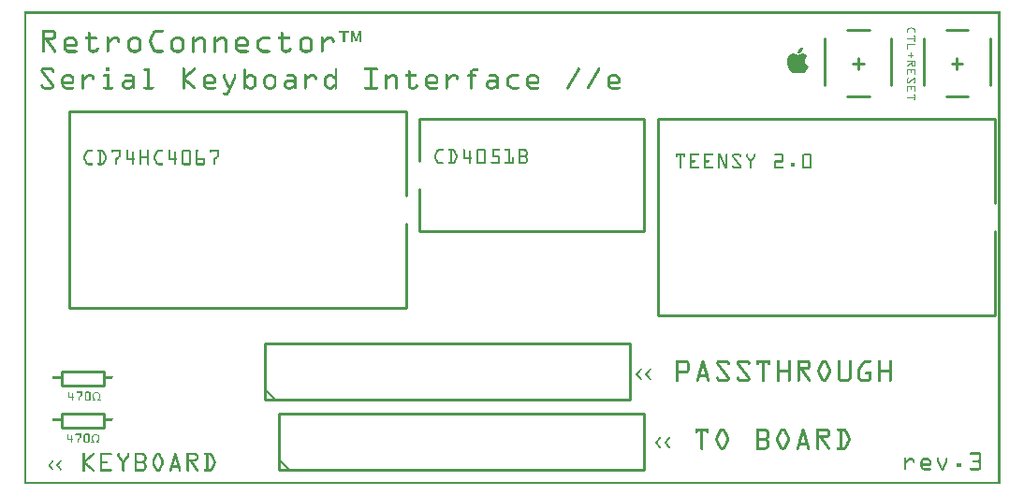
<source format=gto>
G04 MADE WITH FRITZING*
G04 WWW.FRITZING.ORG*
G04 DOUBLE SIDED*
G04 HOLES PLATED*
G04 CONTOUR ON CENTER OF CONTOUR VECTOR*
%ASAXBY*%
%FSLAX23Y23*%
%MOIN*%
%OFA0B0*%
%SFA1.0B1.0*%
%ADD10C,0.010000*%
%ADD11C,0.005000*%
%ADD12R,0.001000X0.001000*%
%LNSILK1*%
G90*
G70*
G54D10*
X2929Y1618D02*
X3008Y1618D01*
D02*
X2850Y1421D02*
X2850Y1588D01*
D02*
X3086Y1421D02*
X3086Y1588D01*
D02*
X2929Y1382D02*
X3008Y1382D01*
D02*
X2949Y1500D02*
X2988Y1500D01*
D02*
X2968Y1519D02*
X2968Y1480D01*
D02*
X3281Y1618D02*
X3360Y1618D01*
D02*
X3202Y1421D02*
X3202Y1588D01*
D02*
X3439Y1421D02*
X3439Y1588D01*
D02*
X3281Y1382D02*
X3360Y1382D01*
D02*
X3301Y1500D02*
X3340Y1500D01*
D02*
X3320Y1519D02*
X3320Y1480D01*
D02*
X282Y203D02*
X132Y203D01*
D02*
X132Y203D02*
X132Y253D01*
D02*
X132Y253D02*
X282Y253D01*
D02*
X282Y253D02*
X282Y203D01*
D02*
X282Y353D02*
X132Y353D01*
D02*
X132Y353D02*
X132Y403D01*
D02*
X132Y403D02*
X282Y403D01*
D02*
X282Y403D02*
X282Y353D01*
D02*
X907Y53D02*
X2207Y53D01*
D02*
X2207Y53D02*
X2207Y253D01*
D02*
X2207Y253D02*
X907Y253D01*
D02*
X907Y253D02*
X907Y53D01*
G54D11*
D02*
X942Y53D02*
X907Y88D01*
G54D10*
D02*
X857Y303D02*
X2157Y303D01*
D02*
X2157Y303D02*
X2157Y503D01*
D02*
X2157Y503D02*
X857Y503D01*
D02*
X857Y503D02*
X857Y303D01*
G54D11*
D02*
X892Y303D02*
X857Y338D01*
G54D10*
D02*
X3457Y1303D02*
X2257Y1303D01*
D02*
X2257Y1303D02*
X2257Y603D01*
D02*
X2257Y603D02*
X3457Y603D01*
D02*
X3457Y1303D02*
X3457Y1003D01*
D02*
X3457Y903D02*
X3457Y603D01*
D02*
X1407Y903D02*
X2207Y903D01*
D02*
X2207Y903D02*
X2207Y1303D01*
D02*
X2207Y1303D02*
X1407Y1303D01*
D02*
X1407Y903D02*
X1407Y1053D01*
D02*
X1407Y1153D02*
X1407Y1303D01*
D02*
X1358Y1327D02*
X158Y1327D01*
D02*
X158Y1327D02*
X158Y627D01*
D02*
X158Y627D02*
X1358Y627D01*
D02*
X1358Y1327D02*
X1358Y1027D01*
D02*
X1358Y927D02*
X1358Y627D01*
G54D12*
X0Y1684D02*
X3474Y1684D01*
X0Y1683D02*
X3474Y1683D01*
X0Y1682D02*
X3474Y1682D01*
X0Y1681D02*
X3474Y1681D01*
X0Y1680D02*
X3474Y1680D01*
X0Y1679D02*
X3474Y1679D01*
X0Y1678D02*
X3474Y1678D01*
X0Y1677D02*
X3474Y1677D01*
X0Y1676D02*
X7Y1676D01*
X3467Y1676D02*
X3474Y1676D01*
X0Y1675D02*
X7Y1675D01*
X3467Y1675D02*
X3474Y1675D01*
X0Y1674D02*
X7Y1674D01*
X3467Y1674D02*
X3474Y1674D01*
X0Y1673D02*
X7Y1673D01*
X3467Y1673D02*
X3474Y1673D01*
X0Y1672D02*
X7Y1672D01*
X3467Y1672D02*
X3474Y1672D01*
X0Y1671D02*
X7Y1671D01*
X3467Y1671D02*
X3474Y1671D01*
X0Y1670D02*
X7Y1670D01*
X3467Y1670D02*
X3474Y1670D01*
X0Y1669D02*
X7Y1669D01*
X3467Y1669D02*
X3474Y1669D01*
X0Y1668D02*
X7Y1668D01*
X3467Y1668D02*
X3474Y1668D01*
X0Y1667D02*
X7Y1667D01*
X3467Y1667D02*
X3474Y1667D01*
X0Y1666D02*
X7Y1666D01*
X3467Y1666D02*
X3474Y1666D01*
X0Y1665D02*
X7Y1665D01*
X3467Y1665D02*
X3474Y1665D01*
X0Y1664D02*
X7Y1664D01*
X3467Y1664D02*
X3474Y1664D01*
X0Y1663D02*
X7Y1663D01*
X3467Y1663D02*
X3474Y1663D01*
X0Y1662D02*
X7Y1662D01*
X3467Y1662D02*
X3474Y1662D01*
X0Y1661D02*
X7Y1661D01*
X3467Y1661D02*
X3474Y1661D01*
X0Y1660D02*
X7Y1660D01*
X3467Y1660D02*
X3474Y1660D01*
X0Y1659D02*
X7Y1659D01*
X3467Y1659D02*
X3474Y1659D01*
X0Y1658D02*
X7Y1658D01*
X3467Y1658D02*
X3474Y1658D01*
X0Y1657D02*
X7Y1657D01*
X3467Y1657D02*
X3474Y1657D01*
X0Y1656D02*
X7Y1656D01*
X3467Y1656D02*
X3474Y1656D01*
X0Y1655D02*
X7Y1655D01*
X3467Y1655D02*
X3474Y1655D01*
X0Y1654D02*
X7Y1654D01*
X3467Y1654D02*
X3474Y1654D01*
X0Y1653D02*
X7Y1653D01*
X3467Y1653D02*
X3474Y1653D01*
X0Y1652D02*
X7Y1652D01*
X3467Y1652D02*
X3474Y1652D01*
X0Y1651D02*
X7Y1651D01*
X3467Y1651D02*
X3474Y1651D01*
X0Y1650D02*
X7Y1650D01*
X3467Y1650D02*
X3474Y1650D01*
X0Y1649D02*
X7Y1649D01*
X3467Y1649D02*
X3474Y1649D01*
X0Y1648D02*
X7Y1648D01*
X3467Y1648D02*
X3474Y1648D01*
X0Y1647D02*
X7Y1647D01*
X3467Y1647D02*
X3474Y1647D01*
X0Y1646D02*
X7Y1646D01*
X3467Y1646D02*
X3474Y1646D01*
X0Y1645D02*
X7Y1645D01*
X3467Y1645D02*
X3474Y1645D01*
X0Y1644D02*
X7Y1644D01*
X3467Y1644D02*
X3474Y1644D01*
X0Y1643D02*
X7Y1643D01*
X3467Y1643D02*
X3474Y1643D01*
X0Y1642D02*
X7Y1642D01*
X3467Y1642D02*
X3474Y1642D01*
X0Y1641D02*
X7Y1641D01*
X3467Y1641D02*
X3474Y1641D01*
X0Y1640D02*
X7Y1640D01*
X3467Y1640D02*
X3474Y1640D01*
X0Y1639D02*
X7Y1639D01*
X3467Y1639D02*
X3474Y1639D01*
X0Y1638D02*
X7Y1638D01*
X3467Y1638D02*
X3474Y1638D01*
X0Y1637D02*
X7Y1637D01*
X3467Y1637D02*
X3474Y1637D01*
X0Y1636D02*
X7Y1636D01*
X3467Y1636D02*
X3474Y1636D01*
X0Y1635D02*
X7Y1635D01*
X3467Y1635D02*
X3474Y1635D01*
X0Y1634D02*
X7Y1634D01*
X3467Y1634D02*
X3474Y1634D01*
X0Y1633D02*
X7Y1633D01*
X3467Y1633D02*
X3474Y1633D01*
X0Y1632D02*
X7Y1632D01*
X3467Y1632D02*
X3474Y1632D01*
X0Y1631D02*
X7Y1631D01*
X3467Y1631D02*
X3474Y1631D01*
X0Y1630D02*
X7Y1630D01*
X3467Y1630D02*
X3474Y1630D01*
X0Y1629D02*
X7Y1629D01*
X3467Y1629D02*
X3474Y1629D01*
X0Y1628D02*
X7Y1628D01*
X3467Y1628D02*
X3474Y1628D01*
X0Y1627D02*
X7Y1627D01*
X3155Y1627D02*
X3160Y1627D01*
X3467Y1627D02*
X3474Y1627D01*
X0Y1626D02*
X7Y1626D01*
X3152Y1626D02*
X3162Y1626D01*
X3467Y1626D02*
X3474Y1626D01*
X0Y1625D02*
X7Y1625D01*
X3150Y1625D02*
X3164Y1625D01*
X3467Y1625D02*
X3474Y1625D01*
X0Y1624D02*
X7Y1624D01*
X3148Y1624D02*
X3166Y1624D01*
X3467Y1624D02*
X3474Y1624D01*
X0Y1623D02*
X7Y1623D01*
X3146Y1623D02*
X3155Y1623D01*
X3160Y1623D02*
X3168Y1623D01*
X3467Y1623D02*
X3474Y1623D01*
X0Y1622D02*
X7Y1622D01*
X3145Y1622D02*
X3153Y1622D01*
X3162Y1622D02*
X3170Y1622D01*
X3467Y1622D02*
X3474Y1622D01*
X0Y1621D02*
X7Y1621D01*
X3143Y1621D02*
X3151Y1621D01*
X3164Y1621D02*
X3171Y1621D01*
X3467Y1621D02*
X3474Y1621D01*
X0Y1620D02*
X7Y1620D01*
X3143Y1620D02*
X3149Y1620D01*
X3166Y1620D02*
X3172Y1620D01*
X3467Y1620D02*
X3474Y1620D01*
X0Y1619D02*
X7Y1619D01*
X62Y1619D02*
X99Y1619D01*
X468Y1619D02*
X491Y1619D01*
X3142Y1619D02*
X3147Y1619D01*
X3168Y1619D02*
X3173Y1619D01*
X3467Y1619D02*
X3474Y1619D01*
X0Y1618D02*
X7Y1618D01*
X62Y1618D02*
X103Y1618D01*
X464Y1618D02*
X493Y1618D01*
X3142Y1618D02*
X3145Y1618D01*
X3169Y1618D02*
X3173Y1618D01*
X3467Y1618D02*
X3474Y1618D01*
X0Y1617D02*
X7Y1617D01*
X62Y1617D02*
X105Y1617D01*
X462Y1617D02*
X494Y1617D01*
X3142Y1617D02*
X3145Y1617D01*
X3170Y1617D02*
X3173Y1617D01*
X3467Y1617D02*
X3474Y1617D01*
X0Y1616D02*
X7Y1616D01*
X62Y1616D02*
X106Y1616D01*
X461Y1616D02*
X494Y1616D01*
X3142Y1616D02*
X3145Y1616D01*
X3170Y1616D02*
X3173Y1616D01*
X3467Y1616D02*
X3474Y1616D01*
X0Y1615D02*
X7Y1615D01*
X62Y1615D02*
X108Y1615D01*
X460Y1615D02*
X494Y1615D01*
X3142Y1615D02*
X3145Y1615D01*
X3170Y1615D02*
X3173Y1615D01*
X3467Y1615D02*
X3474Y1615D01*
X0Y1614D02*
X7Y1614D01*
X62Y1614D02*
X109Y1614D01*
X459Y1614D02*
X494Y1614D01*
X3142Y1614D02*
X3145Y1614D01*
X3170Y1614D02*
X3173Y1614D01*
X3467Y1614D02*
X3474Y1614D01*
X0Y1613D02*
X7Y1613D01*
X62Y1613D02*
X110Y1613D01*
X458Y1613D02*
X494Y1613D01*
X1120Y1613D02*
X1155Y1613D01*
X1162Y1613D02*
X1172Y1613D01*
X1191Y1613D02*
X1200Y1613D01*
X3142Y1613D02*
X3145Y1613D01*
X3170Y1613D02*
X3173Y1613D01*
X3467Y1613D02*
X3474Y1613D01*
X0Y1612D02*
X7Y1612D01*
X62Y1612D02*
X110Y1612D01*
X457Y1612D02*
X494Y1612D01*
X1120Y1612D02*
X1155Y1612D01*
X1162Y1612D02*
X1172Y1612D01*
X1191Y1612D02*
X1200Y1612D01*
X3142Y1612D02*
X3145Y1612D01*
X3170Y1612D02*
X3173Y1612D01*
X3467Y1612D02*
X3474Y1612D01*
X0Y1611D02*
X7Y1611D01*
X62Y1611D02*
X111Y1611D01*
X229Y1611D02*
X232Y1611D01*
X457Y1611D02*
X494Y1611D01*
X916Y1611D02*
X919Y1611D01*
X1120Y1611D02*
X1155Y1611D01*
X1162Y1611D02*
X1173Y1611D01*
X1191Y1611D02*
X1200Y1611D01*
X3142Y1611D02*
X3145Y1611D01*
X3170Y1611D02*
X3173Y1611D01*
X3467Y1611D02*
X3474Y1611D01*
X0Y1610D02*
X7Y1610D01*
X62Y1610D02*
X112Y1610D01*
X227Y1610D02*
X233Y1610D01*
X456Y1610D02*
X493Y1610D01*
X914Y1610D02*
X920Y1610D01*
X1120Y1610D02*
X1155Y1610D01*
X1162Y1610D02*
X1173Y1610D01*
X1190Y1610D02*
X1200Y1610D01*
X3142Y1610D02*
X3145Y1610D01*
X3170Y1610D02*
X3173Y1610D01*
X3467Y1610D02*
X3474Y1610D01*
X0Y1609D02*
X7Y1609D01*
X62Y1609D02*
X112Y1609D01*
X227Y1609D02*
X234Y1609D01*
X456Y1609D02*
X491Y1609D01*
X913Y1609D02*
X921Y1609D01*
X1120Y1609D02*
X1155Y1609D01*
X1162Y1609D02*
X1173Y1609D01*
X1190Y1609D02*
X1200Y1609D01*
X3142Y1609D02*
X3145Y1609D01*
X3170Y1609D02*
X3173Y1609D01*
X3467Y1609D02*
X3474Y1609D01*
X0Y1608D02*
X7Y1608D01*
X62Y1608D02*
X71Y1608D01*
X100Y1608D02*
X112Y1608D01*
X226Y1608D02*
X234Y1608D01*
X455Y1608D02*
X467Y1608D01*
X913Y1608D02*
X921Y1608D01*
X1134Y1608D02*
X1141Y1608D01*
X1162Y1608D02*
X1174Y1608D01*
X1190Y1608D02*
X1200Y1608D01*
X3142Y1608D02*
X3145Y1608D01*
X3170Y1608D02*
X3173Y1608D01*
X3467Y1608D02*
X3474Y1608D01*
X0Y1607D02*
X7Y1607D01*
X62Y1607D02*
X71Y1607D01*
X102Y1607D02*
X113Y1607D01*
X226Y1607D02*
X235Y1607D01*
X455Y1607D02*
X466Y1607D01*
X913Y1607D02*
X921Y1607D01*
X1134Y1607D02*
X1141Y1607D01*
X1162Y1607D02*
X1174Y1607D01*
X1189Y1607D02*
X1200Y1607D01*
X3467Y1607D02*
X3474Y1607D01*
X0Y1606D02*
X7Y1606D01*
X62Y1606D02*
X71Y1606D01*
X103Y1606D02*
X113Y1606D01*
X226Y1606D02*
X235Y1606D01*
X454Y1606D02*
X465Y1606D01*
X913Y1606D02*
X922Y1606D01*
X1134Y1606D02*
X1141Y1606D01*
X1162Y1606D02*
X1174Y1606D01*
X1189Y1606D02*
X1200Y1606D01*
X3467Y1606D02*
X3474Y1606D01*
X0Y1605D02*
X7Y1605D01*
X62Y1605D02*
X71Y1605D01*
X103Y1605D02*
X113Y1605D01*
X226Y1605D02*
X235Y1605D01*
X454Y1605D02*
X465Y1605D01*
X913Y1605D02*
X922Y1605D01*
X1134Y1605D02*
X1141Y1605D01*
X1162Y1605D02*
X1175Y1605D01*
X1189Y1605D02*
X1200Y1605D01*
X3467Y1605D02*
X3474Y1605D01*
X0Y1604D02*
X7Y1604D01*
X62Y1604D02*
X71Y1604D01*
X103Y1604D02*
X113Y1604D01*
X226Y1604D02*
X235Y1604D01*
X453Y1604D02*
X464Y1604D01*
X913Y1604D02*
X922Y1604D01*
X1134Y1604D02*
X1141Y1604D01*
X1162Y1604D02*
X1175Y1604D01*
X1188Y1604D02*
X1200Y1604D01*
X3467Y1604D02*
X3474Y1604D01*
X0Y1603D02*
X7Y1603D01*
X62Y1603D02*
X71Y1603D01*
X103Y1603D02*
X113Y1603D01*
X226Y1603D02*
X235Y1603D01*
X453Y1603D02*
X463Y1603D01*
X912Y1603D02*
X922Y1603D01*
X1134Y1603D02*
X1141Y1603D01*
X1162Y1603D02*
X1175Y1603D01*
X1188Y1603D02*
X1200Y1603D01*
X3467Y1603D02*
X3474Y1603D01*
X0Y1602D02*
X7Y1602D01*
X62Y1602D02*
X71Y1602D01*
X103Y1602D02*
X113Y1602D01*
X226Y1602D02*
X235Y1602D01*
X452Y1602D02*
X463Y1602D01*
X912Y1602D02*
X922Y1602D01*
X1134Y1602D02*
X1141Y1602D01*
X1162Y1602D02*
X1176Y1602D01*
X1188Y1602D02*
X1200Y1602D01*
X3467Y1602D02*
X3474Y1602D01*
X0Y1601D02*
X7Y1601D01*
X62Y1601D02*
X71Y1601D01*
X103Y1601D02*
X113Y1601D01*
X226Y1601D02*
X235Y1601D01*
X452Y1601D02*
X462Y1601D01*
X912Y1601D02*
X922Y1601D01*
X1134Y1601D02*
X1141Y1601D01*
X1162Y1601D02*
X1168Y1601D01*
X1170Y1601D02*
X1176Y1601D01*
X1187Y1601D02*
X1191Y1601D01*
X1193Y1601D02*
X1200Y1601D01*
X3467Y1601D02*
X3474Y1601D01*
X0Y1600D02*
X7Y1600D01*
X62Y1600D02*
X71Y1600D01*
X103Y1600D02*
X113Y1600D01*
X226Y1600D02*
X235Y1600D01*
X451Y1600D02*
X462Y1600D01*
X912Y1600D02*
X922Y1600D01*
X1134Y1600D02*
X1141Y1600D01*
X1162Y1600D02*
X1168Y1600D01*
X1170Y1600D02*
X1176Y1600D01*
X1187Y1600D02*
X1191Y1600D01*
X1193Y1600D02*
X1200Y1600D01*
X3467Y1600D02*
X3474Y1600D01*
X0Y1599D02*
X7Y1599D01*
X62Y1599D02*
X71Y1599D01*
X103Y1599D02*
X113Y1599D01*
X226Y1599D02*
X235Y1599D01*
X451Y1599D02*
X461Y1599D01*
X912Y1599D02*
X922Y1599D01*
X1134Y1599D02*
X1141Y1599D01*
X1162Y1599D02*
X1168Y1599D01*
X1170Y1599D02*
X1177Y1599D01*
X1186Y1599D02*
X1191Y1599D01*
X1193Y1599D02*
X1200Y1599D01*
X3467Y1599D02*
X3474Y1599D01*
X0Y1598D02*
X7Y1598D01*
X62Y1598D02*
X71Y1598D01*
X103Y1598D02*
X113Y1598D01*
X226Y1598D02*
X235Y1598D01*
X450Y1598D02*
X461Y1598D01*
X912Y1598D02*
X922Y1598D01*
X1134Y1598D02*
X1141Y1598D01*
X1162Y1598D02*
X1168Y1598D01*
X1171Y1598D02*
X1177Y1598D01*
X1186Y1598D02*
X1190Y1598D01*
X1193Y1598D02*
X1200Y1598D01*
X3467Y1598D02*
X3474Y1598D01*
X0Y1597D02*
X7Y1597D01*
X62Y1597D02*
X71Y1597D01*
X103Y1597D02*
X113Y1597D01*
X226Y1597D02*
X235Y1597D01*
X450Y1597D02*
X460Y1597D01*
X912Y1597D02*
X922Y1597D01*
X1134Y1597D02*
X1141Y1597D01*
X1162Y1597D02*
X1168Y1597D01*
X1171Y1597D02*
X1177Y1597D01*
X1186Y1597D02*
X1190Y1597D01*
X1193Y1597D02*
X1200Y1597D01*
X3167Y1597D02*
X3173Y1597D01*
X3467Y1597D02*
X3474Y1597D01*
X0Y1596D02*
X7Y1596D01*
X62Y1596D02*
X71Y1596D01*
X103Y1596D02*
X113Y1596D01*
X226Y1596D02*
X235Y1596D01*
X449Y1596D02*
X460Y1596D01*
X912Y1596D02*
X922Y1596D01*
X1134Y1596D02*
X1141Y1596D01*
X1162Y1596D02*
X1168Y1596D01*
X1171Y1596D02*
X1178Y1596D01*
X1185Y1596D02*
X1190Y1596D01*
X1193Y1596D02*
X1200Y1596D01*
X3166Y1596D02*
X3173Y1596D01*
X3467Y1596D02*
X3474Y1596D01*
X0Y1595D02*
X7Y1595D01*
X62Y1595D02*
X71Y1595D01*
X103Y1595D02*
X113Y1595D01*
X226Y1595D02*
X235Y1595D01*
X449Y1595D02*
X459Y1595D01*
X912Y1595D02*
X922Y1595D01*
X1134Y1595D02*
X1141Y1595D01*
X1162Y1595D02*
X1168Y1595D01*
X1172Y1595D02*
X1178Y1595D01*
X1185Y1595D02*
X1189Y1595D01*
X1193Y1595D02*
X1200Y1595D01*
X3166Y1595D02*
X3173Y1595D01*
X3467Y1595D02*
X3474Y1595D01*
X0Y1594D02*
X7Y1594D01*
X62Y1594D02*
X71Y1594D01*
X102Y1594D02*
X113Y1594D01*
X159Y1594D02*
X167Y1594D01*
X223Y1594D02*
X252Y1594D01*
X319Y1594D02*
X326Y1594D01*
X389Y1594D02*
X396Y1594D01*
X448Y1594D02*
X459Y1594D01*
X542Y1594D02*
X548Y1594D01*
X625Y1594D02*
X630Y1594D01*
X701Y1594D02*
X707Y1594D01*
X770Y1594D02*
X777Y1594D01*
X853Y1594D02*
X867Y1594D01*
X910Y1594D02*
X938Y1594D01*
X1000Y1594D02*
X1006Y1594D01*
X1082Y1594D02*
X1089Y1594D01*
X1134Y1594D02*
X1141Y1594D01*
X1162Y1594D02*
X1168Y1594D01*
X1172Y1594D02*
X1178Y1594D01*
X1185Y1594D02*
X1189Y1594D01*
X1193Y1594D02*
X1200Y1594D01*
X3167Y1594D02*
X3173Y1594D01*
X3467Y1594D02*
X3474Y1594D01*
X0Y1593D02*
X7Y1593D01*
X62Y1593D02*
X71Y1593D01*
X101Y1593D02*
X112Y1593D01*
X153Y1593D02*
X174Y1593D01*
X218Y1593D02*
X257Y1593D01*
X294Y1593D02*
X299Y1593D01*
X315Y1593D02*
X331Y1593D01*
X382Y1593D02*
X403Y1593D01*
X448Y1593D02*
X458Y1593D01*
X535Y1593D02*
X556Y1593D01*
X599Y1593D02*
X604Y1593D01*
X620Y1593D02*
X636Y1593D01*
X675Y1593D02*
X681Y1593D01*
X696Y1593D02*
X712Y1593D01*
X763Y1593D02*
X785Y1593D01*
X845Y1593D02*
X873Y1593D01*
X904Y1593D02*
X944Y1593D01*
X992Y1593D02*
X1013Y1593D01*
X1057Y1593D02*
X1062Y1593D01*
X1078Y1593D02*
X1095Y1593D01*
X1134Y1593D02*
X1141Y1593D01*
X1162Y1593D02*
X1168Y1593D01*
X1173Y1593D02*
X1179Y1593D01*
X1184Y1593D02*
X1188Y1593D01*
X1193Y1593D02*
X1200Y1593D01*
X3170Y1593D02*
X3173Y1593D01*
X3467Y1593D02*
X3474Y1593D01*
X0Y1592D02*
X7Y1592D01*
X62Y1592D02*
X112Y1592D01*
X151Y1592D02*
X176Y1592D01*
X216Y1592D02*
X258Y1592D01*
X293Y1592D02*
X300Y1592D01*
X313Y1592D02*
X333Y1592D01*
X380Y1592D02*
X405Y1592D01*
X447Y1592D02*
X458Y1592D01*
X532Y1592D02*
X558Y1592D01*
X598Y1592D02*
X605Y1592D01*
X618Y1592D02*
X638Y1592D01*
X674Y1592D02*
X681Y1592D01*
X694Y1592D02*
X714Y1592D01*
X761Y1592D02*
X787Y1592D01*
X842Y1592D02*
X874Y1592D01*
X903Y1592D02*
X945Y1592D01*
X990Y1592D02*
X1016Y1592D01*
X1056Y1592D02*
X1063Y1592D01*
X1076Y1592D02*
X1096Y1592D01*
X1134Y1592D02*
X1141Y1592D01*
X1162Y1592D02*
X1168Y1592D01*
X1173Y1592D02*
X1179Y1592D01*
X1184Y1592D02*
X1188Y1592D01*
X1193Y1592D02*
X1200Y1592D01*
X3170Y1592D02*
X3173Y1592D01*
X3467Y1592D02*
X3474Y1592D01*
X0Y1591D02*
X7Y1591D01*
X62Y1591D02*
X112Y1591D01*
X149Y1591D02*
X178Y1591D01*
X216Y1591D02*
X259Y1591D01*
X292Y1591D02*
X300Y1591D01*
X312Y1591D02*
X335Y1591D01*
X378Y1591D02*
X407Y1591D01*
X447Y1591D02*
X457Y1591D01*
X531Y1591D02*
X560Y1591D01*
X598Y1591D02*
X606Y1591D01*
X616Y1591D02*
X639Y1591D01*
X674Y1591D02*
X682Y1591D01*
X692Y1591D02*
X716Y1591D01*
X760Y1591D02*
X788Y1591D01*
X841Y1591D02*
X874Y1591D01*
X903Y1591D02*
X945Y1591D01*
X989Y1591D02*
X1017Y1591D01*
X1055Y1591D02*
X1063Y1591D01*
X1075Y1591D02*
X1098Y1591D01*
X1134Y1591D02*
X1141Y1591D01*
X1162Y1591D02*
X1168Y1591D01*
X1173Y1591D02*
X1179Y1591D01*
X1184Y1591D02*
X1188Y1591D01*
X1193Y1591D02*
X1200Y1591D01*
X3170Y1591D02*
X3173Y1591D01*
X3467Y1591D02*
X3474Y1591D01*
X0Y1590D02*
X7Y1590D01*
X62Y1590D02*
X111Y1590D01*
X148Y1590D02*
X179Y1590D01*
X216Y1590D02*
X259Y1590D01*
X292Y1590D02*
X301Y1590D01*
X310Y1590D02*
X336Y1590D01*
X377Y1590D02*
X408Y1590D01*
X446Y1590D02*
X457Y1590D01*
X529Y1590D02*
X561Y1590D01*
X597Y1590D02*
X606Y1590D01*
X614Y1590D02*
X640Y1590D01*
X674Y1590D02*
X682Y1590D01*
X691Y1590D02*
X717Y1590D01*
X758Y1590D02*
X789Y1590D01*
X840Y1590D02*
X875Y1590D01*
X902Y1590D02*
X946Y1590D01*
X987Y1590D02*
X1019Y1590D01*
X1055Y1590D02*
X1064Y1590D01*
X1073Y1590D02*
X1099Y1590D01*
X1134Y1590D02*
X1141Y1590D01*
X1162Y1590D02*
X1168Y1590D01*
X1174Y1590D02*
X1180Y1590D01*
X1183Y1590D02*
X1187Y1590D01*
X1193Y1590D02*
X1200Y1590D01*
X3170Y1590D02*
X3173Y1590D01*
X3467Y1590D02*
X3474Y1590D01*
X0Y1589D02*
X7Y1589D01*
X62Y1589D02*
X111Y1589D01*
X147Y1589D02*
X180Y1589D01*
X215Y1589D02*
X259Y1589D01*
X292Y1589D02*
X301Y1589D01*
X309Y1589D02*
X337Y1589D01*
X375Y1589D02*
X409Y1589D01*
X446Y1589D02*
X456Y1589D01*
X528Y1589D02*
X562Y1589D01*
X597Y1589D02*
X606Y1589D01*
X613Y1589D02*
X641Y1589D01*
X673Y1589D02*
X682Y1589D01*
X689Y1589D02*
X718Y1589D01*
X757Y1589D02*
X791Y1589D01*
X838Y1589D02*
X875Y1589D01*
X902Y1589D02*
X946Y1589D01*
X986Y1589D02*
X1020Y1589D01*
X1055Y1589D02*
X1064Y1589D01*
X1072Y1589D02*
X1100Y1589D01*
X1134Y1589D02*
X1141Y1589D01*
X1162Y1589D02*
X1168Y1589D01*
X1174Y1589D02*
X1180Y1589D01*
X1183Y1589D02*
X1187Y1589D01*
X1193Y1589D02*
X1200Y1589D01*
X3143Y1589D02*
X3173Y1589D01*
X3467Y1589D02*
X3474Y1589D01*
X0Y1588D02*
X7Y1588D01*
X62Y1588D02*
X110Y1588D01*
X146Y1588D02*
X181Y1588D01*
X216Y1588D02*
X259Y1588D01*
X292Y1588D02*
X301Y1588D01*
X308Y1588D02*
X338Y1588D01*
X374Y1588D02*
X411Y1588D01*
X445Y1588D02*
X456Y1588D01*
X527Y1588D02*
X563Y1588D01*
X597Y1588D02*
X606Y1588D01*
X611Y1588D02*
X642Y1588D01*
X673Y1588D02*
X682Y1588D01*
X688Y1588D02*
X719Y1588D01*
X756Y1588D02*
X792Y1588D01*
X837Y1588D02*
X875Y1588D01*
X902Y1588D02*
X946Y1588D01*
X985Y1588D02*
X1021Y1588D01*
X1055Y1588D02*
X1064Y1588D01*
X1071Y1588D02*
X1101Y1588D01*
X1134Y1588D02*
X1141Y1588D01*
X1162Y1588D02*
X1168Y1588D01*
X1174Y1588D02*
X1180Y1588D01*
X1183Y1588D02*
X1187Y1588D01*
X1193Y1588D02*
X1200Y1588D01*
X3142Y1588D02*
X3173Y1588D01*
X3467Y1588D02*
X3474Y1588D01*
X0Y1587D02*
X7Y1587D01*
X62Y1587D02*
X109Y1587D01*
X144Y1587D02*
X183Y1587D01*
X216Y1587D02*
X259Y1587D01*
X292Y1587D02*
X301Y1587D01*
X307Y1587D02*
X338Y1587D01*
X373Y1587D02*
X412Y1587D01*
X445Y1587D02*
X455Y1587D01*
X526Y1587D02*
X564Y1587D01*
X597Y1587D02*
X606Y1587D01*
X610Y1587D02*
X643Y1587D01*
X673Y1587D02*
X682Y1587D01*
X686Y1587D02*
X719Y1587D01*
X755Y1587D02*
X793Y1587D01*
X836Y1587D02*
X874Y1587D01*
X903Y1587D02*
X945Y1587D01*
X984Y1587D02*
X1022Y1587D01*
X1055Y1587D02*
X1064Y1587D01*
X1070Y1587D02*
X1101Y1587D01*
X1134Y1587D02*
X1141Y1587D01*
X1162Y1587D02*
X1168Y1587D01*
X1175Y1587D02*
X1186Y1587D01*
X1193Y1587D02*
X1200Y1587D01*
X3142Y1587D02*
X3173Y1587D01*
X3467Y1587D02*
X3474Y1587D01*
X0Y1586D02*
X7Y1586D01*
X62Y1586D02*
X108Y1586D01*
X143Y1586D02*
X184Y1586D01*
X216Y1586D02*
X258Y1586D01*
X292Y1586D02*
X301Y1586D01*
X305Y1586D02*
X339Y1586D01*
X372Y1586D02*
X413Y1586D01*
X445Y1586D02*
X455Y1586D01*
X525Y1586D02*
X566Y1586D01*
X597Y1586D02*
X606Y1586D01*
X608Y1586D02*
X643Y1586D01*
X673Y1586D02*
X682Y1586D01*
X685Y1586D02*
X720Y1586D01*
X754Y1586D02*
X794Y1586D01*
X835Y1586D02*
X874Y1586D01*
X903Y1586D02*
X945Y1586D01*
X982Y1586D02*
X1023Y1586D01*
X1055Y1586D02*
X1064Y1586D01*
X1069Y1586D02*
X1102Y1586D01*
X1134Y1586D02*
X1141Y1586D01*
X1162Y1586D02*
X1168Y1586D01*
X1175Y1586D02*
X1186Y1586D01*
X1193Y1586D02*
X1200Y1586D01*
X3142Y1586D02*
X3173Y1586D01*
X3467Y1586D02*
X3474Y1586D01*
X0Y1585D02*
X7Y1585D01*
X62Y1585D02*
X107Y1585D01*
X142Y1585D02*
X185Y1585D01*
X217Y1585D02*
X257Y1585D01*
X292Y1585D02*
X301Y1585D01*
X304Y1585D02*
X339Y1585D01*
X371Y1585D02*
X414Y1585D01*
X444Y1585D02*
X455Y1585D01*
X524Y1585D02*
X566Y1585D01*
X597Y1585D02*
X644Y1585D01*
X673Y1585D02*
X720Y1585D01*
X753Y1585D02*
X795Y1585D01*
X833Y1585D02*
X873Y1585D01*
X904Y1585D02*
X944Y1585D01*
X982Y1585D02*
X1024Y1585D01*
X1055Y1585D02*
X1064Y1585D01*
X1067Y1585D02*
X1102Y1585D01*
X1134Y1585D02*
X1141Y1585D01*
X1162Y1585D02*
X1168Y1585D01*
X1175Y1585D02*
X1186Y1585D01*
X1193Y1585D02*
X1200Y1585D01*
X3170Y1585D02*
X3173Y1585D01*
X3467Y1585D02*
X3474Y1585D01*
X0Y1584D02*
X7Y1584D01*
X62Y1584D02*
X106Y1584D01*
X142Y1584D02*
X186Y1584D01*
X220Y1584D02*
X254Y1584D01*
X292Y1584D02*
X301Y1584D01*
X303Y1584D02*
X340Y1584D01*
X370Y1584D02*
X415Y1584D01*
X444Y1584D02*
X454Y1584D01*
X523Y1584D02*
X567Y1584D01*
X597Y1584D02*
X644Y1584D01*
X673Y1584D02*
X720Y1584D01*
X752Y1584D02*
X796Y1584D01*
X832Y1584D02*
X870Y1584D01*
X907Y1584D02*
X941Y1584D01*
X981Y1584D02*
X1025Y1584D01*
X1055Y1584D02*
X1064Y1584D01*
X1066Y1584D02*
X1103Y1584D01*
X1134Y1584D02*
X1141Y1584D01*
X1162Y1584D02*
X1168Y1584D01*
X1176Y1584D02*
X1185Y1584D01*
X1193Y1584D02*
X1200Y1584D01*
X3170Y1584D02*
X3173Y1584D01*
X3467Y1584D02*
X3474Y1584D01*
X0Y1583D02*
X7Y1583D01*
X62Y1583D02*
X103Y1583D01*
X141Y1583D02*
X155Y1583D01*
X173Y1583D02*
X186Y1583D01*
X226Y1583D02*
X235Y1583D01*
X292Y1583D02*
X317Y1583D01*
X329Y1583D02*
X340Y1583D01*
X370Y1583D02*
X384Y1583D01*
X401Y1583D02*
X415Y1583D01*
X444Y1583D02*
X454Y1583D01*
X522Y1583D02*
X536Y1583D01*
X554Y1583D02*
X568Y1583D01*
X597Y1583D02*
X621Y1583D01*
X633Y1583D02*
X644Y1583D01*
X673Y1583D02*
X698Y1583D01*
X709Y1583D02*
X721Y1583D01*
X751Y1583D02*
X765Y1583D01*
X783Y1583D02*
X797Y1583D01*
X831Y1583D02*
X847Y1583D01*
X912Y1583D02*
X922Y1583D01*
X980Y1583D02*
X994Y1583D01*
X1012Y1583D02*
X1026Y1583D01*
X1055Y1583D02*
X1081Y1583D01*
X1092Y1583D02*
X1103Y1583D01*
X1134Y1583D02*
X1141Y1583D01*
X1162Y1583D02*
X1168Y1583D01*
X1176Y1583D02*
X1185Y1583D01*
X1193Y1583D02*
X1200Y1583D01*
X3170Y1583D02*
X3173Y1583D01*
X3467Y1583D02*
X3474Y1583D01*
X0Y1582D02*
X7Y1582D01*
X62Y1582D02*
X100Y1582D01*
X140Y1582D02*
X153Y1582D01*
X174Y1582D02*
X187Y1582D01*
X226Y1582D02*
X235Y1582D01*
X292Y1582D02*
X316Y1582D01*
X330Y1582D02*
X340Y1582D01*
X369Y1582D02*
X382Y1582D01*
X403Y1582D02*
X416Y1582D01*
X443Y1582D02*
X453Y1582D01*
X522Y1582D02*
X535Y1582D01*
X555Y1582D02*
X568Y1582D01*
X597Y1582D02*
X620Y1582D01*
X634Y1582D02*
X644Y1582D01*
X673Y1582D02*
X696Y1582D01*
X711Y1582D02*
X721Y1582D01*
X751Y1582D02*
X763Y1582D01*
X785Y1582D02*
X797Y1582D01*
X830Y1582D02*
X845Y1582D01*
X912Y1582D02*
X922Y1582D01*
X980Y1582D02*
X993Y1582D01*
X1013Y1582D02*
X1026Y1582D01*
X1055Y1582D02*
X1079Y1582D01*
X1093Y1582D02*
X1103Y1582D01*
X1134Y1582D02*
X1141Y1582D01*
X1162Y1582D02*
X1168Y1582D01*
X1176Y1582D02*
X1185Y1582D01*
X1193Y1582D02*
X1200Y1582D01*
X3170Y1582D02*
X3173Y1582D01*
X3467Y1582D02*
X3474Y1582D01*
X0Y1581D02*
X7Y1581D01*
X62Y1581D02*
X71Y1581D01*
X75Y1581D02*
X87Y1581D01*
X140Y1581D02*
X152Y1581D01*
X175Y1581D02*
X187Y1581D01*
X226Y1581D02*
X235Y1581D01*
X292Y1581D02*
X315Y1581D01*
X331Y1581D02*
X340Y1581D01*
X369Y1581D02*
X381Y1581D01*
X404Y1581D02*
X416Y1581D01*
X443Y1581D02*
X453Y1581D01*
X521Y1581D02*
X533Y1581D01*
X557Y1581D02*
X569Y1581D01*
X597Y1581D02*
X618Y1581D01*
X635Y1581D02*
X645Y1581D01*
X673Y1581D02*
X695Y1581D01*
X711Y1581D02*
X721Y1581D01*
X750Y1581D02*
X762Y1581D01*
X786Y1581D02*
X798Y1581D01*
X829Y1581D02*
X844Y1581D01*
X912Y1581D02*
X922Y1581D01*
X979Y1581D02*
X991Y1581D01*
X1015Y1581D02*
X1027Y1581D01*
X1055Y1581D02*
X1078Y1581D01*
X1094Y1581D02*
X1103Y1581D01*
X1134Y1581D02*
X1141Y1581D01*
X1162Y1581D02*
X1168Y1581D01*
X1177Y1581D02*
X1184Y1581D01*
X1193Y1581D02*
X1200Y1581D01*
X3168Y1581D02*
X3173Y1581D01*
X3467Y1581D02*
X3474Y1581D01*
X0Y1580D02*
X7Y1580D01*
X62Y1580D02*
X71Y1580D01*
X76Y1580D02*
X88Y1580D01*
X140Y1580D02*
X150Y1580D01*
X177Y1580D02*
X187Y1580D01*
X226Y1580D02*
X235Y1580D01*
X292Y1580D02*
X313Y1580D01*
X331Y1580D02*
X340Y1580D01*
X368Y1580D02*
X380Y1580D01*
X405Y1580D02*
X416Y1580D01*
X443Y1580D02*
X453Y1580D01*
X521Y1580D02*
X532Y1580D01*
X558Y1580D02*
X569Y1580D01*
X597Y1580D02*
X617Y1580D01*
X635Y1580D02*
X645Y1580D01*
X673Y1580D02*
X693Y1580D01*
X711Y1580D02*
X721Y1580D01*
X750Y1580D02*
X761Y1580D01*
X787Y1580D02*
X798Y1580D01*
X828Y1580D02*
X842Y1580D01*
X912Y1580D02*
X922Y1580D01*
X979Y1580D02*
X990Y1580D01*
X1016Y1580D02*
X1027Y1580D01*
X1055Y1580D02*
X1077Y1580D01*
X1094Y1580D02*
X1104Y1580D01*
X1134Y1580D02*
X1141Y1580D01*
X1162Y1580D02*
X1168Y1580D01*
X1177Y1580D02*
X1184Y1580D01*
X1193Y1580D02*
X1200Y1580D01*
X3167Y1580D02*
X3173Y1580D01*
X3467Y1580D02*
X3474Y1580D01*
X0Y1579D02*
X7Y1579D01*
X62Y1579D02*
X71Y1579D01*
X76Y1579D02*
X88Y1579D01*
X139Y1579D02*
X149Y1579D01*
X178Y1579D02*
X187Y1579D01*
X226Y1579D02*
X235Y1579D01*
X292Y1579D02*
X312Y1579D01*
X331Y1579D02*
X341Y1579D01*
X368Y1579D02*
X379Y1579D01*
X406Y1579D02*
X417Y1579D01*
X443Y1579D02*
X453Y1579D01*
X521Y1579D02*
X531Y1579D01*
X559Y1579D02*
X569Y1579D01*
X597Y1579D02*
X615Y1579D01*
X635Y1579D02*
X645Y1579D01*
X673Y1579D02*
X691Y1579D01*
X712Y1579D02*
X721Y1579D01*
X750Y1579D02*
X760Y1579D01*
X788Y1579D02*
X798Y1579D01*
X828Y1579D02*
X841Y1579D01*
X912Y1579D02*
X922Y1579D01*
X979Y1579D02*
X989Y1579D01*
X1017Y1579D02*
X1027Y1579D01*
X1055Y1579D02*
X1075Y1579D01*
X1094Y1579D02*
X1104Y1579D01*
X1134Y1579D02*
X1141Y1579D01*
X1162Y1579D02*
X1168Y1579D01*
X1177Y1579D02*
X1184Y1579D01*
X1193Y1579D02*
X1200Y1579D01*
X3166Y1579D02*
X3173Y1579D01*
X3467Y1579D02*
X3474Y1579D01*
X0Y1578D02*
X7Y1578D01*
X62Y1578D02*
X71Y1578D01*
X77Y1578D02*
X89Y1578D01*
X139Y1578D02*
X149Y1578D01*
X178Y1578D02*
X188Y1578D01*
X226Y1578D02*
X235Y1578D01*
X292Y1578D02*
X311Y1578D01*
X331Y1578D02*
X341Y1578D01*
X368Y1578D02*
X378Y1578D01*
X407Y1578D02*
X417Y1578D01*
X443Y1578D02*
X453Y1578D01*
X521Y1578D02*
X531Y1578D01*
X559Y1578D02*
X569Y1578D01*
X597Y1578D02*
X613Y1578D01*
X635Y1578D02*
X645Y1578D01*
X673Y1578D02*
X690Y1578D01*
X712Y1578D02*
X721Y1578D01*
X750Y1578D02*
X759Y1578D01*
X789Y1578D02*
X798Y1578D01*
X827Y1578D02*
X840Y1578D01*
X912Y1578D02*
X922Y1578D01*
X979Y1578D02*
X989Y1578D01*
X1017Y1578D02*
X1027Y1578D01*
X1055Y1578D02*
X1074Y1578D01*
X1094Y1578D02*
X1104Y1578D01*
X1134Y1578D02*
X1141Y1578D01*
X1162Y1578D02*
X1168Y1578D01*
X1178Y1578D02*
X1183Y1578D01*
X1193Y1578D02*
X1200Y1578D01*
X3167Y1578D02*
X3173Y1578D01*
X3467Y1578D02*
X3474Y1578D01*
X0Y1577D02*
X7Y1577D01*
X62Y1577D02*
X71Y1577D01*
X78Y1577D02*
X90Y1577D01*
X139Y1577D02*
X148Y1577D01*
X179Y1577D02*
X188Y1577D01*
X226Y1577D02*
X235Y1577D01*
X292Y1577D02*
X310Y1577D01*
X331Y1577D02*
X340Y1577D01*
X368Y1577D02*
X378Y1577D01*
X407Y1577D02*
X417Y1577D01*
X443Y1577D02*
X453Y1577D01*
X521Y1577D02*
X530Y1577D01*
X560Y1577D02*
X569Y1577D01*
X597Y1577D02*
X612Y1577D01*
X636Y1577D02*
X645Y1577D01*
X673Y1577D02*
X688Y1577D01*
X712Y1577D02*
X721Y1577D01*
X750Y1577D02*
X759Y1577D01*
X789Y1577D02*
X798Y1577D01*
X827Y1577D02*
X839Y1577D01*
X912Y1577D02*
X922Y1577D01*
X979Y1577D02*
X988Y1577D01*
X1018Y1577D02*
X1027Y1577D01*
X1055Y1577D02*
X1073Y1577D01*
X1095Y1577D02*
X1104Y1577D01*
X1134Y1577D02*
X1141Y1577D01*
X1162Y1577D02*
X1168Y1577D01*
X1193Y1577D02*
X1200Y1577D01*
X3169Y1577D02*
X3173Y1577D01*
X3467Y1577D02*
X3474Y1577D01*
X0Y1576D02*
X7Y1576D01*
X62Y1576D02*
X71Y1576D01*
X78Y1576D02*
X90Y1576D01*
X139Y1576D02*
X148Y1576D01*
X179Y1576D02*
X188Y1576D01*
X226Y1576D02*
X235Y1576D01*
X292Y1576D02*
X309Y1576D01*
X332Y1576D02*
X340Y1576D01*
X368Y1576D02*
X377Y1576D01*
X408Y1576D02*
X417Y1576D01*
X443Y1576D02*
X453Y1576D01*
X521Y1576D02*
X530Y1576D01*
X560Y1576D02*
X569Y1576D01*
X597Y1576D02*
X610Y1576D01*
X636Y1576D02*
X645Y1576D01*
X673Y1576D02*
X687Y1576D01*
X712Y1576D02*
X721Y1576D01*
X750Y1576D02*
X759Y1576D01*
X789Y1576D02*
X798Y1576D01*
X826Y1576D02*
X838Y1576D01*
X912Y1576D02*
X922Y1576D01*
X979Y1576D02*
X988Y1576D01*
X1018Y1576D02*
X1027Y1576D01*
X1055Y1576D02*
X1072Y1576D01*
X1095Y1576D02*
X1103Y1576D01*
X1134Y1576D02*
X1141Y1576D01*
X1162Y1576D02*
X1168Y1576D01*
X1193Y1576D02*
X1200Y1576D01*
X3467Y1576D02*
X3474Y1576D01*
X0Y1575D02*
X7Y1575D01*
X62Y1575D02*
X71Y1575D01*
X79Y1575D02*
X91Y1575D01*
X139Y1575D02*
X148Y1575D01*
X179Y1575D02*
X188Y1575D01*
X226Y1575D02*
X235Y1575D01*
X292Y1575D02*
X307Y1575D01*
X332Y1575D02*
X340Y1575D01*
X368Y1575D02*
X377Y1575D01*
X408Y1575D02*
X417Y1575D01*
X443Y1575D02*
X453Y1575D01*
X521Y1575D02*
X530Y1575D01*
X560Y1575D02*
X569Y1575D01*
X597Y1575D02*
X609Y1575D01*
X636Y1575D02*
X645Y1575D01*
X673Y1575D02*
X685Y1575D01*
X712Y1575D02*
X721Y1575D01*
X750Y1575D02*
X759Y1575D01*
X789Y1575D02*
X798Y1575D01*
X826Y1575D02*
X837Y1575D01*
X912Y1575D02*
X922Y1575D01*
X979Y1575D02*
X988Y1575D01*
X1018Y1575D02*
X1027Y1575D01*
X1055Y1575D02*
X1071Y1575D01*
X1095Y1575D02*
X1103Y1575D01*
X3467Y1575D02*
X3474Y1575D01*
X0Y1574D02*
X7Y1574D01*
X62Y1574D02*
X71Y1574D01*
X80Y1574D02*
X92Y1574D01*
X139Y1574D02*
X148Y1574D01*
X179Y1574D02*
X188Y1574D01*
X226Y1574D02*
X235Y1574D01*
X292Y1574D02*
X306Y1574D01*
X332Y1574D02*
X340Y1574D01*
X368Y1574D02*
X377Y1574D01*
X408Y1574D02*
X417Y1574D01*
X443Y1574D02*
X453Y1574D01*
X521Y1574D02*
X530Y1574D01*
X560Y1574D02*
X569Y1574D01*
X597Y1574D02*
X607Y1574D01*
X636Y1574D02*
X645Y1574D01*
X673Y1574D02*
X683Y1574D01*
X712Y1574D02*
X721Y1574D01*
X750Y1574D02*
X759Y1574D01*
X789Y1574D02*
X798Y1574D01*
X826Y1574D02*
X836Y1574D01*
X912Y1574D02*
X922Y1574D01*
X979Y1574D02*
X988Y1574D01*
X1018Y1574D02*
X1027Y1574D01*
X1055Y1574D02*
X1069Y1574D01*
X1095Y1574D02*
X1103Y1574D01*
X3467Y1574D02*
X3474Y1574D01*
X0Y1573D02*
X7Y1573D01*
X62Y1573D02*
X71Y1573D01*
X81Y1573D02*
X92Y1573D01*
X139Y1573D02*
X148Y1573D01*
X179Y1573D02*
X188Y1573D01*
X226Y1573D02*
X235Y1573D01*
X292Y1573D02*
X305Y1573D01*
X333Y1573D02*
X339Y1573D01*
X368Y1573D02*
X377Y1573D01*
X408Y1573D02*
X417Y1573D01*
X444Y1573D02*
X454Y1573D01*
X521Y1573D02*
X530Y1573D01*
X560Y1573D02*
X569Y1573D01*
X597Y1573D02*
X606Y1573D01*
X636Y1573D02*
X645Y1573D01*
X673Y1573D02*
X682Y1573D01*
X712Y1573D02*
X721Y1573D01*
X750Y1573D02*
X759Y1573D01*
X789Y1573D02*
X798Y1573D01*
X826Y1573D02*
X835Y1573D01*
X912Y1573D02*
X922Y1573D01*
X979Y1573D02*
X988Y1573D01*
X1018Y1573D02*
X1027Y1573D01*
X1055Y1573D02*
X1068Y1573D01*
X1096Y1573D02*
X1102Y1573D01*
X3467Y1573D02*
X3474Y1573D01*
X0Y1572D02*
X7Y1572D01*
X62Y1572D02*
X71Y1572D01*
X81Y1572D02*
X93Y1572D01*
X139Y1572D02*
X148Y1572D01*
X179Y1572D02*
X188Y1572D01*
X226Y1572D02*
X235Y1572D01*
X292Y1572D02*
X304Y1572D01*
X334Y1572D02*
X338Y1572D01*
X368Y1572D02*
X377Y1572D01*
X408Y1572D02*
X417Y1572D01*
X444Y1572D02*
X454Y1572D01*
X521Y1572D02*
X530Y1572D01*
X560Y1572D02*
X569Y1572D01*
X597Y1572D02*
X606Y1572D01*
X636Y1572D02*
X645Y1572D01*
X673Y1572D02*
X682Y1572D01*
X712Y1572D02*
X721Y1572D01*
X750Y1572D02*
X759Y1572D01*
X789Y1572D02*
X798Y1572D01*
X826Y1572D02*
X835Y1572D01*
X912Y1572D02*
X922Y1572D01*
X979Y1572D02*
X988Y1572D01*
X1018Y1572D02*
X1027Y1572D01*
X1055Y1572D02*
X1067Y1572D01*
X1097Y1572D02*
X1101Y1572D01*
X3467Y1572D02*
X3474Y1572D01*
X0Y1571D02*
X7Y1571D01*
X62Y1571D02*
X71Y1571D01*
X82Y1571D02*
X94Y1571D01*
X139Y1571D02*
X148Y1571D01*
X179Y1571D02*
X188Y1571D01*
X226Y1571D02*
X235Y1571D01*
X292Y1571D02*
X303Y1571D01*
X368Y1571D02*
X377Y1571D01*
X408Y1571D02*
X417Y1571D01*
X444Y1571D02*
X455Y1571D01*
X521Y1571D02*
X530Y1571D01*
X560Y1571D02*
X569Y1571D01*
X597Y1571D02*
X606Y1571D01*
X636Y1571D02*
X645Y1571D01*
X673Y1571D02*
X682Y1571D01*
X712Y1571D02*
X721Y1571D01*
X750Y1571D02*
X759Y1571D01*
X789Y1571D02*
X798Y1571D01*
X826Y1571D02*
X835Y1571D01*
X912Y1571D02*
X922Y1571D01*
X979Y1571D02*
X988Y1571D01*
X1018Y1571D02*
X1027Y1571D01*
X1055Y1571D02*
X1066Y1571D01*
X3467Y1571D02*
X3474Y1571D01*
X0Y1570D02*
X7Y1570D01*
X62Y1570D02*
X71Y1570D01*
X83Y1570D02*
X94Y1570D01*
X139Y1570D02*
X148Y1570D01*
X179Y1570D02*
X188Y1570D01*
X226Y1570D02*
X235Y1570D01*
X292Y1570D02*
X301Y1570D01*
X368Y1570D02*
X377Y1570D01*
X408Y1570D02*
X417Y1570D01*
X445Y1570D02*
X455Y1570D01*
X521Y1570D02*
X530Y1570D01*
X560Y1570D02*
X569Y1570D01*
X597Y1570D02*
X606Y1570D01*
X636Y1570D02*
X645Y1570D01*
X673Y1570D02*
X682Y1570D01*
X712Y1570D02*
X721Y1570D01*
X750Y1570D02*
X759Y1570D01*
X789Y1570D02*
X798Y1570D01*
X826Y1570D02*
X835Y1570D01*
X912Y1570D02*
X922Y1570D01*
X979Y1570D02*
X988Y1570D01*
X1018Y1570D02*
X1027Y1570D01*
X1055Y1570D02*
X1064Y1570D01*
X3467Y1570D02*
X3474Y1570D01*
X0Y1569D02*
X7Y1569D01*
X62Y1569D02*
X71Y1569D01*
X83Y1569D02*
X95Y1569D01*
X139Y1569D02*
X148Y1569D01*
X179Y1569D02*
X188Y1569D01*
X226Y1569D02*
X235Y1569D01*
X292Y1569D02*
X301Y1569D01*
X368Y1569D02*
X377Y1569D01*
X408Y1569D02*
X417Y1569D01*
X445Y1569D02*
X456Y1569D01*
X521Y1569D02*
X530Y1569D01*
X560Y1569D02*
X569Y1569D01*
X597Y1569D02*
X606Y1569D01*
X636Y1569D02*
X645Y1569D01*
X673Y1569D02*
X682Y1569D01*
X712Y1569D02*
X721Y1569D01*
X750Y1569D02*
X759Y1569D01*
X789Y1569D02*
X798Y1569D01*
X826Y1569D02*
X835Y1569D01*
X912Y1569D02*
X922Y1569D01*
X979Y1569D02*
X988Y1569D01*
X1018Y1569D02*
X1027Y1569D01*
X1055Y1569D02*
X1064Y1569D01*
X3467Y1569D02*
X3474Y1569D01*
X0Y1568D02*
X7Y1568D01*
X62Y1568D02*
X71Y1568D01*
X84Y1568D02*
X96Y1568D01*
X139Y1568D02*
X188Y1568D01*
X226Y1568D02*
X235Y1568D01*
X292Y1568D02*
X301Y1568D01*
X368Y1568D02*
X377Y1568D01*
X408Y1568D02*
X417Y1568D01*
X445Y1568D02*
X456Y1568D01*
X521Y1568D02*
X530Y1568D01*
X560Y1568D02*
X569Y1568D01*
X597Y1568D02*
X606Y1568D01*
X636Y1568D02*
X645Y1568D01*
X673Y1568D02*
X682Y1568D01*
X712Y1568D02*
X721Y1568D01*
X750Y1568D02*
X798Y1568D01*
X826Y1568D02*
X835Y1568D01*
X912Y1568D02*
X922Y1568D01*
X979Y1568D02*
X988Y1568D01*
X1018Y1568D02*
X1027Y1568D01*
X1055Y1568D02*
X1064Y1568D01*
X3467Y1568D02*
X3474Y1568D01*
X0Y1567D02*
X7Y1567D01*
X62Y1567D02*
X71Y1567D01*
X85Y1567D02*
X97Y1567D01*
X139Y1567D02*
X188Y1567D01*
X226Y1567D02*
X235Y1567D01*
X292Y1567D02*
X301Y1567D01*
X368Y1567D02*
X377Y1567D01*
X408Y1567D02*
X417Y1567D01*
X446Y1567D02*
X457Y1567D01*
X521Y1567D02*
X530Y1567D01*
X560Y1567D02*
X569Y1567D01*
X597Y1567D02*
X606Y1567D01*
X636Y1567D02*
X645Y1567D01*
X673Y1567D02*
X682Y1567D01*
X712Y1567D02*
X721Y1567D01*
X750Y1567D02*
X798Y1567D01*
X826Y1567D02*
X835Y1567D01*
X912Y1567D02*
X922Y1567D01*
X979Y1567D02*
X988Y1567D01*
X1018Y1567D02*
X1027Y1567D01*
X1055Y1567D02*
X1064Y1567D01*
X3142Y1567D02*
X3173Y1567D01*
X3467Y1567D02*
X3474Y1567D01*
X0Y1566D02*
X7Y1566D01*
X62Y1566D02*
X71Y1566D01*
X86Y1566D02*
X97Y1566D01*
X139Y1566D02*
X188Y1566D01*
X226Y1566D02*
X235Y1566D01*
X292Y1566D02*
X301Y1566D01*
X368Y1566D02*
X377Y1566D01*
X408Y1566D02*
X417Y1566D01*
X446Y1566D02*
X457Y1566D01*
X521Y1566D02*
X530Y1566D01*
X560Y1566D02*
X569Y1566D01*
X597Y1566D02*
X606Y1566D01*
X636Y1566D02*
X645Y1566D01*
X673Y1566D02*
X682Y1566D01*
X712Y1566D02*
X721Y1566D01*
X750Y1566D02*
X798Y1566D01*
X826Y1566D02*
X835Y1566D01*
X912Y1566D02*
X922Y1566D01*
X979Y1566D02*
X988Y1566D01*
X1018Y1566D02*
X1027Y1566D01*
X1055Y1566D02*
X1064Y1566D01*
X3142Y1566D02*
X3173Y1566D01*
X3467Y1566D02*
X3474Y1566D01*
X0Y1565D02*
X7Y1565D01*
X62Y1565D02*
X71Y1565D01*
X86Y1565D02*
X98Y1565D01*
X139Y1565D02*
X188Y1565D01*
X226Y1565D02*
X235Y1565D01*
X292Y1565D02*
X301Y1565D01*
X368Y1565D02*
X377Y1565D01*
X408Y1565D02*
X417Y1565D01*
X447Y1565D02*
X458Y1565D01*
X521Y1565D02*
X530Y1565D01*
X560Y1565D02*
X569Y1565D01*
X597Y1565D02*
X606Y1565D01*
X636Y1565D02*
X645Y1565D01*
X673Y1565D02*
X682Y1565D01*
X712Y1565D02*
X721Y1565D01*
X750Y1565D02*
X798Y1565D01*
X826Y1565D02*
X835Y1565D01*
X912Y1565D02*
X922Y1565D01*
X979Y1565D02*
X988Y1565D01*
X1018Y1565D02*
X1027Y1565D01*
X1055Y1565D02*
X1064Y1565D01*
X3142Y1565D02*
X3173Y1565D01*
X3467Y1565D02*
X3474Y1565D01*
X0Y1564D02*
X7Y1564D01*
X62Y1564D02*
X71Y1564D01*
X87Y1564D02*
X99Y1564D01*
X139Y1564D02*
X188Y1564D01*
X226Y1564D02*
X235Y1564D01*
X292Y1564D02*
X301Y1564D01*
X368Y1564D02*
X377Y1564D01*
X408Y1564D02*
X417Y1564D01*
X447Y1564D02*
X458Y1564D01*
X521Y1564D02*
X530Y1564D01*
X560Y1564D02*
X569Y1564D01*
X597Y1564D02*
X606Y1564D01*
X636Y1564D02*
X645Y1564D01*
X673Y1564D02*
X682Y1564D01*
X712Y1564D02*
X721Y1564D01*
X750Y1564D02*
X798Y1564D01*
X826Y1564D02*
X835Y1564D01*
X912Y1564D02*
X922Y1564D01*
X979Y1564D02*
X988Y1564D01*
X1018Y1564D02*
X1027Y1564D01*
X1055Y1564D02*
X1064Y1564D01*
X3142Y1564D02*
X3173Y1564D01*
X3467Y1564D02*
X3474Y1564D01*
X0Y1563D02*
X7Y1563D01*
X62Y1563D02*
X71Y1563D01*
X88Y1563D02*
X99Y1563D01*
X139Y1563D02*
X188Y1563D01*
X226Y1563D02*
X235Y1563D01*
X292Y1563D02*
X301Y1563D01*
X368Y1563D02*
X377Y1563D01*
X408Y1563D02*
X417Y1563D01*
X448Y1563D02*
X459Y1563D01*
X521Y1563D02*
X530Y1563D01*
X560Y1563D02*
X569Y1563D01*
X597Y1563D02*
X606Y1563D01*
X636Y1563D02*
X645Y1563D01*
X673Y1563D02*
X682Y1563D01*
X712Y1563D02*
X721Y1563D01*
X750Y1563D02*
X798Y1563D01*
X826Y1563D02*
X835Y1563D01*
X912Y1563D02*
X922Y1563D01*
X979Y1563D02*
X988Y1563D01*
X1018Y1563D02*
X1027Y1563D01*
X1055Y1563D02*
X1064Y1563D01*
X3142Y1563D02*
X3145Y1563D01*
X3467Y1563D02*
X3474Y1563D01*
X0Y1562D02*
X7Y1562D01*
X62Y1562D02*
X71Y1562D01*
X88Y1562D02*
X100Y1562D01*
X139Y1562D02*
X188Y1562D01*
X226Y1562D02*
X235Y1562D01*
X292Y1562D02*
X301Y1562D01*
X368Y1562D02*
X377Y1562D01*
X408Y1562D02*
X417Y1562D01*
X448Y1562D02*
X459Y1562D01*
X521Y1562D02*
X530Y1562D01*
X560Y1562D02*
X569Y1562D01*
X597Y1562D02*
X606Y1562D01*
X636Y1562D02*
X645Y1562D01*
X673Y1562D02*
X682Y1562D01*
X712Y1562D02*
X722Y1562D01*
X750Y1562D02*
X798Y1562D01*
X826Y1562D02*
X835Y1562D01*
X912Y1562D02*
X922Y1562D01*
X979Y1562D02*
X988Y1562D01*
X1018Y1562D02*
X1027Y1562D01*
X1055Y1562D02*
X1064Y1562D01*
X3142Y1562D02*
X3145Y1562D01*
X3467Y1562D02*
X3474Y1562D01*
X0Y1561D02*
X7Y1561D01*
X62Y1561D02*
X71Y1561D01*
X89Y1561D02*
X101Y1561D01*
X139Y1561D02*
X187Y1561D01*
X226Y1561D02*
X235Y1561D01*
X292Y1561D02*
X301Y1561D01*
X368Y1561D02*
X377Y1561D01*
X408Y1561D02*
X417Y1561D01*
X449Y1561D02*
X460Y1561D01*
X521Y1561D02*
X530Y1561D01*
X560Y1561D02*
X569Y1561D01*
X597Y1561D02*
X606Y1561D01*
X636Y1561D02*
X645Y1561D01*
X673Y1561D02*
X682Y1561D01*
X712Y1561D02*
X722Y1561D01*
X750Y1561D02*
X798Y1561D01*
X826Y1561D02*
X835Y1561D01*
X912Y1561D02*
X922Y1561D01*
X979Y1561D02*
X988Y1561D01*
X1018Y1561D02*
X1027Y1561D01*
X1055Y1561D02*
X1064Y1561D01*
X3142Y1561D02*
X3145Y1561D01*
X3467Y1561D02*
X3474Y1561D01*
X0Y1560D02*
X7Y1560D01*
X62Y1560D02*
X71Y1560D01*
X90Y1560D02*
X101Y1560D01*
X139Y1560D02*
X187Y1560D01*
X226Y1560D02*
X235Y1560D01*
X292Y1560D02*
X301Y1560D01*
X368Y1560D02*
X377Y1560D01*
X408Y1560D02*
X417Y1560D01*
X449Y1560D02*
X460Y1560D01*
X521Y1560D02*
X530Y1560D01*
X560Y1560D02*
X569Y1560D01*
X597Y1560D02*
X606Y1560D01*
X636Y1560D02*
X645Y1560D01*
X673Y1560D02*
X682Y1560D01*
X712Y1560D02*
X722Y1560D01*
X750Y1560D02*
X797Y1560D01*
X826Y1560D02*
X835Y1560D01*
X912Y1560D02*
X922Y1560D01*
X979Y1560D02*
X988Y1560D01*
X1018Y1560D02*
X1027Y1560D01*
X1055Y1560D02*
X1064Y1560D01*
X3142Y1560D02*
X3145Y1560D01*
X3467Y1560D02*
X3474Y1560D01*
X0Y1559D02*
X7Y1559D01*
X62Y1559D02*
X71Y1559D01*
X90Y1559D02*
X102Y1559D01*
X139Y1559D02*
X186Y1559D01*
X226Y1559D02*
X235Y1559D01*
X292Y1559D02*
X301Y1559D01*
X368Y1559D02*
X377Y1559D01*
X408Y1559D02*
X417Y1559D01*
X450Y1559D02*
X461Y1559D01*
X521Y1559D02*
X530Y1559D01*
X560Y1559D02*
X569Y1559D01*
X597Y1559D02*
X606Y1559D01*
X636Y1559D02*
X645Y1559D01*
X673Y1559D02*
X682Y1559D01*
X713Y1559D02*
X722Y1559D01*
X750Y1559D02*
X796Y1559D01*
X826Y1559D02*
X835Y1559D01*
X912Y1559D02*
X922Y1559D01*
X979Y1559D02*
X988Y1559D01*
X1018Y1559D02*
X1027Y1559D01*
X1055Y1559D02*
X1064Y1559D01*
X3142Y1559D02*
X3145Y1559D01*
X3467Y1559D02*
X3474Y1559D01*
X0Y1558D02*
X7Y1558D01*
X62Y1558D02*
X71Y1558D01*
X91Y1558D02*
X103Y1558D01*
X139Y1558D02*
X149Y1558D01*
X226Y1558D02*
X235Y1558D01*
X292Y1558D02*
X301Y1558D01*
X368Y1558D02*
X377Y1558D01*
X408Y1558D02*
X417Y1558D01*
X450Y1558D02*
X461Y1558D01*
X521Y1558D02*
X530Y1558D01*
X560Y1558D02*
X569Y1558D01*
X597Y1558D02*
X606Y1558D01*
X636Y1558D02*
X645Y1558D01*
X673Y1558D02*
X682Y1558D01*
X713Y1558D02*
X722Y1558D01*
X750Y1558D02*
X759Y1558D01*
X826Y1558D02*
X835Y1558D01*
X912Y1558D02*
X922Y1558D01*
X979Y1558D02*
X988Y1558D01*
X1018Y1558D02*
X1027Y1558D01*
X1055Y1558D02*
X1064Y1558D01*
X3142Y1558D02*
X3145Y1558D01*
X3467Y1558D02*
X3474Y1558D01*
X0Y1557D02*
X7Y1557D01*
X62Y1557D02*
X71Y1557D01*
X92Y1557D02*
X104Y1557D01*
X139Y1557D02*
X148Y1557D01*
X226Y1557D02*
X235Y1557D01*
X292Y1557D02*
X301Y1557D01*
X368Y1557D02*
X377Y1557D01*
X408Y1557D02*
X417Y1557D01*
X451Y1557D02*
X462Y1557D01*
X521Y1557D02*
X530Y1557D01*
X560Y1557D02*
X569Y1557D01*
X597Y1557D02*
X606Y1557D01*
X636Y1557D02*
X645Y1557D01*
X673Y1557D02*
X682Y1557D01*
X713Y1557D02*
X722Y1557D01*
X750Y1557D02*
X759Y1557D01*
X826Y1557D02*
X836Y1557D01*
X912Y1557D02*
X922Y1557D01*
X979Y1557D02*
X988Y1557D01*
X1018Y1557D02*
X1027Y1557D01*
X1055Y1557D02*
X1064Y1557D01*
X3142Y1557D02*
X3145Y1557D01*
X3467Y1557D02*
X3474Y1557D01*
X0Y1556D02*
X7Y1556D01*
X62Y1556D02*
X71Y1556D01*
X93Y1556D02*
X104Y1556D01*
X139Y1556D02*
X148Y1556D01*
X226Y1556D02*
X235Y1556D01*
X292Y1556D02*
X301Y1556D01*
X368Y1556D02*
X377Y1556D01*
X408Y1556D02*
X417Y1556D01*
X451Y1556D02*
X462Y1556D01*
X521Y1556D02*
X530Y1556D01*
X560Y1556D02*
X569Y1556D01*
X597Y1556D02*
X606Y1556D01*
X636Y1556D02*
X645Y1556D01*
X673Y1556D02*
X682Y1556D01*
X713Y1556D02*
X722Y1556D01*
X750Y1556D02*
X759Y1556D01*
X826Y1556D02*
X837Y1556D01*
X913Y1556D02*
X922Y1556D01*
X979Y1556D02*
X988Y1556D01*
X1018Y1556D02*
X1027Y1556D01*
X1055Y1556D02*
X1064Y1556D01*
X2769Y1556D02*
X2772Y1556D01*
X3142Y1556D02*
X3145Y1556D01*
X3467Y1556D02*
X3474Y1556D01*
X0Y1555D02*
X7Y1555D01*
X62Y1555D02*
X71Y1555D01*
X93Y1555D02*
X105Y1555D01*
X139Y1555D02*
X148Y1555D01*
X226Y1555D02*
X235Y1555D01*
X258Y1555D02*
X261Y1555D01*
X292Y1555D02*
X301Y1555D01*
X368Y1555D02*
X377Y1555D01*
X408Y1555D02*
X417Y1555D01*
X452Y1555D02*
X463Y1555D01*
X521Y1555D02*
X530Y1555D01*
X560Y1555D02*
X569Y1555D01*
X597Y1555D02*
X606Y1555D01*
X636Y1555D02*
X645Y1555D01*
X673Y1555D02*
X682Y1555D01*
X713Y1555D02*
X722Y1555D01*
X750Y1555D02*
X759Y1555D01*
X826Y1555D02*
X838Y1555D01*
X913Y1555D02*
X922Y1555D01*
X944Y1555D02*
X948Y1555D01*
X979Y1555D02*
X988Y1555D01*
X1018Y1555D02*
X1027Y1555D01*
X1055Y1555D02*
X1064Y1555D01*
X2766Y1555D02*
X2772Y1555D01*
X3142Y1555D02*
X3145Y1555D01*
X3467Y1555D02*
X3474Y1555D01*
X0Y1554D02*
X7Y1554D01*
X62Y1554D02*
X71Y1554D01*
X94Y1554D02*
X106Y1554D01*
X139Y1554D02*
X148Y1554D01*
X226Y1554D02*
X235Y1554D01*
X256Y1554D02*
X263Y1554D01*
X292Y1554D02*
X301Y1554D01*
X368Y1554D02*
X378Y1554D01*
X407Y1554D02*
X417Y1554D01*
X452Y1554D02*
X463Y1554D01*
X521Y1554D02*
X530Y1554D01*
X560Y1554D02*
X569Y1554D01*
X597Y1554D02*
X606Y1554D01*
X636Y1554D02*
X645Y1554D01*
X673Y1554D02*
X682Y1554D01*
X713Y1554D02*
X722Y1554D01*
X750Y1554D02*
X759Y1554D01*
X827Y1554D02*
X839Y1554D01*
X913Y1554D02*
X922Y1554D01*
X943Y1554D02*
X950Y1554D01*
X979Y1554D02*
X988Y1554D01*
X1018Y1554D02*
X1027Y1554D01*
X1055Y1554D02*
X1064Y1554D01*
X2764Y1554D02*
X2772Y1554D01*
X3142Y1554D02*
X3145Y1554D01*
X3467Y1554D02*
X3474Y1554D01*
X0Y1553D02*
X7Y1553D01*
X62Y1553D02*
X71Y1553D01*
X95Y1553D02*
X106Y1553D01*
X139Y1553D02*
X149Y1553D01*
X226Y1553D02*
X235Y1553D01*
X256Y1553D02*
X264Y1553D01*
X292Y1553D02*
X301Y1553D01*
X368Y1553D02*
X378Y1553D01*
X407Y1553D02*
X417Y1553D01*
X453Y1553D02*
X463Y1553D01*
X521Y1553D02*
X531Y1553D01*
X560Y1553D02*
X569Y1553D01*
X597Y1553D02*
X606Y1553D01*
X636Y1553D02*
X646Y1553D01*
X673Y1553D02*
X682Y1553D01*
X713Y1553D02*
X722Y1553D01*
X750Y1553D02*
X759Y1553D01*
X827Y1553D02*
X840Y1553D01*
X913Y1553D02*
X922Y1553D01*
X942Y1553D02*
X950Y1553D01*
X979Y1553D02*
X988Y1553D01*
X1017Y1553D02*
X1027Y1553D01*
X1055Y1553D02*
X1064Y1553D01*
X2763Y1553D02*
X2771Y1553D01*
X3142Y1553D02*
X3145Y1553D01*
X3467Y1553D02*
X3474Y1553D01*
X0Y1552D02*
X7Y1552D01*
X62Y1552D02*
X71Y1552D01*
X95Y1552D02*
X107Y1552D01*
X139Y1552D02*
X150Y1552D01*
X226Y1552D02*
X235Y1552D01*
X255Y1552D02*
X264Y1552D01*
X292Y1552D02*
X301Y1552D01*
X368Y1552D02*
X379Y1552D01*
X406Y1552D02*
X417Y1552D01*
X453Y1552D02*
X464Y1552D01*
X521Y1552D02*
X531Y1552D01*
X559Y1552D02*
X569Y1552D01*
X597Y1552D02*
X606Y1552D01*
X636Y1552D02*
X646Y1552D01*
X673Y1552D02*
X682Y1552D01*
X713Y1552D02*
X722Y1552D01*
X750Y1552D02*
X760Y1552D01*
X828Y1552D02*
X841Y1552D01*
X913Y1552D02*
X922Y1552D01*
X942Y1552D02*
X951Y1552D01*
X979Y1552D02*
X989Y1552D01*
X1017Y1552D02*
X1027Y1552D01*
X1055Y1552D02*
X1064Y1552D01*
X2761Y1552D02*
X2771Y1552D01*
X3142Y1552D02*
X3145Y1552D01*
X3467Y1552D02*
X3474Y1552D01*
X0Y1551D02*
X7Y1551D01*
X62Y1551D02*
X71Y1551D01*
X96Y1551D02*
X108Y1551D01*
X139Y1551D02*
X150Y1551D01*
X226Y1551D02*
X235Y1551D01*
X255Y1551D02*
X264Y1551D01*
X292Y1551D02*
X301Y1551D01*
X369Y1551D02*
X380Y1551D01*
X405Y1551D02*
X416Y1551D01*
X454Y1551D02*
X465Y1551D01*
X521Y1551D02*
X532Y1551D01*
X558Y1551D02*
X569Y1551D01*
X597Y1551D02*
X606Y1551D01*
X636Y1551D02*
X646Y1551D01*
X673Y1551D02*
X682Y1551D01*
X713Y1551D02*
X722Y1551D01*
X750Y1551D02*
X761Y1551D01*
X828Y1551D02*
X842Y1551D01*
X913Y1551D02*
X922Y1551D01*
X942Y1551D02*
X951Y1551D01*
X979Y1551D02*
X990Y1551D01*
X1016Y1551D02*
X1027Y1551D01*
X1055Y1551D02*
X1064Y1551D01*
X2760Y1551D02*
X2771Y1551D01*
X3142Y1551D02*
X3145Y1551D01*
X3467Y1551D02*
X3474Y1551D01*
X0Y1550D02*
X7Y1550D01*
X62Y1550D02*
X71Y1550D01*
X97Y1550D02*
X108Y1550D01*
X140Y1550D02*
X151Y1550D01*
X226Y1550D02*
X235Y1550D01*
X254Y1550D02*
X264Y1550D01*
X292Y1550D02*
X301Y1550D01*
X369Y1550D02*
X381Y1550D01*
X404Y1550D02*
X416Y1550D01*
X454Y1550D02*
X465Y1550D01*
X521Y1550D02*
X533Y1550D01*
X557Y1550D02*
X569Y1550D01*
X597Y1550D02*
X606Y1550D01*
X637Y1550D02*
X646Y1550D01*
X673Y1550D02*
X682Y1550D01*
X713Y1550D02*
X722Y1550D01*
X750Y1550D02*
X762Y1550D01*
X829Y1550D02*
X844Y1550D01*
X913Y1550D02*
X922Y1550D01*
X941Y1550D02*
X951Y1550D01*
X979Y1550D02*
X991Y1550D01*
X1015Y1550D02*
X1027Y1550D01*
X1055Y1550D02*
X1064Y1550D01*
X2759Y1550D02*
X2771Y1550D01*
X3142Y1550D02*
X3145Y1550D01*
X3467Y1550D02*
X3474Y1550D01*
X0Y1549D02*
X7Y1549D01*
X62Y1549D02*
X71Y1549D01*
X97Y1549D02*
X109Y1549D01*
X140Y1549D02*
X152Y1549D01*
X226Y1549D02*
X236Y1549D01*
X254Y1549D02*
X264Y1549D01*
X292Y1549D02*
X301Y1549D01*
X369Y1549D02*
X382Y1549D01*
X403Y1549D02*
X416Y1549D01*
X455Y1549D02*
X466Y1549D01*
X522Y1549D02*
X535Y1549D01*
X556Y1549D02*
X568Y1549D01*
X597Y1549D02*
X606Y1549D01*
X637Y1549D02*
X646Y1549D01*
X673Y1549D02*
X682Y1549D01*
X713Y1549D02*
X722Y1549D01*
X751Y1549D02*
X763Y1549D01*
X830Y1549D02*
X845Y1549D01*
X913Y1549D02*
X923Y1549D01*
X941Y1549D02*
X951Y1549D01*
X980Y1549D02*
X992Y1549D01*
X1013Y1549D02*
X1026Y1549D01*
X1055Y1549D02*
X1064Y1549D01*
X2758Y1549D02*
X2771Y1549D01*
X3142Y1549D02*
X3145Y1549D01*
X3467Y1549D02*
X3474Y1549D01*
X0Y1548D02*
X7Y1548D01*
X62Y1548D02*
X71Y1548D01*
X98Y1548D02*
X110Y1548D01*
X140Y1548D02*
X154Y1548D01*
X226Y1548D02*
X237Y1548D01*
X253Y1548D02*
X264Y1548D01*
X292Y1548D02*
X301Y1548D01*
X370Y1548D02*
X384Y1548D01*
X401Y1548D02*
X415Y1548D01*
X455Y1548D02*
X468Y1548D01*
X522Y1548D02*
X536Y1548D01*
X554Y1548D02*
X568Y1548D01*
X597Y1548D02*
X606Y1548D01*
X637Y1548D02*
X646Y1548D01*
X673Y1548D02*
X682Y1548D01*
X713Y1548D02*
X722Y1548D01*
X751Y1548D02*
X764Y1548D01*
X831Y1548D02*
X846Y1548D01*
X913Y1548D02*
X924Y1548D01*
X940Y1548D02*
X951Y1548D01*
X980Y1548D02*
X994Y1548D01*
X1012Y1548D02*
X1026Y1548D01*
X1055Y1548D02*
X1064Y1548D01*
X2758Y1548D02*
X2770Y1548D01*
X3142Y1548D02*
X3145Y1548D01*
X3467Y1548D02*
X3474Y1548D01*
X0Y1547D02*
X7Y1547D01*
X62Y1547D02*
X71Y1547D01*
X99Y1547D02*
X111Y1547D01*
X141Y1547D02*
X182Y1547D01*
X227Y1547D02*
X263Y1547D01*
X292Y1547D02*
X301Y1547D01*
X370Y1547D02*
X414Y1547D01*
X456Y1547D02*
X491Y1547D01*
X523Y1547D02*
X567Y1547D01*
X597Y1547D02*
X606Y1547D01*
X637Y1547D02*
X646Y1547D01*
X673Y1547D02*
X682Y1547D01*
X713Y1547D02*
X722Y1547D01*
X752Y1547D02*
X792Y1547D01*
X832Y1547D02*
X868Y1547D01*
X913Y1547D02*
X950Y1547D01*
X981Y1547D02*
X1025Y1547D01*
X1055Y1547D02*
X1064Y1547D01*
X2757Y1547D02*
X2770Y1547D01*
X3467Y1547D02*
X3474Y1547D01*
X0Y1546D02*
X7Y1546D01*
X62Y1546D02*
X71Y1546D01*
X100Y1546D02*
X111Y1546D01*
X142Y1546D02*
X186Y1546D01*
X227Y1546D02*
X263Y1546D01*
X292Y1546D02*
X301Y1546D01*
X371Y1546D02*
X414Y1546D01*
X456Y1546D02*
X493Y1546D01*
X524Y1546D02*
X566Y1546D01*
X597Y1546D02*
X606Y1546D01*
X637Y1546D02*
X646Y1546D01*
X673Y1546D02*
X682Y1546D01*
X713Y1546D02*
X722Y1546D01*
X752Y1546D02*
X796Y1546D01*
X833Y1546D02*
X873Y1546D01*
X914Y1546D02*
X950Y1546D01*
X982Y1546D02*
X1024Y1546D01*
X1055Y1546D02*
X1064Y1546D01*
X2756Y1546D02*
X2769Y1546D01*
X3467Y1546D02*
X3474Y1546D01*
X0Y1545D02*
X7Y1545D01*
X62Y1545D02*
X71Y1545D01*
X100Y1545D02*
X112Y1545D01*
X143Y1545D02*
X187Y1545D01*
X227Y1545D02*
X263Y1545D01*
X292Y1545D02*
X301Y1545D01*
X372Y1545D02*
X413Y1545D01*
X457Y1545D02*
X494Y1545D01*
X525Y1545D02*
X566Y1545D01*
X597Y1545D02*
X606Y1545D01*
X637Y1545D02*
X646Y1545D01*
X673Y1545D02*
X682Y1545D01*
X713Y1545D02*
X722Y1545D01*
X753Y1545D02*
X797Y1545D01*
X835Y1545D02*
X874Y1545D01*
X914Y1545D02*
X949Y1545D01*
X982Y1545D02*
X1023Y1545D01*
X1055Y1545D02*
X1064Y1545D01*
X2756Y1545D02*
X2769Y1545D01*
X3467Y1545D02*
X3474Y1545D01*
X0Y1544D02*
X7Y1544D01*
X62Y1544D02*
X71Y1544D01*
X101Y1544D02*
X112Y1544D01*
X144Y1544D02*
X188Y1544D01*
X228Y1544D02*
X262Y1544D01*
X292Y1544D02*
X301Y1544D01*
X373Y1544D02*
X412Y1544D01*
X457Y1544D02*
X494Y1544D01*
X526Y1544D02*
X564Y1544D01*
X597Y1544D02*
X606Y1544D01*
X637Y1544D02*
X646Y1544D01*
X673Y1544D02*
X682Y1544D01*
X713Y1544D02*
X722Y1544D01*
X754Y1544D02*
X798Y1544D01*
X836Y1544D02*
X874Y1544D01*
X915Y1544D02*
X949Y1544D01*
X984Y1544D02*
X1022Y1544D01*
X1055Y1544D02*
X1064Y1544D01*
X2755Y1544D02*
X2768Y1544D01*
X3467Y1544D02*
X3474Y1544D01*
X0Y1543D02*
X7Y1543D01*
X62Y1543D02*
X71Y1543D01*
X102Y1543D02*
X113Y1543D01*
X145Y1543D02*
X188Y1543D01*
X229Y1543D02*
X261Y1543D01*
X292Y1543D02*
X301Y1543D01*
X374Y1543D02*
X411Y1543D01*
X458Y1543D02*
X494Y1543D01*
X527Y1543D02*
X563Y1543D01*
X597Y1543D02*
X606Y1543D01*
X637Y1543D02*
X646Y1543D01*
X673Y1543D02*
X682Y1543D01*
X713Y1543D02*
X722Y1543D01*
X755Y1543D02*
X798Y1543D01*
X837Y1543D02*
X875Y1543D01*
X915Y1543D02*
X948Y1543D01*
X985Y1543D02*
X1021Y1543D01*
X1055Y1543D02*
X1064Y1543D01*
X2755Y1543D02*
X2768Y1543D01*
X3467Y1543D02*
X3474Y1543D01*
X0Y1542D02*
X7Y1542D01*
X62Y1542D02*
X71Y1542D01*
X102Y1542D02*
X113Y1542D01*
X146Y1542D02*
X188Y1542D01*
X229Y1542D02*
X261Y1542D01*
X292Y1542D02*
X301Y1542D01*
X375Y1542D02*
X410Y1542D01*
X459Y1542D02*
X494Y1542D01*
X528Y1542D02*
X562Y1542D01*
X597Y1542D02*
X606Y1542D01*
X637Y1542D02*
X646Y1542D01*
X673Y1542D02*
X682Y1542D01*
X713Y1542D02*
X722Y1542D01*
X756Y1542D02*
X798Y1542D01*
X838Y1542D02*
X875Y1542D01*
X916Y1542D02*
X947Y1542D01*
X986Y1542D02*
X1020Y1542D01*
X1055Y1542D02*
X1064Y1542D01*
X2755Y1542D02*
X2767Y1542D01*
X3467Y1542D02*
X3474Y1542D01*
X0Y1541D02*
X7Y1541D01*
X62Y1541D02*
X71Y1541D01*
X103Y1541D02*
X113Y1541D01*
X147Y1541D02*
X188Y1541D01*
X231Y1541D02*
X260Y1541D01*
X292Y1541D02*
X301Y1541D01*
X377Y1541D02*
X408Y1541D01*
X460Y1541D02*
X494Y1541D01*
X529Y1541D02*
X561Y1541D01*
X597Y1541D02*
X606Y1541D01*
X637Y1541D02*
X645Y1541D01*
X674Y1541D02*
X682Y1541D01*
X713Y1541D02*
X722Y1541D01*
X758Y1541D02*
X798Y1541D01*
X839Y1541D02*
X875Y1541D01*
X917Y1541D02*
X947Y1541D01*
X987Y1541D02*
X1019Y1541D01*
X1055Y1541D02*
X1064Y1541D01*
X2754Y1541D02*
X2766Y1541D01*
X3467Y1541D02*
X3474Y1541D01*
X0Y1540D02*
X7Y1540D01*
X62Y1540D02*
X71Y1540D01*
X104Y1540D02*
X113Y1540D01*
X148Y1540D02*
X188Y1540D01*
X232Y1540D02*
X259Y1540D01*
X292Y1540D02*
X300Y1540D01*
X378Y1540D02*
X407Y1540D01*
X461Y1540D02*
X494Y1540D01*
X530Y1540D02*
X560Y1540D01*
X598Y1540D02*
X606Y1540D01*
X637Y1540D02*
X645Y1540D01*
X674Y1540D02*
X682Y1540D01*
X714Y1540D02*
X722Y1540D01*
X759Y1540D02*
X798Y1540D01*
X841Y1540D02*
X874Y1540D01*
X919Y1540D02*
X945Y1540D01*
X988Y1540D02*
X1018Y1540D01*
X1055Y1540D02*
X1063Y1540D01*
X2754Y1540D02*
X2765Y1540D01*
X3467Y1540D02*
X3474Y1540D01*
X0Y1539D02*
X7Y1539D01*
X62Y1539D02*
X70Y1539D01*
X105Y1539D02*
X112Y1539D01*
X150Y1539D02*
X187Y1539D01*
X233Y1539D02*
X257Y1539D01*
X293Y1539D02*
X300Y1539D01*
X379Y1539D02*
X405Y1539D01*
X463Y1539D02*
X493Y1539D01*
X532Y1539D02*
X558Y1539D01*
X598Y1539D02*
X605Y1539D01*
X638Y1539D02*
X645Y1539D01*
X674Y1539D02*
X681Y1539D01*
X714Y1539D02*
X721Y1539D01*
X760Y1539D02*
X797Y1539D01*
X842Y1539D02*
X874Y1539D01*
X920Y1539D02*
X944Y1539D01*
X990Y1539D02*
X1016Y1539D01*
X1056Y1539D02*
X1063Y1539D01*
X2754Y1539D02*
X2764Y1539D01*
X3467Y1539D02*
X3474Y1539D01*
X0Y1538D02*
X7Y1538D01*
X63Y1538D02*
X70Y1538D01*
X106Y1538D02*
X111Y1538D01*
X151Y1538D02*
X186Y1538D01*
X235Y1538D02*
X255Y1538D01*
X294Y1538D02*
X299Y1538D01*
X381Y1538D02*
X404Y1538D01*
X465Y1538D02*
X492Y1538D01*
X534Y1538D02*
X556Y1538D01*
X599Y1538D02*
X604Y1538D01*
X639Y1538D02*
X644Y1538D01*
X675Y1538D02*
X681Y1538D01*
X715Y1538D02*
X720Y1538D01*
X761Y1538D02*
X796Y1538D01*
X844Y1538D02*
X873Y1538D01*
X922Y1538D02*
X942Y1538D01*
X992Y1538D02*
X1014Y1538D01*
X1057Y1538D02*
X1062Y1538D01*
X2754Y1538D02*
X2763Y1538D01*
X3467Y1538D02*
X3474Y1538D01*
X0Y1537D02*
X7Y1537D01*
X66Y1537D02*
X67Y1537D01*
X108Y1537D02*
X108Y1537D01*
X154Y1537D02*
X183Y1537D01*
X241Y1537D02*
X249Y1537D01*
X296Y1537D02*
X297Y1537D01*
X386Y1537D02*
X399Y1537D01*
X469Y1537D02*
X490Y1537D01*
X539Y1537D02*
X551Y1537D01*
X601Y1537D02*
X602Y1537D01*
X641Y1537D02*
X642Y1537D01*
X677Y1537D02*
X679Y1537D01*
X717Y1537D02*
X718Y1537D01*
X765Y1537D02*
X793Y1537D01*
X848Y1537D02*
X869Y1537D01*
X928Y1537D02*
X936Y1537D01*
X997Y1537D02*
X1009Y1537D01*
X1059Y1537D02*
X1060Y1537D01*
X2754Y1537D02*
X2761Y1537D01*
X3156Y1537D02*
X3158Y1537D01*
X3467Y1537D02*
X3474Y1537D01*
X0Y1536D02*
X7Y1536D01*
X2754Y1536D02*
X2759Y1536D01*
X3156Y1536D02*
X3159Y1536D01*
X3467Y1536D02*
X3474Y1536D01*
X0Y1535D02*
X7Y1535D01*
X3156Y1535D02*
X3159Y1535D01*
X3467Y1535D02*
X3474Y1535D01*
X0Y1534D02*
X7Y1534D01*
X2771Y1534D02*
X2771Y1534D01*
X3156Y1534D02*
X3159Y1534D01*
X3467Y1534D02*
X3474Y1534D01*
X0Y1533D02*
X7Y1533D01*
X2734Y1533D02*
X2743Y1533D01*
X2765Y1533D02*
X2777Y1533D01*
X3156Y1533D02*
X3159Y1533D01*
X3467Y1533D02*
X3474Y1533D01*
X0Y1532D02*
X7Y1532D01*
X2731Y1532D02*
X2746Y1532D01*
X2762Y1532D02*
X2780Y1532D01*
X3156Y1532D02*
X3159Y1532D01*
X3467Y1532D02*
X3474Y1532D01*
X0Y1531D02*
X7Y1531D01*
X2729Y1531D02*
X2749Y1531D01*
X2758Y1531D02*
X2782Y1531D01*
X3156Y1531D02*
X3159Y1531D01*
X3467Y1531D02*
X3474Y1531D01*
X0Y1530D02*
X7Y1530D01*
X2727Y1530D02*
X2753Y1530D01*
X2755Y1530D02*
X2783Y1530D01*
X3156Y1530D02*
X3159Y1530D01*
X3467Y1530D02*
X3474Y1530D01*
X0Y1529D02*
X7Y1529D01*
X2726Y1529D02*
X2785Y1529D01*
X3148Y1529D02*
X3167Y1529D01*
X3467Y1529D02*
X3474Y1529D01*
X0Y1528D02*
X7Y1528D01*
X2724Y1528D02*
X2786Y1528D01*
X3148Y1528D02*
X3167Y1528D01*
X3467Y1528D02*
X3474Y1528D01*
X0Y1527D02*
X7Y1527D01*
X2723Y1527D02*
X2787Y1527D01*
X3148Y1527D02*
X3167Y1527D01*
X3467Y1527D02*
X3474Y1527D01*
X0Y1526D02*
X7Y1526D01*
X2723Y1526D02*
X2788Y1526D01*
X3148Y1526D02*
X3167Y1526D01*
X3467Y1526D02*
X3474Y1526D01*
X0Y1525D02*
X7Y1525D01*
X2722Y1525D02*
X2788Y1525D01*
X3156Y1525D02*
X3159Y1525D01*
X3467Y1525D02*
X3474Y1525D01*
X0Y1524D02*
X7Y1524D01*
X2721Y1524D02*
X2787Y1524D01*
X3156Y1524D02*
X3159Y1524D01*
X3467Y1524D02*
X3474Y1524D01*
X0Y1523D02*
X7Y1523D01*
X2720Y1523D02*
X2786Y1523D01*
X3156Y1523D02*
X3159Y1523D01*
X3467Y1523D02*
X3474Y1523D01*
X0Y1522D02*
X7Y1522D01*
X2720Y1522D02*
X2785Y1522D01*
X3156Y1522D02*
X3159Y1522D01*
X3467Y1522D02*
X3474Y1522D01*
X0Y1521D02*
X7Y1521D01*
X2719Y1521D02*
X2784Y1521D01*
X3156Y1521D02*
X3159Y1521D01*
X3467Y1521D02*
X3474Y1521D01*
X0Y1520D02*
X7Y1520D01*
X2719Y1520D02*
X2783Y1520D01*
X3156Y1520D02*
X3159Y1520D01*
X3467Y1520D02*
X3474Y1520D01*
X0Y1519D02*
X7Y1519D01*
X2718Y1519D02*
X2782Y1519D01*
X3156Y1519D02*
X3159Y1519D01*
X3467Y1519D02*
X3474Y1519D01*
X0Y1518D02*
X7Y1518D01*
X2718Y1518D02*
X2782Y1518D01*
X3156Y1518D02*
X3159Y1518D01*
X3467Y1518D02*
X3474Y1518D01*
X0Y1517D02*
X7Y1517D01*
X2718Y1517D02*
X2781Y1517D01*
X3467Y1517D02*
X3474Y1517D01*
X0Y1516D02*
X7Y1516D01*
X2717Y1516D02*
X2781Y1516D01*
X3467Y1516D02*
X3474Y1516D01*
X0Y1515D02*
X7Y1515D01*
X2717Y1515D02*
X2780Y1515D01*
X3467Y1515D02*
X3474Y1515D01*
X0Y1514D02*
X7Y1514D01*
X2717Y1514D02*
X2780Y1514D01*
X3467Y1514D02*
X3474Y1514D01*
X0Y1513D02*
X7Y1513D01*
X2717Y1513D02*
X2779Y1513D01*
X3467Y1513D02*
X3474Y1513D01*
X0Y1512D02*
X7Y1512D01*
X2716Y1512D02*
X2779Y1512D01*
X3467Y1512D02*
X3474Y1512D01*
X0Y1511D02*
X7Y1511D01*
X2716Y1511D02*
X2779Y1511D01*
X3467Y1511D02*
X3474Y1511D01*
X0Y1510D02*
X7Y1510D01*
X2716Y1510D02*
X2779Y1510D01*
X3467Y1510D02*
X3474Y1510D01*
X0Y1509D02*
X7Y1509D01*
X2716Y1509D02*
X2779Y1509D01*
X3467Y1509D02*
X3474Y1509D01*
X0Y1508D02*
X7Y1508D01*
X2716Y1508D02*
X2779Y1508D01*
X3467Y1508D02*
X3474Y1508D01*
X0Y1507D02*
X7Y1507D01*
X2716Y1507D02*
X2779Y1507D01*
X3142Y1507D02*
X3173Y1507D01*
X3467Y1507D02*
X3474Y1507D01*
X0Y1506D02*
X7Y1506D01*
X2716Y1506D02*
X2779Y1506D01*
X3142Y1506D02*
X3173Y1506D01*
X3467Y1506D02*
X3474Y1506D01*
X0Y1505D02*
X7Y1505D01*
X2716Y1505D02*
X2779Y1505D01*
X3142Y1505D02*
X3173Y1505D01*
X3467Y1505D02*
X3474Y1505D01*
X0Y1504D02*
X7Y1504D01*
X2716Y1504D02*
X2779Y1504D01*
X3142Y1504D02*
X3173Y1504D01*
X3467Y1504D02*
X3474Y1504D01*
X0Y1503D02*
X7Y1503D01*
X2716Y1503D02*
X2779Y1503D01*
X3159Y1503D02*
X3163Y1503D01*
X3170Y1503D02*
X3173Y1503D01*
X3467Y1503D02*
X3474Y1503D01*
X0Y1502D02*
X7Y1502D01*
X2716Y1502D02*
X2779Y1502D01*
X3159Y1502D02*
X3162Y1502D01*
X3170Y1502D02*
X3173Y1502D01*
X3467Y1502D02*
X3474Y1502D01*
X0Y1501D02*
X7Y1501D01*
X2716Y1501D02*
X2780Y1501D01*
X3157Y1501D02*
X3162Y1501D01*
X3170Y1501D02*
X3173Y1501D01*
X3467Y1501D02*
X3474Y1501D01*
X0Y1500D02*
X7Y1500D01*
X2716Y1500D02*
X2780Y1500D01*
X3156Y1500D02*
X3162Y1500D01*
X3170Y1500D02*
X3173Y1500D01*
X3467Y1500D02*
X3474Y1500D01*
X0Y1499D02*
X7Y1499D01*
X2716Y1499D02*
X2780Y1499D01*
X3154Y1499D02*
X3162Y1499D01*
X3170Y1499D02*
X3173Y1499D01*
X3467Y1499D02*
X3474Y1499D01*
X0Y1498D02*
X7Y1498D01*
X2717Y1498D02*
X2781Y1498D01*
X3153Y1498D02*
X3162Y1498D01*
X3170Y1498D02*
X3173Y1498D01*
X3467Y1498D02*
X3474Y1498D01*
X0Y1497D02*
X7Y1497D01*
X2717Y1497D02*
X2781Y1497D01*
X3151Y1497D02*
X3162Y1497D01*
X3170Y1497D02*
X3173Y1497D01*
X3467Y1497D02*
X3474Y1497D01*
X0Y1496D02*
X7Y1496D01*
X2717Y1496D02*
X2782Y1496D01*
X3150Y1496D02*
X3156Y1496D01*
X3159Y1496D02*
X3162Y1496D01*
X3170Y1496D02*
X3173Y1496D01*
X3467Y1496D02*
X3474Y1496D01*
X0Y1495D02*
X7Y1495D01*
X2717Y1495D02*
X2782Y1495D01*
X3149Y1495D02*
X3155Y1495D01*
X3159Y1495D02*
X3162Y1495D01*
X3170Y1495D02*
X3173Y1495D01*
X3467Y1495D02*
X3474Y1495D01*
X0Y1494D02*
X7Y1494D01*
X2717Y1494D02*
X2783Y1494D01*
X3147Y1494D02*
X3153Y1494D01*
X3159Y1494D02*
X3162Y1494D01*
X3170Y1494D02*
X3173Y1494D01*
X3467Y1494D02*
X3474Y1494D01*
X0Y1493D02*
X7Y1493D01*
X2718Y1493D02*
X2784Y1493D01*
X3146Y1493D02*
X3152Y1493D01*
X3159Y1493D02*
X3163Y1493D01*
X3170Y1493D02*
X3173Y1493D01*
X3467Y1493D02*
X3474Y1493D01*
X0Y1492D02*
X7Y1492D01*
X2718Y1492D02*
X2785Y1492D01*
X3144Y1492D02*
X3151Y1492D01*
X3160Y1492D02*
X3163Y1492D01*
X3169Y1492D02*
X3173Y1492D01*
X3467Y1492D02*
X3474Y1492D01*
X0Y1491D02*
X7Y1491D01*
X2718Y1491D02*
X2786Y1491D01*
X3143Y1491D02*
X3149Y1491D01*
X3160Y1491D02*
X3173Y1491D01*
X3467Y1491D02*
X3474Y1491D01*
X0Y1490D02*
X7Y1490D01*
X2719Y1490D02*
X2788Y1490D01*
X3142Y1490D02*
X3148Y1490D01*
X3160Y1490D02*
X3172Y1490D01*
X3467Y1490D02*
X3474Y1490D01*
X0Y1489D02*
X7Y1489D01*
X2719Y1489D02*
X2789Y1489D01*
X3142Y1489D02*
X3146Y1489D01*
X3161Y1489D02*
X3171Y1489D01*
X3467Y1489D02*
X3474Y1489D01*
X0Y1488D02*
X7Y1488D01*
X2719Y1488D02*
X2791Y1488D01*
X3142Y1488D02*
X3145Y1488D01*
X3162Y1488D02*
X3170Y1488D01*
X3467Y1488D02*
X3474Y1488D01*
X0Y1487D02*
X7Y1487D01*
X2720Y1487D02*
X2791Y1487D01*
X3467Y1487D02*
X3474Y1487D01*
X0Y1486D02*
X7Y1486D01*
X2720Y1486D02*
X2790Y1486D01*
X3467Y1486D02*
X3474Y1486D01*
X0Y1485D02*
X7Y1485D01*
X2720Y1485D02*
X2790Y1485D01*
X3467Y1485D02*
X3474Y1485D01*
X0Y1484D02*
X7Y1484D01*
X66Y1484D02*
X97Y1484D01*
X291Y1484D02*
X301Y1484D01*
X564Y1484D02*
X569Y1484D01*
X605Y1484D02*
X608Y1484D01*
X1213Y1484D02*
X1256Y1484D01*
X1972Y1484D02*
X1976Y1484D01*
X2044Y1484D02*
X2048Y1484D01*
X2721Y1484D02*
X2789Y1484D01*
X3467Y1484D02*
X3474Y1484D01*
X0Y1483D02*
X7Y1483D01*
X64Y1483D02*
X99Y1483D01*
X290Y1483D02*
X302Y1483D01*
X563Y1483D02*
X570Y1483D01*
X603Y1483D02*
X609Y1483D01*
X1211Y1483D02*
X1257Y1483D01*
X1971Y1483D02*
X1977Y1483D01*
X2043Y1483D02*
X2049Y1483D01*
X2721Y1483D02*
X2789Y1483D01*
X3467Y1483D02*
X3474Y1483D01*
X0Y1482D02*
X7Y1482D01*
X63Y1482D02*
X101Y1482D01*
X290Y1482D02*
X303Y1482D01*
X563Y1482D02*
X571Y1482D01*
X602Y1482D02*
X610Y1482D01*
X1211Y1482D02*
X1258Y1482D01*
X1971Y1482D02*
X1978Y1482D01*
X2043Y1482D02*
X2050Y1482D01*
X2722Y1482D02*
X2789Y1482D01*
X3467Y1482D02*
X3474Y1482D01*
X0Y1481D02*
X7Y1481D01*
X61Y1481D02*
X102Y1481D01*
X290Y1481D02*
X303Y1481D01*
X562Y1481D02*
X571Y1481D01*
X601Y1481D02*
X610Y1481D01*
X1210Y1481D02*
X1258Y1481D01*
X1970Y1481D02*
X1978Y1481D01*
X2042Y1481D02*
X2050Y1481D01*
X2722Y1481D02*
X2788Y1481D01*
X3467Y1481D02*
X3474Y1481D01*
X0Y1480D02*
X7Y1480D01*
X61Y1480D02*
X103Y1480D01*
X289Y1480D02*
X303Y1480D01*
X427Y1480D02*
X444Y1480D01*
X562Y1480D02*
X571Y1480D01*
X600Y1480D02*
X610Y1480D01*
X782Y1480D02*
X785Y1480D01*
X1107Y1480D02*
X1111Y1480D01*
X1210Y1480D02*
X1259Y1480D01*
X1598Y1480D02*
X1614Y1480D01*
X1969Y1480D02*
X1978Y1480D01*
X2041Y1480D02*
X2050Y1480D01*
X2723Y1480D02*
X2788Y1480D01*
X3467Y1480D02*
X3474Y1480D01*
X0Y1479D02*
X7Y1479D01*
X60Y1479D02*
X104Y1479D01*
X289Y1479D02*
X303Y1479D01*
X425Y1479D02*
X446Y1479D01*
X562Y1479D02*
X571Y1479D01*
X599Y1479D02*
X611Y1479D01*
X781Y1479D02*
X787Y1479D01*
X1106Y1479D02*
X1112Y1479D01*
X1210Y1479D02*
X1258Y1479D01*
X1595Y1479D02*
X1616Y1479D01*
X1969Y1479D02*
X1978Y1479D01*
X2041Y1479D02*
X2050Y1479D01*
X2723Y1479D02*
X2787Y1479D01*
X3467Y1479D02*
X3474Y1479D01*
X0Y1478D02*
X7Y1478D01*
X59Y1478D02*
X105Y1478D01*
X289Y1478D02*
X303Y1478D01*
X425Y1478D02*
X446Y1478D01*
X562Y1478D02*
X571Y1478D01*
X597Y1478D02*
X610Y1478D01*
X780Y1478D02*
X787Y1478D01*
X1105Y1478D02*
X1113Y1478D01*
X1210Y1478D02*
X1258Y1478D01*
X1593Y1478D02*
X1617Y1478D01*
X1968Y1478D02*
X1978Y1478D01*
X2040Y1478D02*
X2050Y1478D01*
X2724Y1478D02*
X2787Y1478D01*
X3467Y1478D02*
X3474Y1478D01*
X0Y1477D02*
X7Y1477D01*
X59Y1477D02*
X105Y1477D01*
X289Y1477D02*
X303Y1477D01*
X424Y1477D02*
X447Y1477D01*
X562Y1477D02*
X571Y1477D01*
X596Y1477D02*
X610Y1477D01*
X780Y1477D02*
X788Y1477D01*
X1105Y1477D02*
X1113Y1477D01*
X1211Y1477D02*
X1258Y1477D01*
X1369Y1477D02*
X1370Y1477D01*
X1592Y1477D02*
X1617Y1477D01*
X1967Y1477D02*
X1978Y1477D01*
X2039Y1477D02*
X2050Y1477D01*
X2724Y1477D02*
X2786Y1477D01*
X3142Y1477D02*
X3173Y1477D01*
X3467Y1477D02*
X3474Y1477D01*
X0Y1476D02*
X7Y1476D01*
X59Y1476D02*
X106Y1476D01*
X289Y1476D02*
X303Y1476D01*
X424Y1476D02*
X447Y1476D01*
X562Y1476D02*
X571Y1476D01*
X595Y1476D02*
X609Y1476D01*
X780Y1476D02*
X788Y1476D01*
X1105Y1476D02*
X1113Y1476D01*
X1212Y1476D02*
X1257Y1476D01*
X1367Y1476D02*
X1372Y1476D01*
X1590Y1476D02*
X1617Y1476D01*
X1967Y1476D02*
X1977Y1476D01*
X2039Y1476D02*
X2049Y1476D01*
X2725Y1476D02*
X2785Y1476D01*
X3142Y1476D02*
X3173Y1476D01*
X3467Y1476D02*
X3474Y1476D01*
X0Y1475D02*
X7Y1475D01*
X58Y1475D02*
X106Y1475D01*
X290Y1475D02*
X303Y1475D01*
X424Y1475D02*
X447Y1475D01*
X562Y1475D02*
X571Y1475D01*
X594Y1475D02*
X608Y1475D01*
X779Y1475D02*
X788Y1475D01*
X1105Y1475D02*
X1113Y1475D01*
X1213Y1475D02*
X1256Y1475D01*
X1366Y1475D02*
X1373Y1475D01*
X1589Y1475D02*
X1617Y1475D01*
X1966Y1475D02*
X1977Y1475D01*
X2038Y1475D02*
X2049Y1475D01*
X2726Y1475D02*
X2785Y1475D01*
X3142Y1475D02*
X3173Y1475D01*
X3467Y1475D02*
X3474Y1475D01*
X0Y1474D02*
X7Y1474D01*
X58Y1474D02*
X68Y1474D01*
X96Y1474D02*
X106Y1474D01*
X290Y1474D02*
X303Y1474D01*
X424Y1474D02*
X447Y1474D01*
X562Y1474D02*
X571Y1474D01*
X593Y1474D02*
X607Y1474D01*
X779Y1474D02*
X788Y1474D01*
X1105Y1474D02*
X1113Y1474D01*
X1230Y1474D02*
X1239Y1474D01*
X1366Y1474D02*
X1373Y1474D01*
X1589Y1474D02*
X1617Y1474D01*
X1966Y1474D02*
X1976Y1474D01*
X2038Y1474D02*
X2048Y1474D01*
X2726Y1474D02*
X2784Y1474D01*
X3142Y1474D02*
X3173Y1474D01*
X3467Y1474D02*
X3474Y1474D01*
X0Y1473D02*
X7Y1473D01*
X58Y1473D02*
X67Y1473D01*
X97Y1473D02*
X106Y1473D01*
X290Y1473D02*
X302Y1473D01*
X425Y1473D02*
X447Y1473D01*
X562Y1473D02*
X571Y1473D01*
X592Y1473D02*
X606Y1473D01*
X779Y1473D02*
X788Y1473D01*
X1105Y1473D02*
X1113Y1473D01*
X1230Y1473D02*
X1239Y1473D01*
X1365Y1473D02*
X1373Y1473D01*
X1588Y1473D02*
X1617Y1473D01*
X1965Y1473D02*
X1976Y1473D01*
X2037Y1473D02*
X2048Y1473D01*
X2727Y1473D02*
X2783Y1473D01*
X3142Y1473D02*
X3145Y1473D01*
X3156Y1473D02*
X3159Y1473D01*
X3170Y1473D02*
X3173Y1473D01*
X3467Y1473D02*
X3474Y1473D01*
X0Y1472D02*
X7Y1472D01*
X58Y1472D02*
X68Y1472D01*
X97Y1472D02*
X107Y1472D01*
X291Y1472D02*
X302Y1472D01*
X426Y1472D02*
X447Y1472D01*
X562Y1472D02*
X571Y1472D01*
X590Y1472D02*
X605Y1472D01*
X779Y1472D02*
X788Y1472D01*
X1105Y1472D02*
X1113Y1472D01*
X1230Y1472D02*
X1239Y1472D01*
X1365Y1472D02*
X1374Y1472D01*
X1587Y1472D02*
X1616Y1472D01*
X1965Y1472D02*
X1975Y1472D01*
X2037Y1472D02*
X2047Y1472D01*
X2728Y1472D02*
X2783Y1472D01*
X3142Y1472D02*
X3145Y1472D01*
X3156Y1472D02*
X3159Y1472D01*
X3170Y1472D02*
X3173Y1472D01*
X3467Y1472D02*
X3474Y1472D01*
X0Y1471D02*
X7Y1471D01*
X58Y1471D02*
X68Y1471D01*
X98Y1471D02*
X107Y1471D01*
X294Y1471D02*
X298Y1471D01*
X429Y1471D02*
X447Y1471D01*
X562Y1471D02*
X571Y1471D01*
X589Y1471D02*
X603Y1471D01*
X779Y1471D02*
X788Y1471D01*
X1105Y1471D02*
X1113Y1471D01*
X1230Y1471D02*
X1239Y1471D01*
X1365Y1471D02*
X1374Y1471D01*
X1587Y1471D02*
X1612Y1471D01*
X1964Y1471D02*
X1974Y1471D01*
X2036Y1471D02*
X2046Y1471D01*
X2729Y1471D02*
X2782Y1471D01*
X3142Y1471D02*
X3145Y1471D01*
X3156Y1471D02*
X3159Y1471D01*
X3170Y1471D02*
X3173Y1471D01*
X3467Y1471D02*
X3474Y1471D01*
X0Y1470D02*
X7Y1470D01*
X59Y1470D02*
X69Y1470D01*
X98Y1470D02*
X106Y1470D01*
X438Y1470D02*
X447Y1470D01*
X562Y1470D02*
X571Y1470D01*
X588Y1470D02*
X602Y1470D01*
X779Y1470D02*
X788Y1470D01*
X1105Y1470D02*
X1113Y1470D01*
X1230Y1470D02*
X1239Y1470D01*
X1365Y1470D02*
X1374Y1470D01*
X1586Y1470D02*
X1597Y1470D01*
X1963Y1470D02*
X1974Y1470D01*
X2035Y1470D02*
X2046Y1470D01*
X2729Y1470D02*
X2781Y1470D01*
X3142Y1470D02*
X3145Y1470D01*
X3156Y1470D02*
X3159Y1470D01*
X3170Y1470D02*
X3173Y1470D01*
X3467Y1470D02*
X3474Y1470D01*
X0Y1469D02*
X7Y1469D01*
X59Y1469D02*
X70Y1469D01*
X98Y1469D02*
X106Y1469D01*
X438Y1469D02*
X447Y1469D01*
X562Y1469D02*
X571Y1469D01*
X587Y1469D02*
X601Y1469D01*
X779Y1469D02*
X788Y1469D01*
X1105Y1469D02*
X1113Y1469D01*
X1230Y1469D02*
X1239Y1469D01*
X1365Y1469D02*
X1374Y1469D01*
X1586Y1469D02*
X1596Y1469D01*
X1963Y1469D02*
X1973Y1469D01*
X2035Y1469D02*
X2045Y1469D01*
X2730Y1469D02*
X2780Y1469D01*
X3142Y1469D02*
X3145Y1469D01*
X3156Y1469D02*
X3159Y1469D01*
X3170Y1469D02*
X3173Y1469D01*
X3467Y1469D02*
X3474Y1469D01*
X0Y1468D02*
X7Y1468D01*
X60Y1468D02*
X71Y1468D01*
X98Y1468D02*
X106Y1468D01*
X438Y1468D02*
X447Y1468D01*
X562Y1468D02*
X571Y1468D01*
X586Y1468D02*
X600Y1468D01*
X779Y1468D02*
X788Y1468D01*
X1105Y1468D02*
X1113Y1468D01*
X1230Y1468D02*
X1239Y1468D01*
X1365Y1468D02*
X1374Y1468D01*
X1586Y1468D02*
X1595Y1468D01*
X1962Y1468D02*
X1973Y1468D01*
X2034Y1468D02*
X2045Y1468D01*
X2731Y1468D02*
X2779Y1468D01*
X3142Y1468D02*
X3145Y1468D01*
X3156Y1468D02*
X3159Y1468D01*
X3170Y1468D02*
X3173Y1468D01*
X3467Y1468D02*
X3474Y1468D01*
X0Y1467D02*
X7Y1467D01*
X60Y1467D02*
X71Y1467D01*
X99Y1467D02*
X104Y1467D01*
X438Y1467D02*
X447Y1467D01*
X562Y1467D02*
X571Y1467D01*
X584Y1467D02*
X599Y1467D01*
X779Y1467D02*
X788Y1467D01*
X1105Y1467D02*
X1113Y1467D01*
X1230Y1467D02*
X1239Y1467D01*
X1365Y1467D02*
X1374Y1467D01*
X1586Y1467D02*
X1595Y1467D01*
X1962Y1467D02*
X1972Y1467D01*
X2034Y1467D02*
X2044Y1467D01*
X2732Y1467D02*
X2778Y1467D01*
X3142Y1467D02*
X3145Y1467D01*
X3156Y1467D02*
X3159Y1467D01*
X3170Y1467D02*
X3173Y1467D01*
X3467Y1467D02*
X3474Y1467D01*
X0Y1466D02*
X7Y1466D01*
X61Y1466D02*
X72Y1466D01*
X438Y1466D02*
X447Y1466D01*
X562Y1466D02*
X571Y1466D01*
X583Y1466D02*
X598Y1466D01*
X779Y1466D02*
X788Y1466D01*
X1105Y1466D02*
X1113Y1466D01*
X1230Y1466D02*
X1239Y1466D01*
X1365Y1466D02*
X1374Y1466D01*
X1586Y1466D02*
X1594Y1466D01*
X1961Y1466D02*
X1972Y1466D01*
X2033Y1466D02*
X2044Y1466D01*
X2733Y1466D02*
X2750Y1466D01*
X2761Y1466D02*
X2777Y1466D01*
X3142Y1466D02*
X3145Y1466D01*
X3156Y1466D02*
X3159Y1466D01*
X3170Y1466D02*
X3173Y1466D01*
X3467Y1466D02*
X3474Y1466D01*
X0Y1465D02*
X7Y1465D01*
X62Y1465D02*
X73Y1465D01*
X438Y1465D02*
X447Y1465D01*
X562Y1465D02*
X571Y1465D01*
X582Y1465D02*
X596Y1465D01*
X779Y1465D02*
X788Y1465D01*
X1105Y1465D02*
X1113Y1465D01*
X1230Y1465D02*
X1239Y1465D01*
X1365Y1465D02*
X1374Y1465D01*
X1586Y1465D02*
X1594Y1465D01*
X1960Y1465D02*
X1971Y1465D01*
X2032Y1465D02*
X2043Y1465D01*
X2735Y1465D02*
X2746Y1465D01*
X2764Y1465D02*
X2776Y1465D01*
X3142Y1465D02*
X3145Y1465D01*
X3170Y1465D02*
X3173Y1465D01*
X3467Y1465D02*
X3474Y1465D01*
X0Y1464D02*
X7Y1464D01*
X62Y1464D02*
X74Y1464D01*
X438Y1464D02*
X447Y1464D01*
X562Y1464D02*
X571Y1464D01*
X581Y1464D02*
X595Y1464D01*
X779Y1464D02*
X788Y1464D01*
X1105Y1464D02*
X1113Y1464D01*
X1230Y1464D02*
X1239Y1464D01*
X1365Y1464D02*
X1374Y1464D01*
X1585Y1464D02*
X1594Y1464D01*
X1960Y1464D02*
X1970Y1464D01*
X2032Y1464D02*
X2042Y1464D01*
X2736Y1464D02*
X2743Y1464D01*
X2767Y1464D02*
X2774Y1464D01*
X3142Y1464D02*
X3145Y1464D01*
X3170Y1464D02*
X3173Y1464D01*
X3467Y1464D02*
X3474Y1464D01*
X0Y1463D02*
X7Y1463D01*
X63Y1463D02*
X75Y1463D01*
X438Y1463D02*
X447Y1463D01*
X562Y1463D02*
X571Y1463D01*
X580Y1463D02*
X594Y1463D01*
X779Y1463D02*
X788Y1463D01*
X1105Y1463D02*
X1113Y1463D01*
X1230Y1463D02*
X1239Y1463D01*
X1365Y1463D02*
X1374Y1463D01*
X1585Y1463D02*
X1594Y1463D01*
X1959Y1463D02*
X1970Y1463D01*
X2031Y1463D02*
X2042Y1463D01*
X3142Y1463D02*
X3145Y1463D01*
X3170Y1463D02*
X3173Y1463D01*
X3467Y1463D02*
X3474Y1463D01*
X0Y1462D02*
X7Y1462D01*
X64Y1462D02*
X75Y1462D01*
X438Y1462D02*
X447Y1462D01*
X562Y1462D02*
X571Y1462D01*
X579Y1462D02*
X593Y1462D01*
X779Y1462D02*
X788Y1462D01*
X1105Y1462D02*
X1113Y1462D01*
X1230Y1462D02*
X1239Y1462D01*
X1365Y1462D02*
X1374Y1462D01*
X1585Y1462D02*
X1594Y1462D01*
X1959Y1462D02*
X1969Y1462D01*
X2031Y1462D02*
X2041Y1462D01*
X3142Y1462D02*
X3145Y1462D01*
X3170Y1462D02*
X3173Y1462D01*
X3467Y1462D02*
X3474Y1462D01*
X0Y1461D02*
X7Y1461D01*
X65Y1461D02*
X76Y1461D01*
X438Y1461D02*
X447Y1461D01*
X562Y1461D02*
X571Y1461D01*
X577Y1461D02*
X592Y1461D01*
X779Y1461D02*
X788Y1461D01*
X1105Y1461D02*
X1113Y1461D01*
X1230Y1461D02*
X1239Y1461D01*
X1365Y1461D02*
X1374Y1461D01*
X1585Y1461D02*
X1594Y1461D01*
X1958Y1461D02*
X1969Y1461D01*
X2030Y1461D02*
X2041Y1461D01*
X3142Y1461D02*
X3145Y1461D01*
X3170Y1461D02*
X3173Y1461D01*
X3467Y1461D02*
X3474Y1461D01*
X0Y1460D02*
X7Y1460D01*
X65Y1460D02*
X77Y1460D01*
X145Y1460D02*
X164Y1460D01*
X206Y1460D02*
X210Y1460D01*
X226Y1460D02*
X240Y1460D01*
X283Y1460D02*
X301Y1460D01*
X360Y1460D02*
X382Y1460D01*
X438Y1460D02*
X447Y1460D01*
X562Y1460D02*
X571Y1460D01*
X576Y1460D02*
X591Y1460D01*
X649Y1460D02*
X668Y1460D01*
X710Y1460D02*
X714Y1460D01*
X747Y1460D02*
X751Y1460D01*
X779Y1460D02*
X788Y1460D01*
X797Y1460D02*
X813Y1460D01*
X865Y1460D02*
X883Y1460D01*
X935Y1460D02*
X958Y1460D01*
X998Y1460D02*
X1002Y1460D01*
X1018Y1460D02*
X1032Y1460D01*
X1080Y1460D02*
X1096Y1460D01*
X1105Y1460D02*
X1113Y1460D01*
X1230Y1460D02*
X1239Y1460D01*
X1285Y1460D02*
X1290Y1460D01*
X1306Y1460D02*
X1319Y1460D01*
X1358Y1460D02*
X1394Y1460D01*
X1441Y1460D02*
X1460Y1460D01*
X1501Y1460D02*
X1506Y1460D01*
X1522Y1460D02*
X1536Y1460D01*
X1579Y1460D02*
X1607Y1460D01*
X1655Y1460D02*
X1678Y1460D01*
X1733Y1460D02*
X1759Y1460D01*
X1801Y1460D02*
X1820Y1460D01*
X1958Y1460D02*
X1968Y1460D01*
X2030Y1460D02*
X2040Y1460D01*
X2089Y1460D02*
X2108Y1460D01*
X3142Y1460D02*
X3145Y1460D01*
X3170Y1460D02*
X3173Y1460D01*
X3467Y1460D02*
X3474Y1460D01*
X0Y1459D02*
X7Y1459D01*
X66Y1459D02*
X78Y1459D01*
X143Y1459D02*
X166Y1459D01*
X205Y1459D02*
X211Y1459D01*
X224Y1459D02*
X242Y1459D01*
X281Y1459D02*
X302Y1459D01*
X358Y1459D02*
X385Y1459D01*
X438Y1459D02*
X447Y1459D01*
X562Y1459D02*
X571Y1459D01*
X575Y1459D02*
X589Y1459D01*
X647Y1459D02*
X670Y1459D01*
X709Y1459D02*
X715Y1459D01*
X746Y1459D02*
X752Y1459D01*
X779Y1459D02*
X788Y1459D01*
X795Y1459D02*
X814Y1459D01*
X863Y1459D02*
X886Y1459D01*
X934Y1459D02*
X961Y1459D01*
X996Y1459D02*
X1003Y1459D01*
X1016Y1459D02*
X1034Y1459D01*
X1078Y1459D02*
X1098Y1459D01*
X1105Y1459D02*
X1113Y1459D01*
X1230Y1459D02*
X1239Y1459D01*
X1284Y1459D02*
X1291Y1459D01*
X1303Y1459D02*
X1322Y1459D01*
X1356Y1459D02*
X1395Y1459D01*
X1439Y1459D02*
X1462Y1459D01*
X1500Y1459D02*
X1507Y1459D01*
X1520Y1459D02*
X1538Y1459D01*
X1577Y1459D02*
X1608Y1459D01*
X1654Y1459D02*
X1680Y1459D01*
X1731Y1459D02*
X1760Y1459D01*
X1799Y1459D02*
X1822Y1459D01*
X1957Y1459D02*
X1967Y1459D01*
X2029Y1459D02*
X2039Y1459D01*
X2086Y1459D02*
X2110Y1459D01*
X3142Y1459D02*
X3145Y1459D01*
X3170Y1459D02*
X3173Y1459D01*
X3467Y1459D02*
X3474Y1459D01*
X0Y1458D02*
X7Y1458D01*
X67Y1458D02*
X79Y1458D01*
X141Y1458D02*
X167Y1458D01*
X204Y1458D02*
X211Y1458D01*
X223Y1458D02*
X244Y1458D01*
X281Y1458D02*
X302Y1458D01*
X357Y1458D02*
X386Y1458D01*
X438Y1458D02*
X447Y1458D01*
X562Y1458D02*
X571Y1458D01*
X574Y1458D02*
X588Y1458D01*
X645Y1458D02*
X671Y1458D01*
X708Y1458D02*
X715Y1458D01*
X745Y1458D02*
X753Y1458D01*
X779Y1458D02*
X788Y1458D01*
X793Y1458D02*
X816Y1458D01*
X861Y1458D02*
X888Y1458D01*
X933Y1458D02*
X962Y1458D01*
X996Y1458D02*
X1003Y1458D01*
X1014Y1458D02*
X1036Y1458D01*
X1077Y1458D02*
X1099Y1458D01*
X1105Y1458D02*
X1113Y1458D01*
X1230Y1458D02*
X1239Y1458D01*
X1284Y1458D02*
X1291Y1458D01*
X1302Y1458D02*
X1323Y1458D01*
X1356Y1458D02*
X1396Y1458D01*
X1437Y1458D02*
X1463Y1458D01*
X1500Y1458D02*
X1507Y1458D01*
X1518Y1458D02*
X1540Y1458D01*
X1577Y1458D02*
X1609Y1458D01*
X1653Y1458D02*
X1682Y1458D01*
X1730Y1458D02*
X1761Y1458D01*
X1797Y1458D02*
X1823Y1458D01*
X1956Y1458D02*
X1967Y1458D01*
X2028Y1458D02*
X2039Y1458D01*
X2085Y1458D02*
X2111Y1458D01*
X3142Y1458D02*
X3145Y1458D01*
X3170Y1458D02*
X3173Y1458D01*
X3467Y1458D02*
X3474Y1458D01*
X0Y1457D02*
X7Y1457D01*
X68Y1457D02*
X79Y1457D01*
X140Y1457D02*
X169Y1457D01*
X204Y1457D02*
X212Y1457D01*
X221Y1457D02*
X245Y1457D01*
X280Y1457D02*
X303Y1457D01*
X357Y1457D02*
X387Y1457D01*
X438Y1457D02*
X447Y1457D01*
X562Y1457D02*
X587Y1457D01*
X644Y1457D02*
X673Y1457D01*
X708Y1457D02*
X716Y1457D01*
X745Y1457D02*
X753Y1457D01*
X779Y1457D02*
X788Y1457D01*
X792Y1457D02*
X817Y1457D01*
X860Y1457D02*
X889Y1457D01*
X933Y1457D02*
X963Y1457D01*
X996Y1457D02*
X1004Y1457D01*
X1013Y1457D02*
X1037Y1457D01*
X1076Y1457D02*
X1100Y1457D01*
X1105Y1457D02*
X1113Y1457D01*
X1230Y1457D02*
X1239Y1457D01*
X1284Y1457D02*
X1292Y1457D01*
X1300Y1457D02*
X1324Y1457D01*
X1355Y1457D02*
X1396Y1457D01*
X1436Y1457D02*
X1465Y1457D01*
X1500Y1457D02*
X1508Y1457D01*
X1517Y1457D02*
X1541Y1457D01*
X1576Y1457D02*
X1609Y1457D01*
X1653Y1457D02*
X1683Y1457D01*
X1728Y1457D02*
X1761Y1457D01*
X1796Y1457D02*
X1825Y1457D01*
X1956Y1457D02*
X1966Y1457D01*
X2028Y1457D02*
X2038Y1457D01*
X2084Y1457D02*
X2113Y1457D01*
X3467Y1457D02*
X3474Y1457D01*
X0Y1456D02*
X7Y1456D01*
X69Y1456D02*
X80Y1456D01*
X139Y1456D02*
X170Y1456D01*
X204Y1456D02*
X212Y1456D01*
X220Y1456D02*
X246Y1456D01*
X280Y1456D02*
X303Y1456D01*
X357Y1456D02*
X388Y1456D01*
X438Y1456D02*
X447Y1456D01*
X562Y1456D02*
X586Y1456D01*
X643Y1456D02*
X674Y1456D01*
X708Y1456D02*
X716Y1456D01*
X745Y1456D02*
X753Y1456D01*
X779Y1456D02*
X788Y1456D01*
X791Y1456D02*
X818Y1456D01*
X858Y1456D02*
X890Y1456D01*
X933Y1456D02*
X964Y1456D01*
X996Y1456D02*
X1004Y1456D01*
X1012Y1456D02*
X1038Y1456D01*
X1074Y1456D02*
X1102Y1456D01*
X1105Y1456D02*
X1113Y1456D01*
X1230Y1456D02*
X1239Y1456D01*
X1283Y1456D02*
X1292Y1456D01*
X1298Y1456D02*
X1325Y1456D01*
X1355Y1456D02*
X1396Y1456D01*
X1435Y1456D02*
X1466Y1456D01*
X1499Y1456D02*
X1508Y1456D01*
X1516Y1456D02*
X1542Y1456D01*
X1576Y1456D02*
X1609Y1456D01*
X1653Y1456D02*
X1684Y1456D01*
X1727Y1456D02*
X1761Y1456D01*
X1795Y1456D02*
X1826Y1456D01*
X1955Y1456D02*
X1966Y1456D01*
X2027Y1456D02*
X2038Y1456D01*
X2083Y1456D02*
X2114Y1456D01*
X3467Y1456D02*
X3474Y1456D01*
X0Y1455D02*
X7Y1455D01*
X69Y1455D02*
X81Y1455D01*
X138Y1455D02*
X171Y1455D01*
X204Y1455D02*
X212Y1455D01*
X219Y1455D02*
X247Y1455D01*
X280Y1455D02*
X303Y1455D01*
X357Y1455D02*
X389Y1455D01*
X438Y1455D02*
X447Y1455D01*
X562Y1455D02*
X585Y1455D01*
X641Y1455D02*
X675Y1455D01*
X707Y1455D02*
X716Y1455D01*
X745Y1455D02*
X753Y1455D01*
X779Y1455D02*
X788Y1455D01*
X790Y1455D02*
X820Y1455D01*
X857Y1455D02*
X892Y1455D01*
X933Y1455D02*
X965Y1455D01*
X995Y1455D02*
X1004Y1455D01*
X1011Y1455D02*
X1039Y1455D01*
X1073Y1455D02*
X1103Y1455D01*
X1105Y1455D02*
X1113Y1455D01*
X1230Y1455D02*
X1239Y1455D01*
X1283Y1455D02*
X1292Y1455D01*
X1297Y1455D02*
X1326Y1455D01*
X1355Y1455D02*
X1396Y1455D01*
X1433Y1455D02*
X1467Y1455D01*
X1499Y1455D02*
X1508Y1455D01*
X1514Y1455D02*
X1543Y1455D01*
X1576Y1455D02*
X1609Y1455D01*
X1653Y1455D02*
X1685Y1455D01*
X1726Y1455D02*
X1761Y1455D01*
X1793Y1455D02*
X1827Y1455D01*
X1955Y1455D02*
X1965Y1455D01*
X2027Y1455D02*
X2037Y1455D01*
X2081Y1455D02*
X2115Y1455D01*
X3467Y1455D02*
X3474Y1455D01*
X0Y1454D02*
X7Y1454D01*
X70Y1454D02*
X82Y1454D01*
X136Y1454D02*
X173Y1454D01*
X203Y1454D02*
X212Y1454D01*
X217Y1454D02*
X247Y1454D01*
X281Y1454D02*
X303Y1454D01*
X357Y1454D02*
X390Y1454D01*
X438Y1454D02*
X447Y1454D01*
X562Y1454D02*
X584Y1454D01*
X640Y1454D02*
X676Y1454D01*
X707Y1454D02*
X716Y1454D01*
X745Y1454D02*
X753Y1454D01*
X779Y1454D02*
X821Y1454D01*
X856Y1454D02*
X893Y1454D01*
X933Y1454D02*
X966Y1454D01*
X995Y1454D02*
X1004Y1454D01*
X1009Y1454D02*
X1039Y1454D01*
X1072Y1454D02*
X1113Y1454D01*
X1230Y1454D02*
X1239Y1454D01*
X1283Y1454D02*
X1292Y1454D01*
X1295Y1454D02*
X1327Y1454D01*
X1356Y1454D02*
X1396Y1454D01*
X1432Y1454D02*
X1468Y1454D01*
X1499Y1454D02*
X1508Y1454D01*
X1513Y1454D02*
X1543Y1454D01*
X1576Y1454D02*
X1609Y1454D01*
X1653Y1454D02*
X1686Y1454D01*
X1725Y1454D02*
X1761Y1454D01*
X1792Y1454D02*
X1828Y1454D01*
X1954Y1454D02*
X1965Y1454D01*
X2026Y1454D02*
X2037Y1454D01*
X2080Y1454D02*
X2116Y1454D01*
X3467Y1454D02*
X3474Y1454D01*
X0Y1453D02*
X7Y1453D01*
X71Y1453D02*
X82Y1453D01*
X135Y1453D02*
X174Y1453D01*
X203Y1453D02*
X212Y1453D01*
X216Y1453D02*
X248Y1453D01*
X281Y1453D02*
X303Y1453D01*
X358Y1453D02*
X391Y1453D01*
X438Y1453D02*
X447Y1453D01*
X562Y1453D02*
X582Y1453D01*
X639Y1453D02*
X677Y1453D01*
X707Y1453D02*
X716Y1453D01*
X745Y1453D02*
X753Y1453D01*
X779Y1453D02*
X822Y1453D01*
X855Y1453D02*
X894Y1453D01*
X934Y1453D02*
X967Y1453D01*
X995Y1453D02*
X1004Y1453D01*
X1008Y1453D02*
X1040Y1453D01*
X1071Y1453D02*
X1113Y1453D01*
X1230Y1453D02*
X1239Y1453D01*
X1283Y1453D02*
X1292Y1453D01*
X1294Y1453D02*
X1327Y1453D01*
X1356Y1453D02*
X1395Y1453D01*
X1431Y1453D02*
X1469Y1453D01*
X1499Y1453D02*
X1508Y1453D01*
X1512Y1453D02*
X1544Y1453D01*
X1577Y1453D02*
X1608Y1453D01*
X1654Y1453D02*
X1687Y1453D01*
X1723Y1453D02*
X1760Y1453D01*
X1791Y1453D02*
X1829Y1453D01*
X1953Y1453D02*
X1964Y1453D01*
X2025Y1453D02*
X2036Y1453D01*
X2079Y1453D02*
X2117Y1453D01*
X3467Y1453D02*
X3474Y1453D01*
X0Y1452D02*
X7Y1452D01*
X72Y1452D02*
X83Y1452D01*
X134Y1452D02*
X175Y1452D01*
X203Y1452D02*
X212Y1452D01*
X215Y1452D02*
X248Y1452D01*
X282Y1452D02*
X303Y1452D01*
X359Y1452D02*
X391Y1452D01*
X438Y1452D02*
X447Y1452D01*
X562Y1452D02*
X581Y1452D01*
X638Y1452D02*
X678Y1452D01*
X707Y1452D02*
X716Y1452D01*
X745Y1452D02*
X753Y1452D01*
X779Y1452D02*
X823Y1452D01*
X854Y1452D02*
X895Y1452D01*
X935Y1452D02*
X967Y1452D01*
X995Y1452D02*
X1004Y1452D01*
X1007Y1452D02*
X1040Y1452D01*
X1070Y1452D02*
X1113Y1452D01*
X1230Y1452D02*
X1239Y1452D01*
X1283Y1452D02*
X1327Y1452D01*
X1358Y1452D02*
X1394Y1452D01*
X1430Y1452D02*
X1470Y1452D01*
X1499Y1452D02*
X1508Y1452D01*
X1511Y1452D02*
X1544Y1452D01*
X1578Y1452D02*
X1607Y1452D01*
X1655Y1452D02*
X1687Y1452D01*
X1722Y1452D02*
X1759Y1452D01*
X1790Y1452D02*
X1830Y1452D01*
X1953Y1452D02*
X1963Y1452D01*
X2025Y1452D02*
X2035Y1452D01*
X2078Y1452D02*
X2118Y1452D01*
X3467Y1452D02*
X3474Y1452D01*
X0Y1451D02*
X7Y1451D01*
X72Y1451D02*
X84Y1451D01*
X134Y1451D02*
X148Y1451D01*
X161Y1451D02*
X175Y1451D01*
X203Y1451D02*
X212Y1451D01*
X214Y1451D02*
X229Y1451D01*
X236Y1451D02*
X249Y1451D01*
X294Y1451D02*
X303Y1451D01*
X378Y1451D02*
X392Y1451D01*
X438Y1451D02*
X447Y1451D01*
X562Y1451D02*
X580Y1451D01*
X638Y1451D02*
X652Y1451D01*
X665Y1451D02*
X679Y1451D01*
X707Y1451D02*
X716Y1451D01*
X745Y1451D02*
X753Y1451D01*
X779Y1451D02*
X801Y1451D01*
X809Y1451D02*
X823Y1451D01*
X853Y1451D02*
X869Y1451D01*
X880Y1451D02*
X895Y1451D01*
X954Y1451D02*
X968Y1451D01*
X995Y1451D02*
X1004Y1451D01*
X1006Y1451D02*
X1021Y1451D01*
X1028Y1451D02*
X1041Y1451D01*
X1069Y1451D02*
X1083Y1451D01*
X1092Y1451D02*
X1113Y1451D01*
X1230Y1451D02*
X1239Y1451D01*
X1283Y1451D02*
X1308Y1451D01*
X1315Y1451D02*
X1328Y1451D01*
X1365Y1451D02*
X1374Y1451D01*
X1429Y1451D02*
X1444Y1451D01*
X1456Y1451D02*
X1471Y1451D01*
X1499Y1451D02*
X1508Y1451D01*
X1510Y1451D02*
X1525Y1451D01*
X1531Y1451D02*
X1545Y1451D01*
X1585Y1451D02*
X1594Y1451D01*
X1674Y1451D02*
X1688Y1451D01*
X1721Y1451D02*
X1737Y1451D01*
X1789Y1451D02*
X1804Y1451D01*
X1816Y1451D02*
X1831Y1451D01*
X1952Y1451D02*
X1963Y1451D01*
X2024Y1451D02*
X2035Y1451D01*
X2077Y1451D02*
X2092Y1451D01*
X2104Y1451D02*
X2119Y1451D01*
X3467Y1451D02*
X3474Y1451D01*
X0Y1450D02*
X7Y1450D01*
X73Y1450D02*
X85Y1450D01*
X133Y1450D02*
X145Y1450D01*
X164Y1450D02*
X176Y1450D01*
X203Y1450D02*
X227Y1450D01*
X239Y1450D02*
X249Y1450D01*
X294Y1450D02*
X303Y1450D01*
X382Y1450D02*
X392Y1450D01*
X438Y1450D02*
X447Y1450D01*
X562Y1450D02*
X579Y1450D01*
X637Y1450D02*
X649Y1450D01*
X668Y1450D02*
X680Y1450D01*
X707Y1450D02*
X716Y1450D01*
X745Y1450D02*
X753Y1450D01*
X779Y1450D02*
X798Y1450D01*
X811Y1450D02*
X824Y1450D01*
X853Y1450D02*
X866Y1450D01*
X883Y1450D02*
X896Y1450D01*
X958Y1450D02*
X968Y1450D01*
X995Y1450D02*
X1019Y1450D01*
X1031Y1450D02*
X1041Y1450D01*
X1069Y1450D02*
X1081Y1450D01*
X1095Y1450D02*
X1113Y1450D01*
X1230Y1450D02*
X1239Y1450D01*
X1283Y1450D02*
X1306Y1450D01*
X1318Y1450D02*
X1328Y1450D01*
X1365Y1450D02*
X1374Y1450D01*
X1429Y1450D02*
X1441Y1450D01*
X1460Y1450D02*
X1472Y1450D01*
X1499Y1450D02*
X1523Y1450D01*
X1535Y1450D02*
X1545Y1450D01*
X1585Y1450D02*
X1594Y1450D01*
X1678Y1450D02*
X1688Y1450D01*
X1720Y1450D02*
X1734Y1450D01*
X1789Y1450D02*
X1801Y1450D01*
X1820Y1450D02*
X1832Y1450D01*
X1952Y1450D02*
X1962Y1450D01*
X2024Y1450D02*
X2034Y1450D01*
X2077Y1450D02*
X2089Y1450D01*
X2108Y1450D02*
X2120Y1450D01*
X3467Y1450D02*
X3474Y1450D01*
X0Y1449D02*
X7Y1449D01*
X74Y1449D02*
X86Y1449D01*
X132Y1449D02*
X144Y1449D01*
X165Y1449D02*
X176Y1449D01*
X203Y1449D02*
X226Y1449D01*
X240Y1449D02*
X249Y1449D01*
X294Y1449D02*
X303Y1449D01*
X383Y1449D02*
X392Y1449D01*
X438Y1449D02*
X447Y1449D01*
X562Y1449D02*
X578Y1449D01*
X636Y1449D02*
X648Y1449D01*
X669Y1449D02*
X680Y1449D01*
X707Y1449D02*
X716Y1449D01*
X745Y1449D02*
X753Y1449D01*
X779Y1449D02*
X797Y1449D01*
X813Y1449D02*
X824Y1449D01*
X852Y1449D02*
X864Y1449D01*
X885Y1449D02*
X897Y1449D01*
X959Y1449D02*
X968Y1449D01*
X995Y1449D02*
X1018Y1449D01*
X1032Y1449D02*
X1041Y1449D01*
X1068Y1449D02*
X1080Y1449D01*
X1096Y1449D02*
X1113Y1449D01*
X1230Y1449D02*
X1239Y1449D01*
X1283Y1449D02*
X1304Y1449D01*
X1319Y1449D02*
X1328Y1449D01*
X1365Y1449D02*
X1374Y1449D01*
X1428Y1449D02*
X1440Y1449D01*
X1461Y1449D02*
X1472Y1449D01*
X1499Y1449D02*
X1522Y1449D01*
X1536Y1449D02*
X1545Y1449D01*
X1585Y1449D02*
X1594Y1449D01*
X1679Y1449D02*
X1688Y1449D01*
X1719Y1449D02*
X1733Y1449D01*
X1788Y1449D02*
X1800Y1449D01*
X1821Y1449D02*
X1832Y1449D01*
X1951Y1449D02*
X1962Y1449D01*
X2023Y1449D02*
X2034Y1449D01*
X2076Y1449D02*
X2088Y1449D01*
X2109Y1449D02*
X2120Y1449D01*
X3467Y1449D02*
X3474Y1449D01*
X0Y1448D02*
X7Y1448D01*
X75Y1448D02*
X86Y1448D01*
X132Y1448D02*
X143Y1448D01*
X166Y1448D02*
X177Y1448D01*
X203Y1448D02*
X224Y1448D01*
X241Y1448D02*
X249Y1448D01*
X294Y1448D02*
X303Y1448D01*
X383Y1448D02*
X392Y1448D01*
X438Y1448D02*
X447Y1448D01*
X562Y1448D02*
X577Y1448D01*
X636Y1448D02*
X647Y1448D01*
X670Y1448D02*
X681Y1448D01*
X708Y1448D02*
X716Y1448D01*
X745Y1448D02*
X753Y1448D01*
X779Y1448D02*
X795Y1448D01*
X814Y1448D02*
X825Y1448D01*
X852Y1448D02*
X863Y1448D01*
X886Y1448D02*
X897Y1448D01*
X959Y1448D02*
X968Y1448D01*
X995Y1448D02*
X1016Y1448D01*
X1032Y1448D02*
X1041Y1448D01*
X1068Y1448D02*
X1079Y1448D01*
X1097Y1448D02*
X1113Y1448D01*
X1230Y1448D02*
X1239Y1448D01*
X1283Y1448D02*
X1303Y1448D01*
X1319Y1448D02*
X1328Y1448D01*
X1365Y1448D02*
X1374Y1448D01*
X1428Y1448D02*
X1438Y1448D01*
X1462Y1448D02*
X1473Y1448D01*
X1499Y1448D02*
X1520Y1448D01*
X1536Y1448D02*
X1545Y1448D01*
X1585Y1448D02*
X1594Y1448D01*
X1679Y1448D02*
X1688Y1448D01*
X1718Y1448D02*
X1731Y1448D01*
X1788Y1448D02*
X1798Y1448D01*
X1822Y1448D02*
X1833Y1448D01*
X1951Y1448D02*
X1961Y1448D01*
X2023Y1448D02*
X2033Y1448D01*
X2076Y1448D02*
X2086Y1448D01*
X2110Y1448D02*
X2121Y1448D01*
X3467Y1448D02*
X3474Y1448D01*
X0Y1447D02*
X7Y1447D01*
X76Y1447D02*
X87Y1447D01*
X132Y1447D02*
X141Y1447D01*
X167Y1447D02*
X177Y1447D01*
X203Y1447D02*
X223Y1447D01*
X241Y1447D02*
X249Y1447D01*
X294Y1447D02*
X303Y1447D01*
X384Y1447D02*
X392Y1447D01*
X438Y1447D02*
X447Y1447D01*
X562Y1447D02*
X575Y1447D01*
X636Y1447D02*
X645Y1447D01*
X671Y1447D02*
X681Y1447D01*
X708Y1447D02*
X717Y1447D01*
X744Y1447D02*
X753Y1447D01*
X779Y1447D02*
X794Y1447D01*
X815Y1447D02*
X825Y1447D01*
X852Y1447D02*
X862Y1447D01*
X887Y1447D02*
X897Y1447D01*
X960Y1447D02*
X968Y1447D01*
X995Y1447D02*
X1015Y1447D01*
X1033Y1447D02*
X1041Y1447D01*
X1068Y1447D02*
X1078Y1447D01*
X1098Y1447D02*
X1113Y1447D01*
X1230Y1447D02*
X1239Y1447D01*
X1283Y1447D02*
X1301Y1447D01*
X1319Y1447D02*
X1328Y1447D01*
X1365Y1447D02*
X1374Y1447D01*
X1428Y1447D02*
X1437Y1447D01*
X1463Y1447D02*
X1473Y1447D01*
X1499Y1447D02*
X1519Y1447D01*
X1537Y1447D02*
X1545Y1447D01*
X1585Y1447D02*
X1594Y1447D01*
X1679Y1447D02*
X1688Y1447D01*
X1717Y1447D02*
X1730Y1447D01*
X1788Y1447D02*
X1797Y1447D01*
X1823Y1447D02*
X1833Y1447D01*
X1950Y1447D02*
X1960Y1447D01*
X2022Y1447D02*
X2032Y1447D01*
X2076Y1447D02*
X2085Y1447D01*
X2111Y1447D02*
X2121Y1447D01*
X3145Y1447D02*
X3148Y1447D01*
X3167Y1447D02*
X3171Y1447D01*
X3467Y1447D02*
X3474Y1447D01*
X0Y1446D02*
X7Y1446D01*
X76Y1446D02*
X88Y1446D01*
X132Y1446D02*
X141Y1446D01*
X168Y1446D02*
X177Y1446D01*
X203Y1446D02*
X222Y1446D01*
X241Y1446D02*
X249Y1446D01*
X294Y1446D02*
X303Y1446D01*
X384Y1446D02*
X392Y1446D01*
X438Y1446D02*
X447Y1446D01*
X562Y1446D02*
X574Y1446D01*
X636Y1446D02*
X645Y1446D01*
X672Y1446D02*
X681Y1446D01*
X708Y1446D02*
X717Y1446D01*
X744Y1446D02*
X753Y1446D01*
X779Y1446D02*
X793Y1446D01*
X816Y1446D02*
X825Y1446D01*
X852Y1446D02*
X861Y1446D01*
X888Y1446D02*
X897Y1446D01*
X960Y1446D02*
X968Y1446D01*
X995Y1446D02*
X1014Y1446D01*
X1033Y1446D02*
X1041Y1446D01*
X1068Y1446D02*
X1077Y1446D01*
X1100Y1446D02*
X1113Y1446D01*
X1230Y1446D02*
X1239Y1446D01*
X1283Y1446D02*
X1299Y1446D01*
X1320Y1446D02*
X1328Y1446D01*
X1365Y1446D02*
X1374Y1446D01*
X1428Y1446D02*
X1436Y1446D01*
X1464Y1446D02*
X1473Y1446D01*
X1499Y1446D02*
X1518Y1446D01*
X1537Y1446D02*
X1545Y1446D01*
X1585Y1446D02*
X1594Y1446D01*
X1680Y1446D02*
X1688Y1446D01*
X1717Y1446D02*
X1729Y1446D01*
X1788Y1446D02*
X1796Y1446D01*
X1824Y1446D02*
X1833Y1446D01*
X1949Y1446D02*
X1960Y1446D01*
X2021Y1446D02*
X2032Y1446D01*
X2075Y1446D02*
X2084Y1446D01*
X2112Y1446D02*
X2121Y1446D01*
X3143Y1446D02*
X3148Y1446D01*
X3166Y1446D02*
X3172Y1446D01*
X3467Y1446D02*
X3474Y1446D01*
X0Y1445D02*
X7Y1445D01*
X77Y1445D02*
X89Y1445D01*
X132Y1445D02*
X140Y1445D01*
X169Y1445D02*
X177Y1445D01*
X203Y1445D02*
X221Y1445D01*
X241Y1445D02*
X249Y1445D01*
X294Y1445D02*
X303Y1445D01*
X384Y1445D02*
X392Y1445D01*
X438Y1445D02*
X447Y1445D01*
X562Y1445D02*
X575Y1445D01*
X636Y1445D02*
X644Y1445D01*
X673Y1445D02*
X681Y1445D01*
X708Y1445D02*
X718Y1445D01*
X743Y1445D02*
X752Y1445D01*
X779Y1445D02*
X792Y1445D01*
X816Y1445D02*
X825Y1445D01*
X852Y1445D02*
X860Y1445D01*
X888Y1445D02*
X897Y1445D01*
X960Y1445D02*
X968Y1445D01*
X995Y1445D02*
X1013Y1445D01*
X1033Y1445D02*
X1041Y1445D01*
X1067Y1445D02*
X1076Y1445D01*
X1101Y1445D02*
X1113Y1445D01*
X1230Y1445D02*
X1239Y1445D01*
X1283Y1445D02*
X1298Y1445D01*
X1320Y1445D02*
X1328Y1445D01*
X1365Y1445D02*
X1374Y1445D01*
X1427Y1445D02*
X1436Y1445D01*
X1464Y1445D02*
X1473Y1445D01*
X1499Y1445D02*
X1517Y1445D01*
X1537Y1445D02*
X1545Y1445D01*
X1585Y1445D02*
X1594Y1445D01*
X1680Y1445D02*
X1688Y1445D01*
X1716Y1445D02*
X1728Y1445D01*
X1787Y1445D02*
X1796Y1445D01*
X1824Y1445D02*
X1833Y1445D01*
X1949Y1445D02*
X1959Y1445D01*
X2021Y1445D02*
X2031Y1445D01*
X2075Y1445D02*
X2084Y1445D01*
X2112Y1445D02*
X2121Y1445D01*
X3143Y1445D02*
X3148Y1445D01*
X3164Y1445D02*
X3173Y1445D01*
X3467Y1445D02*
X3474Y1445D01*
X0Y1444D02*
X7Y1444D01*
X78Y1444D02*
X89Y1444D01*
X132Y1444D02*
X140Y1444D01*
X169Y1444D02*
X177Y1444D01*
X203Y1444D02*
X220Y1444D01*
X241Y1444D02*
X249Y1444D01*
X294Y1444D02*
X303Y1444D01*
X384Y1444D02*
X392Y1444D01*
X438Y1444D02*
X447Y1444D01*
X562Y1444D02*
X576Y1444D01*
X635Y1444D02*
X644Y1444D01*
X673Y1444D02*
X681Y1444D01*
X709Y1444D02*
X718Y1444D01*
X743Y1444D02*
X752Y1444D01*
X779Y1444D02*
X791Y1444D01*
X817Y1444D02*
X825Y1444D01*
X851Y1444D02*
X860Y1444D01*
X889Y1444D02*
X897Y1444D01*
X960Y1444D02*
X968Y1444D01*
X995Y1444D02*
X1012Y1444D01*
X1033Y1444D02*
X1041Y1444D01*
X1067Y1444D02*
X1076Y1444D01*
X1102Y1444D02*
X1113Y1444D01*
X1230Y1444D02*
X1239Y1444D01*
X1283Y1444D02*
X1296Y1444D01*
X1320Y1444D02*
X1328Y1444D01*
X1365Y1444D02*
X1374Y1444D01*
X1427Y1444D02*
X1436Y1444D01*
X1465Y1444D02*
X1473Y1444D01*
X1499Y1444D02*
X1516Y1444D01*
X1537Y1444D02*
X1545Y1444D01*
X1585Y1444D02*
X1594Y1444D01*
X1680Y1444D02*
X1688Y1444D01*
X1716Y1444D02*
X1727Y1444D01*
X1787Y1444D02*
X1796Y1444D01*
X1825Y1444D02*
X1833Y1444D01*
X1948Y1444D02*
X1959Y1444D01*
X2020Y1444D02*
X2031Y1444D01*
X2075Y1444D02*
X2084Y1444D01*
X2113Y1444D02*
X2121Y1444D01*
X3142Y1444D02*
X3148Y1444D01*
X3163Y1444D02*
X3173Y1444D01*
X3467Y1444D02*
X3474Y1444D01*
X0Y1443D02*
X7Y1443D01*
X79Y1443D02*
X90Y1443D01*
X131Y1443D02*
X140Y1443D01*
X169Y1443D02*
X177Y1443D01*
X203Y1443D02*
X218Y1443D01*
X241Y1443D02*
X249Y1443D01*
X294Y1443D02*
X303Y1443D01*
X384Y1443D02*
X392Y1443D01*
X438Y1443D02*
X447Y1443D01*
X562Y1443D02*
X577Y1443D01*
X635Y1443D02*
X644Y1443D01*
X673Y1443D02*
X681Y1443D01*
X709Y1443D02*
X719Y1443D01*
X742Y1443D02*
X752Y1443D01*
X779Y1443D02*
X790Y1443D01*
X817Y1443D02*
X825Y1443D01*
X851Y1443D02*
X860Y1443D01*
X889Y1443D02*
X897Y1443D01*
X960Y1443D02*
X968Y1443D01*
X995Y1443D02*
X1010Y1443D01*
X1033Y1443D02*
X1041Y1443D01*
X1067Y1443D02*
X1076Y1443D01*
X1103Y1443D02*
X1113Y1443D01*
X1230Y1443D02*
X1239Y1443D01*
X1283Y1443D02*
X1295Y1443D01*
X1320Y1443D02*
X1328Y1443D01*
X1365Y1443D02*
X1374Y1443D01*
X1427Y1443D02*
X1436Y1443D01*
X1465Y1443D02*
X1473Y1443D01*
X1499Y1443D02*
X1514Y1443D01*
X1537Y1443D02*
X1545Y1443D01*
X1585Y1443D02*
X1594Y1443D01*
X1680Y1443D02*
X1688Y1443D01*
X1716Y1443D02*
X1726Y1443D01*
X1787Y1443D02*
X1796Y1443D01*
X1825Y1443D02*
X1833Y1443D01*
X1948Y1443D02*
X1958Y1443D01*
X2020Y1443D02*
X2030Y1443D01*
X2075Y1443D02*
X2084Y1443D01*
X2113Y1443D02*
X2121Y1443D01*
X3142Y1443D02*
X3145Y1443D01*
X3162Y1443D02*
X3168Y1443D01*
X3170Y1443D02*
X3173Y1443D01*
X3467Y1443D02*
X3474Y1443D01*
X0Y1442D02*
X7Y1442D01*
X79Y1442D02*
X91Y1442D01*
X131Y1442D02*
X140Y1442D01*
X169Y1442D02*
X177Y1442D01*
X203Y1442D02*
X217Y1442D01*
X242Y1442D02*
X249Y1442D01*
X294Y1442D02*
X303Y1442D01*
X384Y1442D02*
X393Y1442D01*
X438Y1442D02*
X447Y1442D01*
X562Y1442D02*
X578Y1442D01*
X635Y1442D02*
X644Y1442D01*
X673Y1442D02*
X681Y1442D01*
X710Y1442D02*
X719Y1442D01*
X742Y1442D02*
X751Y1442D01*
X779Y1442D02*
X789Y1442D01*
X817Y1442D02*
X825Y1442D01*
X851Y1442D02*
X860Y1442D01*
X889Y1442D02*
X897Y1442D01*
X960Y1442D02*
X968Y1442D01*
X995Y1442D02*
X1009Y1442D01*
X1033Y1442D02*
X1041Y1442D01*
X1067Y1442D02*
X1076Y1442D01*
X1104Y1442D02*
X1113Y1442D01*
X1230Y1442D02*
X1239Y1442D01*
X1283Y1442D02*
X1293Y1442D01*
X1320Y1442D02*
X1328Y1442D01*
X1365Y1442D02*
X1374Y1442D01*
X1427Y1442D02*
X1436Y1442D01*
X1465Y1442D02*
X1473Y1442D01*
X1499Y1442D02*
X1513Y1442D01*
X1537Y1442D02*
X1545Y1442D01*
X1585Y1442D02*
X1594Y1442D01*
X1680Y1442D02*
X1688Y1442D01*
X1716Y1442D02*
X1725Y1442D01*
X1787Y1442D02*
X1796Y1442D01*
X1825Y1442D02*
X1833Y1442D01*
X1947Y1442D02*
X1958Y1442D01*
X2019Y1442D02*
X2029Y1442D01*
X2075Y1442D02*
X2084Y1442D01*
X2113Y1442D02*
X2121Y1442D01*
X3142Y1442D02*
X3145Y1442D01*
X3161Y1442D02*
X3166Y1442D01*
X3170Y1442D02*
X3173Y1442D01*
X3467Y1442D02*
X3474Y1442D01*
X0Y1441D02*
X7Y1441D01*
X80Y1441D02*
X92Y1441D01*
X131Y1441D02*
X140Y1441D01*
X169Y1441D02*
X177Y1441D01*
X203Y1441D02*
X216Y1441D01*
X242Y1441D02*
X248Y1441D01*
X294Y1441D02*
X303Y1441D01*
X384Y1441D02*
X393Y1441D01*
X438Y1441D02*
X447Y1441D01*
X562Y1441D02*
X579Y1441D01*
X635Y1441D02*
X644Y1441D01*
X673Y1441D02*
X681Y1441D01*
X710Y1441D02*
X719Y1441D01*
X741Y1441D02*
X751Y1441D01*
X779Y1441D02*
X789Y1441D01*
X817Y1441D02*
X825Y1441D01*
X851Y1441D02*
X860Y1441D01*
X889Y1441D02*
X897Y1441D01*
X960Y1441D02*
X968Y1441D01*
X995Y1441D02*
X1008Y1441D01*
X1034Y1441D02*
X1040Y1441D01*
X1067Y1441D02*
X1076Y1441D01*
X1104Y1441D02*
X1113Y1441D01*
X1230Y1441D02*
X1239Y1441D01*
X1283Y1441D02*
X1292Y1441D01*
X1320Y1441D02*
X1328Y1441D01*
X1365Y1441D02*
X1374Y1441D01*
X1427Y1441D02*
X1436Y1441D01*
X1465Y1441D02*
X1473Y1441D01*
X1499Y1441D02*
X1512Y1441D01*
X1538Y1441D02*
X1544Y1441D01*
X1585Y1441D02*
X1594Y1441D01*
X1680Y1441D02*
X1688Y1441D01*
X1715Y1441D02*
X1724Y1441D01*
X1787Y1441D02*
X1796Y1441D01*
X1825Y1441D02*
X1833Y1441D01*
X1946Y1441D02*
X1957Y1441D01*
X2018Y1441D02*
X2029Y1441D01*
X2075Y1441D02*
X2084Y1441D01*
X2113Y1441D02*
X2121Y1441D01*
X3142Y1441D02*
X3145Y1441D01*
X3159Y1441D02*
X3165Y1441D01*
X3170Y1441D02*
X3173Y1441D01*
X3467Y1441D02*
X3474Y1441D01*
X0Y1440D02*
X7Y1440D01*
X81Y1440D02*
X93Y1440D01*
X131Y1440D02*
X140Y1440D01*
X169Y1440D02*
X177Y1440D01*
X203Y1440D02*
X215Y1440D01*
X243Y1440D02*
X247Y1440D01*
X294Y1440D02*
X303Y1440D01*
X358Y1440D02*
X393Y1440D01*
X438Y1440D02*
X447Y1440D01*
X562Y1440D02*
X580Y1440D01*
X635Y1440D02*
X644Y1440D01*
X673Y1440D02*
X681Y1440D01*
X711Y1440D02*
X720Y1440D01*
X741Y1440D02*
X750Y1440D01*
X779Y1440D02*
X788Y1440D01*
X817Y1440D02*
X825Y1440D01*
X851Y1440D02*
X860Y1440D01*
X889Y1440D02*
X897Y1440D01*
X934Y1440D02*
X969Y1440D01*
X995Y1440D02*
X1007Y1440D01*
X1035Y1440D02*
X1039Y1440D01*
X1067Y1440D02*
X1076Y1440D01*
X1105Y1440D02*
X1113Y1440D01*
X1230Y1440D02*
X1239Y1440D01*
X1283Y1440D02*
X1292Y1440D01*
X1320Y1440D02*
X1328Y1440D01*
X1365Y1440D02*
X1374Y1440D01*
X1427Y1440D02*
X1436Y1440D01*
X1465Y1440D02*
X1473Y1440D01*
X1499Y1440D02*
X1511Y1440D01*
X1539Y1440D02*
X1543Y1440D01*
X1585Y1440D02*
X1594Y1440D01*
X1654Y1440D02*
X1688Y1440D01*
X1715Y1440D02*
X1724Y1440D01*
X1787Y1440D02*
X1796Y1440D01*
X1825Y1440D02*
X1833Y1440D01*
X1946Y1440D02*
X1956Y1440D01*
X2018Y1440D02*
X2028Y1440D01*
X2075Y1440D02*
X2084Y1440D01*
X2113Y1440D02*
X2121Y1440D01*
X3142Y1440D02*
X3145Y1440D01*
X3158Y1440D02*
X3164Y1440D01*
X3170Y1440D02*
X3173Y1440D01*
X3467Y1440D02*
X3474Y1440D01*
X0Y1439D02*
X7Y1439D01*
X82Y1439D02*
X93Y1439D01*
X131Y1439D02*
X140Y1439D01*
X169Y1439D02*
X177Y1439D01*
X203Y1439D02*
X214Y1439D01*
X294Y1439D02*
X303Y1439D01*
X355Y1439D02*
X393Y1439D01*
X438Y1439D02*
X447Y1439D01*
X562Y1439D02*
X582Y1439D01*
X635Y1439D02*
X644Y1439D01*
X673Y1439D02*
X681Y1439D01*
X711Y1439D02*
X720Y1439D01*
X740Y1439D02*
X750Y1439D01*
X779Y1439D02*
X788Y1439D01*
X817Y1439D02*
X825Y1439D01*
X851Y1439D02*
X860Y1439D01*
X889Y1439D02*
X897Y1439D01*
X931Y1439D02*
X969Y1439D01*
X995Y1439D02*
X1006Y1439D01*
X1067Y1439D02*
X1076Y1439D01*
X1105Y1439D02*
X1113Y1439D01*
X1230Y1439D02*
X1239Y1439D01*
X1283Y1439D02*
X1292Y1439D01*
X1320Y1439D02*
X1329Y1439D01*
X1365Y1439D02*
X1374Y1439D01*
X1427Y1439D02*
X1436Y1439D01*
X1465Y1439D02*
X1473Y1439D01*
X1499Y1439D02*
X1509Y1439D01*
X1585Y1439D02*
X1594Y1439D01*
X1651Y1439D02*
X1688Y1439D01*
X1715Y1439D02*
X1724Y1439D01*
X1787Y1439D02*
X1796Y1439D01*
X1825Y1439D02*
X1833Y1439D01*
X1945Y1439D02*
X1956Y1439D01*
X2017Y1439D02*
X2028Y1439D01*
X2075Y1439D02*
X2084Y1439D01*
X2113Y1439D02*
X2121Y1439D01*
X3142Y1439D02*
X3145Y1439D01*
X3157Y1439D02*
X3162Y1439D01*
X3170Y1439D02*
X3173Y1439D01*
X3467Y1439D02*
X3474Y1439D01*
X0Y1438D02*
X7Y1438D01*
X83Y1438D02*
X94Y1438D01*
X131Y1438D02*
X140Y1438D01*
X169Y1438D02*
X177Y1438D01*
X203Y1438D02*
X212Y1438D01*
X294Y1438D02*
X303Y1438D01*
X354Y1438D02*
X393Y1438D01*
X438Y1438D02*
X447Y1438D01*
X562Y1438D02*
X583Y1438D01*
X635Y1438D02*
X644Y1438D01*
X673Y1438D02*
X681Y1438D01*
X711Y1438D02*
X721Y1438D01*
X740Y1438D02*
X749Y1438D01*
X779Y1438D02*
X788Y1438D01*
X817Y1438D02*
X825Y1438D01*
X851Y1438D02*
X860Y1438D01*
X889Y1438D02*
X897Y1438D01*
X930Y1438D02*
X969Y1438D01*
X995Y1438D02*
X1004Y1438D01*
X1067Y1438D02*
X1076Y1438D01*
X1105Y1438D02*
X1113Y1438D01*
X1230Y1438D02*
X1239Y1438D01*
X1283Y1438D02*
X1292Y1438D01*
X1320Y1438D02*
X1329Y1438D01*
X1365Y1438D02*
X1374Y1438D01*
X1427Y1438D02*
X1436Y1438D01*
X1465Y1438D02*
X1473Y1438D01*
X1499Y1438D02*
X1508Y1438D01*
X1585Y1438D02*
X1594Y1438D01*
X1650Y1438D02*
X1689Y1438D01*
X1715Y1438D02*
X1724Y1438D01*
X1787Y1438D02*
X1796Y1438D01*
X1825Y1438D02*
X1833Y1438D01*
X1945Y1438D02*
X1955Y1438D01*
X2017Y1438D02*
X2027Y1438D01*
X2075Y1438D02*
X2084Y1438D01*
X2113Y1438D02*
X2121Y1438D01*
X3142Y1438D02*
X3145Y1438D01*
X3155Y1438D02*
X3161Y1438D01*
X3170Y1438D02*
X3173Y1438D01*
X3467Y1438D02*
X3474Y1438D01*
X0Y1437D02*
X7Y1437D01*
X83Y1437D02*
X95Y1437D01*
X131Y1437D02*
X140Y1437D01*
X169Y1437D02*
X177Y1437D01*
X203Y1437D02*
X212Y1437D01*
X294Y1437D02*
X303Y1437D01*
X352Y1437D02*
X393Y1437D01*
X438Y1437D02*
X447Y1437D01*
X562Y1437D02*
X584Y1437D01*
X635Y1437D02*
X644Y1437D01*
X673Y1437D02*
X681Y1437D01*
X712Y1437D02*
X721Y1437D01*
X740Y1437D02*
X749Y1437D01*
X779Y1437D02*
X788Y1437D01*
X817Y1437D02*
X825Y1437D01*
X851Y1437D02*
X860Y1437D01*
X889Y1437D02*
X897Y1437D01*
X928Y1437D02*
X969Y1437D01*
X995Y1437D02*
X1004Y1437D01*
X1067Y1437D02*
X1076Y1437D01*
X1105Y1437D02*
X1113Y1437D01*
X1230Y1437D02*
X1239Y1437D01*
X1283Y1437D02*
X1292Y1437D01*
X1320Y1437D02*
X1329Y1437D01*
X1365Y1437D02*
X1374Y1437D01*
X1427Y1437D02*
X1436Y1437D01*
X1465Y1437D02*
X1473Y1437D01*
X1499Y1437D02*
X1508Y1437D01*
X1585Y1437D02*
X1594Y1437D01*
X1648Y1437D02*
X1689Y1437D01*
X1715Y1437D02*
X1724Y1437D01*
X1787Y1437D02*
X1796Y1437D01*
X1825Y1437D02*
X1833Y1437D01*
X1944Y1437D02*
X1955Y1437D01*
X2016Y1437D02*
X2027Y1437D01*
X2075Y1437D02*
X2084Y1437D01*
X2113Y1437D02*
X2121Y1437D01*
X3142Y1437D02*
X3145Y1437D01*
X3154Y1437D02*
X3160Y1437D01*
X3170Y1437D02*
X3173Y1437D01*
X3467Y1437D02*
X3474Y1437D01*
X0Y1436D02*
X7Y1436D01*
X84Y1436D02*
X96Y1436D01*
X131Y1436D02*
X177Y1436D01*
X203Y1436D02*
X212Y1436D01*
X294Y1436D02*
X303Y1436D01*
X351Y1436D02*
X393Y1436D01*
X438Y1436D02*
X447Y1436D01*
X562Y1436D02*
X585Y1436D01*
X635Y1436D02*
X681Y1436D01*
X712Y1436D02*
X722Y1436D01*
X739Y1436D02*
X748Y1436D01*
X779Y1436D02*
X788Y1436D01*
X817Y1436D02*
X825Y1436D01*
X851Y1436D02*
X860Y1436D01*
X889Y1436D02*
X897Y1436D01*
X927Y1436D02*
X969Y1436D01*
X995Y1436D02*
X1004Y1436D01*
X1067Y1436D02*
X1076Y1436D01*
X1105Y1436D02*
X1113Y1436D01*
X1230Y1436D02*
X1239Y1436D01*
X1283Y1436D02*
X1292Y1436D01*
X1320Y1436D02*
X1329Y1436D01*
X1365Y1436D02*
X1374Y1436D01*
X1427Y1436D02*
X1473Y1436D01*
X1499Y1436D02*
X1508Y1436D01*
X1585Y1436D02*
X1594Y1436D01*
X1647Y1436D02*
X1689Y1436D01*
X1715Y1436D02*
X1724Y1436D01*
X1787Y1436D02*
X1833Y1436D01*
X1944Y1436D02*
X1954Y1436D01*
X2016Y1436D02*
X2026Y1436D01*
X2075Y1436D02*
X2121Y1436D01*
X3142Y1436D02*
X3145Y1436D01*
X3153Y1436D02*
X3159Y1436D01*
X3170Y1436D02*
X3173Y1436D01*
X3467Y1436D02*
X3474Y1436D01*
X0Y1435D02*
X7Y1435D01*
X85Y1435D02*
X96Y1435D01*
X131Y1435D02*
X177Y1435D01*
X203Y1435D02*
X212Y1435D01*
X294Y1435D02*
X303Y1435D01*
X350Y1435D02*
X393Y1435D01*
X438Y1435D02*
X447Y1435D01*
X562Y1435D02*
X586Y1435D01*
X635Y1435D02*
X681Y1435D01*
X713Y1435D02*
X722Y1435D01*
X739Y1435D02*
X748Y1435D01*
X779Y1435D02*
X788Y1435D01*
X817Y1435D02*
X825Y1435D01*
X851Y1435D02*
X860Y1435D01*
X889Y1435D02*
X897Y1435D01*
X926Y1435D02*
X969Y1435D01*
X995Y1435D02*
X1004Y1435D01*
X1067Y1435D02*
X1076Y1435D01*
X1105Y1435D02*
X1113Y1435D01*
X1230Y1435D02*
X1239Y1435D01*
X1283Y1435D02*
X1292Y1435D01*
X1320Y1435D02*
X1329Y1435D01*
X1365Y1435D02*
X1374Y1435D01*
X1427Y1435D02*
X1473Y1435D01*
X1499Y1435D02*
X1508Y1435D01*
X1585Y1435D02*
X1594Y1435D01*
X1646Y1435D02*
X1689Y1435D01*
X1715Y1435D02*
X1724Y1435D01*
X1787Y1435D02*
X1833Y1435D01*
X1943Y1435D02*
X1953Y1435D01*
X2015Y1435D02*
X2025Y1435D01*
X2075Y1435D02*
X2121Y1435D01*
X3142Y1435D02*
X3145Y1435D01*
X3152Y1435D02*
X3157Y1435D01*
X3170Y1435D02*
X3173Y1435D01*
X3467Y1435D02*
X3474Y1435D01*
X0Y1434D02*
X7Y1434D01*
X86Y1434D02*
X97Y1434D01*
X131Y1434D02*
X177Y1434D01*
X203Y1434D02*
X212Y1434D01*
X294Y1434D02*
X303Y1434D01*
X350Y1434D02*
X393Y1434D01*
X438Y1434D02*
X447Y1434D01*
X562Y1434D02*
X571Y1434D01*
X573Y1434D02*
X587Y1434D01*
X635Y1434D02*
X681Y1434D01*
X713Y1434D02*
X723Y1434D01*
X738Y1434D02*
X748Y1434D01*
X779Y1434D02*
X788Y1434D01*
X817Y1434D02*
X825Y1434D01*
X851Y1434D02*
X860Y1434D01*
X889Y1434D02*
X897Y1434D01*
X926Y1434D02*
X969Y1434D01*
X995Y1434D02*
X1004Y1434D01*
X1067Y1434D02*
X1076Y1434D01*
X1105Y1434D02*
X1113Y1434D01*
X1230Y1434D02*
X1239Y1434D01*
X1283Y1434D02*
X1292Y1434D01*
X1320Y1434D02*
X1329Y1434D01*
X1365Y1434D02*
X1374Y1434D01*
X1427Y1434D02*
X1473Y1434D01*
X1499Y1434D02*
X1508Y1434D01*
X1585Y1434D02*
X1594Y1434D01*
X1645Y1434D02*
X1689Y1434D01*
X1715Y1434D02*
X1724Y1434D01*
X1787Y1434D02*
X1833Y1434D01*
X1942Y1434D02*
X1953Y1434D01*
X2014Y1434D02*
X2025Y1434D01*
X2075Y1434D02*
X2121Y1434D01*
X3142Y1434D02*
X3145Y1434D01*
X3150Y1434D02*
X3156Y1434D01*
X3170Y1434D02*
X3173Y1434D01*
X3467Y1434D02*
X3474Y1434D01*
X0Y1433D02*
X7Y1433D01*
X86Y1433D02*
X98Y1433D01*
X131Y1433D02*
X177Y1433D01*
X203Y1433D02*
X212Y1433D01*
X294Y1433D02*
X303Y1433D01*
X349Y1433D02*
X393Y1433D01*
X438Y1433D02*
X447Y1433D01*
X562Y1433D02*
X571Y1433D01*
X574Y1433D02*
X589Y1433D01*
X635Y1433D02*
X681Y1433D01*
X714Y1433D02*
X723Y1433D01*
X738Y1433D02*
X747Y1433D01*
X779Y1433D02*
X788Y1433D01*
X817Y1433D02*
X825Y1433D01*
X851Y1433D02*
X860Y1433D01*
X889Y1433D02*
X897Y1433D01*
X925Y1433D02*
X969Y1433D01*
X995Y1433D02*
X1004Y1433D01*
X1067Y1433D02*
X1076Y1433D01*
X1105Y1433D02*
X1113Y1433D01*
X1230Y1433D02*
X1239Y1433D01*
X1283Y1433D02*
X1292Y1433D01*
X1320Y1433D02*
X1329Y1433D01*
X1365Y1433D02*
X1374Y1433D01*
X1427Y1433D02*
X1473Y1433D01*
X1499Y1433D02*
X1508Y1433D01*
X1585Y1433D02*
X1594Y1433D01*
X1645Y1433D02*
X1689Y1433D01*
X1715Y1433D02*
X1724Y1433D01*
X1787Y1433D02*
X1833Y1433D01*
X1942Y1433D02*
X1952Y1433D01*
X2014Y1433D02*
X2024Y1433D01*
X2075Y1433D02*
X2121Y1433D01*
X3142Y1433D02*
X3145Y1433D01*
X3149Y1433D02*
X3155Y1433D01*
X3170Y1433D02*
X3173Y1433D01*
X3467Y1433D02*
X3474Y1433D01*
X0Y1432D02*
X7Y1432D01*
X87Y1432D02*
X99Y1432D01*
X131Y1432D02*
X177Y1432D01*
X203Y1432D02*
X212Y1432D01*
X294Y1432D02*
X303Y1432D01*
X348Y1432D02*
X393Y1432D01*
X438Y1432D02*
X447Y1432D01*
X562Y1432D02*
X571Y1432D01*
X576Y1432D02*
X590Y1432D01*
X635Y1432D02*
X681Y1432D01*
X714Y1432D02*
X724Y1432D01*
X737Y1432D02*
X747Y1432D01*
X779Y1432D02*
X788Y1432D01*
X817Y1432D02*
X825Y1432D01*
X851Y1432D02*
X860Y1432D01*
X889Y1432D02*
X897Y1432D01*
X924Y1432D02*
X969Y1432D01*
X995Y1432D02*
X1004Y1432D01*
X1067Y1432D02*
X1076Y1432D01*
X1105Y1432D02*
X1113Y1432D01*
X1230Y1432D02*
X1239Y1432D01*
X1283Y1432D02*
X1292Y1432D01*
X1320Y1432D02*
X1329Y1432D01*
X1365Y1432D02*
X1374Y1432D01*
X1427Y1432D02*
X1473Y1432D01*
X1499Y1432D02*
X1508Y1432D01*
X1585Y1432D02*
X1594Y1432D01*
X1644Y1432D02*
X1689Y1432D01*
X1715Y1432D02*
X1724Y1432D01*
X1787Y1432D02*
X1833Y1432D01*
X1941Y1432D02*
X1952Y1432D01*
X2013Y1432D02*
X2024Y1432D01*
X2075Y1432D02*
X2121Y1432D01*
X3142Y1432D02*
X3145Y1432D01*
X3148Y1432D02*
X3153Y1432D01*
X3170Y1432D02*
X3173Y1432D01*
X3467Y1432D02*
X3474Y1432D01*
X0Y1431D02*
X7Y1431D01*
X88Y1431D02*
X100Y1431D01*
X131Y1431D02*
X177Y1431D01*
X203Y1431D02*
X212Y1431D01*
X294Y1431D02*
X303Y1431D01*
X348Y1431D02*
X393Y1431D01*
X438Y1431D02*
X447Y1431D01*
X562Y1431D02*
X571Y1431D01*
X577Y1431D02*
X591Y1431D01*
X635Y1431D02*
X681Y1431D01*
X715Y1431D02*
X724Y1431D01*
X737Y1431D02*
X746Y1431D01*
X779Y1431D02*
X788Y1431D01*
X817Y1431D02*
X825Y1431D01*
X851Y1431D02*
X860Y1431D01*
X889Y1431D02*
X897Y1431D01*
X924Y1431D02*
X969Y1431D01*
X995Y1431D02*
X1004Y1431D01*
X1067Y1431D02*
X1076Y1431D01*
X1105Y1431D02*
X1113Y1431D01*
X1230Y1431D02*
X1239Y1431D01*
X1283Y1431D02*
X1292Y1431D01*
X1320Y1431D02*
X1329Y1431D01*
X1365Y1431D02*
X1374Y1431D01*
X1427Y1431D02*
X1473Y1431D01*
X1499Y1431D02*
X1508Y1431D01*
X1585Y1431D02*
X1594Y1431D01*
X1644Y1431D02*
X1689Y1431D01*
X1715Y1431D02*
X1724Y1431D01*
X1787Y1431D02*
X1833Y1431D01*
X1941Y1431D02*
X1951Y1431D01*
X2013Y1431D02*
X2023Y1431D01*
X2075Y1431D02*
X2121Y1431D01*
X3142Y1431D02*
X3152Y1431D01*
X3168Y1431D02*
X3173Y1431D01*
X3467Y1431D02*
X3474Y1431D01*
X0Y1430D02*
X7Y1430D01*
X89Y1430D02*
X100Y1430D01*
X131Y1430D02*
X177Y1430D01*
X203Y1430D02*
X212Y1430D01*
X294Y1430D02*
X303Y1430D01*
X348Y1430D02*
X358Y1430D01*
X382Y1430D02*
X393Y1430D01*
X438Y1430D02*
X447Y1430D01*
X562Y1430D02*
X571Y1430D01*
X578Y1430D02*
X592Y1430D01*
X635Y1430D02*
X681Y1430D01*
X715Y1430D02*
X724Y1430D01*
X736Y1430D02*
X746Y1430D01*
X779Y1430D02*
X788Y1430D01*
X817Y1430D02*
X825Y1430D01*
X851Y1430D02*
X860Y1430D01*
X889Y1430D02*
X897Y1430D01*
X924Y1430D02*
X934Y1430D01*
X958Y1430D02*
X969Y1430D01*
X995Y1430D02*
X1004Y1430D01*
X1067Y1430D02*
X1076Y1430D01*
X1105Y1430D02*
X1113Y1430D01*
X1230Y1430D02*
X1239Y1430D01*
X1283Y1430D02*
X1292Y1430D01*
X1320Y1430D02*
X1329Y1430D01*
X1365Y1430D02*
X1374Y1430D01*
X1427Y1430D02*
X1473Y1430D01*
X1499Y1430D02*
X1508Y1430D01*
X1585Y1430D02*
X1594Y1430D01*
X1644Y1430D02*
X1654Y1430D01*
X1678Y1430D02*
X1689Y1430D01*
X1715Y1430D02*
X1724Y1430D01*
X1787Y1430D02*
X1833Y1430D01*
X1940Y1430D02*
X1950Y1430D01*
X2012Y1430D02*
X2022Y1430D01*
X2075Y1430D02*
X2121Y1430D01*
X3142Y1430D02*
X3151Y1430D01*
X3167Y1430D02*
X3172Y1430D01*
X3467Y1430D02*
X3474Y1430D01*
X0Y1429D02*
X7Y1429D01*
X90Y1429D02*
X101Y1429D01*
X131Y1429D02*
X177Y1429D01*
X203Y1429D02*
X212Y1429D01*
X294Y1429D02*
X303Y1429D01*
X348Y1429D02*
X357Y1429D01*
X383Y1429D02*
X393Y1429D01*
X438Y1429D02*
X447Y1429D01*
X562Y1429D02*
X571Y1429D01*
X579Y1429D02*
X593Y1429D01*
X635Y1429D02*
X681Y1429D01*
X716Y1429D02*
X725Y1429D01*
X736Y1429D02*
X745Y1429D01*
X779Y1429D02*
X788Y1429D01*
X817Y1429D02*
X825Y1429D01*
X851Y1429D02*
X860Y1429D01*
X889Y1429D02*
X897Y1429D01*
X924Y1429D02*
X933Y1429D01*
X959Y1429D02*
X969Y1429D01*
X995Y1429D02*
X1004Y1429D01*
X1067Y1429D02*
X1076Y1429D01*
X1105Y1429D02*
X1113Y1429D01*
X1230Y1429D02*
X1239Y1429D01*
X1283Y1429D02*
X1292Y1429D01*
X1320Y1429D02*
X1329Y1429D01*
X1365Y1429D02*
X1374Y1429D01*
X1427Y1429D02*
X1473Y1429D01*
X1499Y1429D02*
X1508Y1429D01*
X1585Y1429D02*
X1594Y1429D01*
X1644Y1429D02*
X1653Y1429D01*
X1679Y1429D02*
X1689Y1429D01*
X1715Y1429D02*
X1724Y1429D01*
X1787Y1429D02*
X1833Y1429D01*
X1939Y1429D02*
X1950Y1429D01*
X2011Y1429D02*
X2022Y1429D01*
X2075Y1429D02*
X2121Y1429D01*
X3143Y1429D02*
X3150Y1429D01*
X3166Y1429D02*
X3172Y1429D01*
X3467Y1429D02*
X3474Y1429D01*
X0Y1428D02*
X7Y1428D01*
X90Y1428D02*
X102Y1428D01*
X131Y1428D02*
X176Y1428D01*
X203Y1428D02*
X212Y1428D01*
X294Y1428D02*
X303Y1428D01*
X348Y1428D02*
X356Y1428D01*
X384Y1428D02*
X393Y1428D01*
X438Y1428D02*
X447Y1428D01*
X562Y1428D02*
X571Y1428D01*
X580Y1428D02*
X594Y1428D01*
X635Y1428D02*
X680Y1428D01*
X716Y1428D02*
X725Y1428D01*
X735Y1428D02*
X745Y1428D01*
X779Y1428D02*
X788Y1428D01*
X817Y1428D02*
X825Y1428D01*
X851Y1428D02*
X860Y1428D01*
X889Y1428D02*
X897Y1428D01*
X924Y1428D02*
X932Y1428D01*
X960Y1428D02*
X969Y1428D01*
X995Y1428D02*
X1004Y1428D01*
X1067Y1428D02*
X1076Y1428D01*
X1105Y1428D02*
X1113Y1428D01*
X1230Y1428D02*
X1239Y1428D01*
X1283Y1428D02*
X1292Y1428D01*
X1320Y1428D02*
X1329Y1428D01*
X1365Y1428D02*
X1374Y1428D01*
X1427Y1428D02*
X1472Y1428D01*
X1499Y1428D02*
X1508Y1428D01*
X1585Y1428D02*
X1594Y1428D01*
X1643Y1428D02*
X1652Y1428D01*
X1680Y1428D02*
X1689Y1428D01*
X1715Y1428D02*
X1724Y1428D01*
X1787Y1428D02*
X1832Y1428D01*
X1939Y1428D02*
X1949Y1428D01*
X2011Y1428D02*
X2021Y1428D01*
X2075Y1428D02*
X2120Y1428D01*
X3144Y1428D02*
X3148Y1428D01*
X3167Y1428D02*
X3170Y1428D01*
X3467Y1428D02*
X3474Y1428D01*
X0Y1427D02*
X7Y1427D01*
X91Y1427D02*
X103Y1427D01*
X131Y1427D02*
X173Y1427D01*
X203Y1427D02*
X212Y1427D01*
X294Y1427D02*
X303Y1427D01*
X347Y1427D02*
X356Y1427D01*
X384Y1427D02*
X393Y1427D01*
X438Y1427D02*
X447Y1427D01*
X562Y1427D02*
X571Y1427D01*
X581Y1427D02*
X596Y1427D01*
X635Y1427D02*
X677Y1427D01*
X716Y1427D02*
X726Y1427D01*
X735Y1427D02*
X744Y1427D01*
X779Y1427D02*
X788Y1427D01*
X817Y1427D02*
X825Y1427D01*
X851Y1427D02*
X860Y1427D01*
X889Y1427D02*
X897Y1427D01*
X923Y1427D02*
X932Y1427D01*
X960Y1427D02*
X969Y1427D01*
X995Y1427D02*
X1004Y1427D01*
X1067Y1427D02*
X1076Y1427D01*
X1105Y1427D02*
X1113Y1427D01*
X1230Y1427D02*
X1239Y1427D01*
X1283Y1427D02*
X1292Y1427D01*
X1320Y1427D02*
X1329Y1427D01*
X1365Y1427D02*
X1374Y1427D01*
X1427Y1427D02*
X1469Y1427D01*
X1499Y1427D02*
X1508Y1427D01*
X1585Y1427D02*
X1594Y1427D01*
X1643Y1427D02*
X1652Y1427D01*
X1680Y1427D02*
X1689Y1427D01*
X1715Y1427D02*
X1724Y1427D01*
X1787Y1427D02*
X1829Y1427D01*
X1938Y1427D02*
X1949Y1427D01*
X2010Y1427D02*
X2021Y1427D01*
X2075Y1427D02*
X2117Y1427D01*
X3467Y1427D02*
X3474Y1427D01*
X0Y1426D02*
X7Y1426D01*
X92Y1426D02*
X103Y1426D01*
X131Y1426D02*
X140Y1426D01*
X203Y1426D02*
X212Y1426D01*
X294Y1426D02*
X303Y1426D01*
X347Y1426D02*
X356Y1426D01*
X384Y1426D02*
X393Y1426D01*
X438Y1426D02*
X447Y1426D01*
X562Y1426D02*
X571Y1426D01*
X583Y1426D02*
X597Y1426D01*
X635Y1426D02*
X644Y1426D01*
X717Y1426D02*
X726Y1426D01*
X735Y1426D02*
X744Y1426D01*
X779Y1426D02*
X789Y1426D01*
X817Y1426D02*
X825Y1426D01*
X851Y1426D02*
X860Y1426D01*
X889Y1426D02*
X897Y1426D01*
X923Y1426D02*
X932Y1426D01*
X960Y1426D02*
X969Y1426D01*
X995Y1426D02*
X1004Y1426D01*
X1067Y1426D02*
X1076Y1426D01*
X1104Y1426D02*
X1113Y1426D01*
X1230Y1426D02*
X1239Y1426D01*
X1283Y1426D02*
X1292Y1426D01*
X1320Y1426D02*
X1329Y1426D01*
X1365Y1426D02*
X1374Y1426D01*
X1427Y1426D02*
X1436Y1426D01*
X1499Y1426D02*
X1508Y1426D01*
X1585Y1426D02*
X1594Y1426D01*
X1643Y1426D02*
X1652Y1426D01*
X1680Y1426D02*
X1689Y1426D01*
X1715Y1426D02*
X1724Y1426D01*
X1787Y1426D02*
X1796Y1426D01*
X1938Y1426D02*
X1948Y1426D01*
X2010Y1426D02*
X2020Y1426D01*
X2075Y1426D02*
X2084Y1426D01*
X3467Y1426D02*
X3474Y1426D01*
X0Y1425D02*
X7Y1425D01*
X62Y1425D02*
X64Y1425D01*
X93Y1425D02*
X104Y1425D01*
X131Y1425D02*
X140Y1425D01*
X203Y1425D02*
X212Y1425D01*
X294Y1425D02*
X303Y1425D01*
X347Y1425D02*
X356Y1425D01*
X384Y1425D02*
X393Y1425D01*
X438Y1425D02*
X447Y1425D01*
X562Y1425D02*
X571Y1425D01*
X584Y1425D02*
X598Y1425D01*
X635Y1425D02*
X644Y1425D01*
X717Y1425D02*
X727Y1425D01*
X734Y1425D02*
X743Y1425D01*
X779Y1425D02*
X789Y1425D01*
X817Y1425D02*
X825Y1425D01*
X851Y1425D02*
X860Y1425D01*
X889Y1425D02*
X897Y1425D01*
X923Y1425D02*
X932Y1425D01*
X960Y1425D02*
X969Y1425D01*
X995Y1425D02*
X1004Y1425D01*
X1067Y1425D02*
X1076Y1425D01*
X1103Y1425D02*
X1113Y1425D01*
X1230Y1425D02*
X1239Y1425D01*
X1283Y1425D02*
X1292Y1425D01*
X1320Y1425D02*
X1329Y1425D01*
X1365Y1425D02*
X1374Y1425D01*
X1427Y1425D02*
X1436Y1425D01*
X1499Y1425D02*
X1508Y1425D01*
X1585Y1425D02*
X1594Y1425D01*
X1643Y1425D02*
X1652Y1425D01*
X1680Y1425D02*
X1689Y1425D01*
X1716Y1425D02*
X1725Y1425D01*
X1787Y1425D02*
X1796Y1425D01*
X1937Y1425D02*
X1948Y1425D01*
X2009Y1425D02*
X2020Y1425D01*
X2075Y1425D02*
X2084Y1425D01*
X3467Y1425D02*
X3474Y1425D01*
X0Y1424D02*
X7Y1424D01*
X60Y1424D02*
X66Y1424D01*
X93Y1424D02*
X105Y1424D01*
X131Y1424D02*
X140Y1424D01*
X203Y1424D02*
X212Y1424D01*
X294Y1424D02*
X303Y1424D01*
X347Y1424D02*
X356Y1424D01*
X384Y1424D02*
X393Y1424D01*
X438Y1424D02*
X447Y1424D01*
X562Y1424D02*
X571Y1424D01*
X585Y1424D02*
X599Y1424D01*
X635Y1424D02*
X644Y1424D01*
X718Y1424D02*
X727Y1424D01*
X734Y1424D02*
X743Y1424D01*
X779Y1424D02*
X790Y1424D01*
X817Y1424D02*
X825Y1424D01*
X851Y1424D02*
X860Y1424D01*
X889Y1424D02*
X897Y1424D01*
X923Y1424D02*
X932Y1424D01*
X960Y1424D02*
X969Y1424D01*
X995Y1424D02*
X1004Y1424D01*
X1067Y1424D02*
X1076Y1424D01*
X1102Y1424D02*
X1113Y1424D01*
X1230Y1424D02*
X1239Y1424D01*
X1283Y1424D02*
X1292Y1424D01*
X1320Y1424D02*
X1329Y1424D01*
X1365Y1424D02*
X1374Y1424D01*
X1395Y1424D02*
X1399Y1424D01*
X1427Y1424D02*
X1436Y1424D01*
X1499Y1424D02*
X1508Y1424D01*
X1585Y1424D02*
X1594Y1424D01*
X1643Y1424D02*
X1652Y1424D01*
X1680Y1424D02*
X1689Y1424D01*
X1716Y1424D02*
X1726Y1424D01*
X1787Y1424D02*
X1796Y1424D01*
X1937Y1424D02*
X1947Y1424D01*
X2009Y1424D02*
X2019Y1424D01*
X2075Y1424D02*
X2084Y1424D01*
X3467Y1424D02*
X3474Y1424D01*
X0Y1423D02*
X7Y1423D01*
X59Y1423D02*
X66Y1423D01*
X94Y1423D02*
X105Y1423D01*
X132Y1423D02*
X140Y1423D01*
X203Y1423D02*
X212Y1423D01*
X294Y1423D02*
X303Y1423D01*
X347Y1423D02*
X356Y1423D01*
X384Y1423D02*
X393Y1423D01*
X438Y1423D02*
X447Y1423D01*
X562Y1423D02*
X571Y1423D01*
X586Y1423D02*
X600Y1423D01*
X635Y1423D02*
X644Y1423D01*
X718Y1423D02*
X728Y1423D01*
X733Y1423D02*
X743Y1423D01*
X779Y1423D02*
X791Y1423D01*
X817Y1423D02*
X825Y1423D01*
X852Y1423D02*
X860Y1423D01*
X888Y1423D02*
X897Y1423D01*
X923Y1423D02*
X932Y1423D01*
X960Y1423D02*
X969Y1423D01*
X995Y1423D02*
X1004Y1423D01*
X1067Y1423D02*
X1076Y1423D01*
X1101Y1423D02*
X1113Y1423D01*
X1230Y1423D02*
X1239Y1423D01*
X1283Y1423D02*
X1292Y1423D01*
X1321Y1423D02*
X1329Y1423D01*
X1365Y1423D02*
X1374Y1423D01*
X1394Y1423D02*
X1400Y1423D01*
X1427Y1423D02*
X1436Y1423D01*
X1499Y1423D02*
X1508Y1423D01*
X1585Y1423D02*
X1594Y1423D01*
X1643Y1423D02*
X1652Y1423D01*
X1680Y1423D02*
X1689Y1423D01*
X1716Y1423D02*
X1727Y1423D01*
X1787Y1423D02*
X1796Y1423D01*
X1936Y1423D02*
X1946Y1423D01*
X2008Y1423D02*
X2018Y1423D01*
X2075Y1423D02*
X2084Y1423D01*
X3467Y1423D02*
X3474Y1423D01*
X0Y1422D02*
X7Y1422D01*
X59Y1422D02*
X67Y1422D01*
X95Y1422D02*
X106Y1422D01*
X132Y1422D02*
X141Y1422D01*
X203Y1422D02*
X212Y1422D01*
X294Y1422D02*
X303Y1422D01*
X347Y1422D02*
X356Y1422D01*
X384Y1422D02*
X393Y1422D01*
X438Y1422D02*
X447Y1422D01*
X562Y1422D02*
X571Y1422D01*
X587Y1422D02*
X601Y1422D01*
X636Y1422D02*
X645Y1422D01*
X719Y1422D02*
X728Y1422D01*
X733Y1422D02*
X742Y1422D01*
X779Y1422D02*
X793Y1422D01*
X816Y1422D02*
X825Y1422D01*
X852Y1422D02*
X861Y1422D01*
X888Y1422D02*
X897Y1422D01*
X923Y1422D02*
X932Y1422D01*
X960Y1422D02*
X969Y1422D01*
X995Y1422D02*
X1004Y1422D01*
X1068Y1422D02*
X1077Y1422D01*
X1100Y1422D02*
X1113Y1422D01*
X1230Y1422D02*
X1239Y1422D01*
X1283Y1422D02*
X1292Y1422D01*
X1321Y1422D02*
X1329Y1422D01*
X1365Y1422D02*
X1374Y1422D01*
X1393Y1422D02*
X1401Y1422D01*
X1427Y1422D02*
X1436Y1422D01*
X1499Y1422D02*
X1508Y1422D01*
X1585Y1422D02*
X1594Y1422D01*
X1643Y1422D02*
X1652Y1422D01*
X1680Y1422D02*
X1689Y1422D01*
X1716Y1422D02*
X1729Y1422D01*
X1787Y1422D02*
X1796Y1422D01*
X1935Y1422D02*
X1946Y1422D01*
X2007Y1422D02*
X2018Y1422D01*
X2075Y1422D02*
X2084Y1422D01*
X3467Y1422D02*
X3474Y1422D01*
X0Y1421D02*
X7Y1421D01*
X59Y1421D02*
X67Y1421D01*
X96Y1421D02*
X106Y1421D01*
X132Y1421D02*
X141Y1421D01*
X203Y1421D02*
X212Y1421D01*
X294Y1421D02*
X303Y1421D01*
X347Y1421D02*
X356Y1421D01*
X383Y1421D02*
X393Y1421D01*
X438Y1421D02*
X447Y1421D01*
X562Y1421D02*
X571Y1421D01*
X588Y1421D02*
X603Y1421D01*
X636Y1421D02*
X645Y1421D01*
X719Y1421D02*
X729Y1421D01*
X732Y1421D02*
X742Y1421D01*
X779Y1421D02*
X794Y1421D01*
X816Y1421D02*
X825Y1421D01*
X852Y1421D02*
X861Y1421D01*
X887Y1421D02*
X897Y1421D01*
X923Y1421D02*
X932Y1421D01*
X959Y1421D02*
X969Y1421D01*
X995Y1421D02*
X1004Y1421D01*
X1068Y1421D02*
X1077Y1421D01*
X1099Y1421D02*
X1113Y1421D01*
X1230Y1421D02*
X1239Y1421D01*
X1283Y1421D02*
X1292Y1421D01*
X1321Y1421D02*
X1329Y1421D01*
X1365Y1421D02*
X1374Y1421D01*
X1393Y1421D02*
X1401Y1421D01*
X1428Y1421D02*
X1437Y1421D01*
X1499Y1421D02*
X1508Y1421D01*
X1585Y1421D02*
X1594Y1421D01*
X1643Y1421D02*
X1652Y1421D01*
X1679Y1421D02*
X1689Y1421D01*
X1717Y1421D02*
X1730Y1421D01*
X1787Y1421D02*
X1797Y1421D01*
X1935Y1421D02*
X1945Y1421D01*
X2007Y1421D02*
X2017Y1421D01*
X2075Y1421D02*
X2085Y1421D01*
X3467Y1421D02*
X3474Y1421D01*
X0Y1420D02*
X7Y1420D01*
X58Y1420D02*
X67Y1420D01*
X97Y1420D02*
X106Y1420D01*
X132Y1420D02*
X142Y1420D01*
X203Y1420D02*
X212Y1420D01*
X294Y1420D02*
X303Y1420D01*
X348Y1420D02*
X356Y1420D01*
X381Y1420D02*
X393Y1420D01*
X438Y1420D02*
X447Y1420D01*
X562Y1420D02*
X571Y1420D01*
X590Y1420D02*
X604Y1420D01*
X636Y1420D02*
X646Y1420D01*
X720Y1420D02*
X741Y1420D01*
X779Y1420D02*
X795Y1420D01*
X815Y1420D02*
X825Y1420D01*
X852Y1420D02*
X862Y1420D01*
X886Y1420D02*
X897Y1420D01*
X923Y1420D02*
X932Y1420D01*
X957Y1420D02*
X969Y1420D01*
X995Y1420D02*
X1004Y1420D01*
X1068Y1420D02*
X1078Y1420D01*
X1098Y1420D02*
X1113Y1420D01*
X1230Y1420D02*
X1239Y1420D01*
X1283Y1420D02*
X1292Y1420D01*
X1321Y1420D02*
X1329Y1420D01*
X1365Y1420D02*
X1374Y1420D01*
X1392Y1420D02*
X1401Y1420D01*
X1428Y1420D02*
X1438Y1420D01*
X1499Y1420D02*
X1508Y1420D01*
X1585Y1420D02*
X1594Y1420D01*
X1643Y1420D02*
X1652Y1420D01*
X1677Y1420D02*
X1689Y1420D01*
X1718Y1420D02*
X1731Y1420D01*
X1788Y1420D02*
X1798Y1420D01*
X1934Y1420D02*
X1945Y1420D01*
X2006Y1420D02*
X2017Y1420D01*
X2076Y1420D02*
X2086Y1420D01*
X3467Y1420D02*
X3474Y1420D01*
X0Y1419D02*
X7Y1419D01*
X58Y1419D02*
X67Y1419D01*
X97Y1419D02*
X107Y1419D01*
X132Y1419D02*
X143Y1419D01*
X203Y1419D02*
X212Y1419D01*
X294Y1419D02*
X303Y1419D01*
X348Y1419D02*
X356Y1419D01*
X379Y1419D02*
X393Y1419D01*
X438Y1419D02*
X447Y1419D01*
X562Y1419D02*
X571Y1419D01*
X591Y1419D02*
X605Y1419D01*
X636Y1419D02*
X647Y1419D01*
X720Y1419D02*
X741Y1419D01*
X779Y1419D02*
X796Y1419D01*
X813Y1419D02*
X825Y1419D01*
X852Y1419D02*
X864Y1419D01*
X885Y1419D02*
X897Y1419D01*
X924Y1419D02*
X932Y1419D01*
X955Y1419D02*
X969Y1419D01*
X995Y1419D02*
X1004Y1419D01*
X1068Y1419D02*
X1079Y1419D01*
X1097Y1419D02*
X1113Y1419D01*
X1230Y1419D02*
X1239Y1419D01*
X1283Y1419D02*
X1292Y1419D01*
X1321Y1419D02*
X1329Y1419D01*
X1365Y1419D02*
X1374Y1419D01*
X1392Y1419D02*
X1401Y1419D01*
X1428Y1419D02*
X1439Y1419D01*
X1499Y1419D02*
X1508Y1419D01*
X1585Y1419D02*
X1594Y1419D01*
X1644Y1419D02*
X1652Y1419D01*
X1675Y1419D02*
X1689Y1419D01*
X1718Y1419D02*
X1732Y1419D01*
X1788Y1419D02*
X1799Y1419D01*
X1934Y1419D02*
X1944Y1419D01*
X2006Y1419D02*
X2016Y1419D01*
X2076Y1419D02*
X2087Y1419D01*
X3467Y1419D02*
X3474Y1419D01*
X0Y1418D02*
X7Y1418D01*
X58Y1418D02*
X68Y1418D01*
X98Y1418D02*
X107Y1418D01*
X132Y1418D02*
X144Y1418D01*
X203Y1418D02*
X212Y1418D01*
X294Y1418D02*
X303Y1418D01*
X348Y1418D02*
X357Y1418D01*
X377Y1418D02*
X393Y1418D01*
X438Y1418D02*
X447Y1418D01*
X562Y1418D02*
X571Y1418D01*
X592Y1418D02*
X606Y1418D01*
X636Y1418D02*
X648Y1418D01*
X721Y1418D02*
X740Y1418D01*
X779Y1418D02*
X797Y1418D01*
X812Y1418D02*
X824Y1418D01*
X853Y1418D02*
X865Y1418D01*
X884Y1418D02*
X896Y1418D01*
X924Y1418D02*
X933Y1418D01*
X953Y1418D02*
X969Y1418D01*
X995Y1418D02*
X1004Y1418D01*
X1069Y1418D02*
X1081Y1418D01*
X1095Y1418D02*
X1113Y1418D01*
X1230Y1418D02*
X1239Y1418D01*
X1283Y1418D02*
X1292Y1418D01*
X1321Y1418D02*
X1329Y1418D01*
X1365Y1418D02*
X1375Y1418D01*
X1391Y1418D02*
X1401Y1418D01*
X1428Y1418D02*
X1440Y1418D01*
X1499Y1418D02*
X1508Y1418D01*
X1585Y1418D02*
X1594Y1418D01*
X1644Y1418D02*
X1653Y1418D01*
X1673Y1418D02*
X1689Y1418D01*
X1719Y1418D02*
X1734Y1418D01*
X1788Y1418D02*
X1800Y1418D01*
X1933Y1418D02*
X1943Y1418D01*
X2005Y1418D02*
X2015Y1418D01*
X2076Y1418D02*
X2088Y1418D01*
X3467Y1418D02*
X3474Y1418D01*
X0Y1417D02*
X7Y1417D01*
X59Y1417D02*
X70Y1417D01*
X97Y1417D02*
X107Y1417D01*
X133Y1417D02*
X146Y1417D01*
X203Y1417D02*
X212Y1417D01*
X294Y1417D02*
X303Y1417D01*
X348Y1417D02*
X359Y1417D01*
X375Y1417D02*
X393Y1417D01*
X438Y1417D02*
X447Y1417D01*
X562Y1417D02*
X571Y1417D01*
X593Y1417D02*
X607Y1417D01*
X637Y1417D02*
X650Y1417D01*
X721Y1417D02*
X740Y1417D01*
X779Y1417D02*
X799Y1417D01*
X811Y1417D02*
X824Y1417D01*
X853Y1417D02*
X867Y1417D01*
X882Y1417D02*
X896Y1417D01*
X924Y1417D02*
X935Y1417D01*
X951Y1417D02*
X969Y1417D01*
X995Y1417D02*
X1004Y1417D01*
X1069Y1417D02*
X1082Y1417D01*
X1094Y1417D02*
X1113Y1417D01*
X1230Y1417D02*
X1239Y1417D01*
X1283Y1417D02*
X1292Y1417D01*
X1321Y1417D02*
X1329Y1417D01*
X1366Y1417D02*
X1376Y1417D01*
X1390Y1417D02*
X1401Y1417D01*
X1429Y1417D02*
X1442Y1417D01*
X1499Y1417D02*
X1508Y1417D01*
X1585Y1417D02*
X1594Y1417D01*
X1644Y1417D02*
X1655Y1417D01*
X1671Y1417D02*
X1689Y1417D01*
X1720Y1417D02*
X1735Y1417D01*
X1789Y1417D02*
X1802Y1417D01*
X1932Y1417D02*
X1943Y1417D01*
X2004Y1417D02*
X2015Y1417D01*
X2077Y1417D02*
X2090Y1417D01*
X3142Y1417D02*
X3173Y1417D01*
X3467Y1417D02*
X3474Y1417D01*
X0Y1416D02*
X7Y1416D01*
X59Y1416D02*
X106Y1416D01*
X134Y1416D02*
X174Y1416D01*
X203Y1416D02*
X212Y1416D01*
X284Y1416D02*
X313Y1416D01*
X348Y1416D02*
X393Y1416D01*
X428Y1416D02*
X457Y1416D01*
X562Y1416D02*
X571Y1416D01*
X594Y1416D02*
X608Y1416D01*
X638Y1416D02*
X678Y1416D01*
X721Y1416D02*
X739Y1416D01*
X779Y1416D02*
X823Y1416D01*
X854Y1416D02*
X895Y1416D01*
X924Y1416D02*
X969Y1416D01*
X995Y1416D02*
X1004Y1416D01*
X1070Y1416D02*
X1113Y1416D01*
X1212Y1416D02*
X1256Y1416D01*
X1283Y1416D02*
X1292Y1416D01*
X1321Y1416D02*
X1329Y1416D01*
X1366Y1416D02*
X1400Y1416D01*
X1429Y1416D02*
X1470Y1416D01*
X1499Y1416D02*
X1508Y1416D01*
X1585Y1416D02*
X1594Y1416D01*
X1644Y1416D02*
X1689Y1416D01*
X1722Y1416D02*
X1758Y1416D01*
X1789Y1416D02*
X1830Y1416D01*
X1932Y1416D02*
X1942Y1416D01*
X2004Y1416D02*
X2014Y1416D01*
X2077Y1416D02*
X2118Y1416D01*
X3142Y1416D02*
X3173Y1416D01*
X3467Y1416D02*
X3474Y1416D01*
X0Y1415D02*
X7Y1415D01*
X59Y1415D02*
X106Y1415D01*
X134Y1415D02*
X176Y1415D01*
X203Y1415D02*
X212Y1415D01*
X282Y1415D02*
X315Y1415D01*
X349Y1415D02*
X393Y1415D01*
X426Y1415D02*
X459Y1415D01*
X562Y1415D02*
X571Y1415D01*
X595Y1415D02*
X609Y1415D01*
X638Y1415D02*
X680Y1415D01*
X722Y1415D02*
X739Y1415D01*
X779Y1415D02*
X822Y1415D01*
X855Y1415D02*
X894Y1415D01*
X925Y1415D02*
X969Y1415D01*
X995Y1415D02*
X1004Y1415D01*
X1071Y1415D02*
X1113Y1415D01*
X1211Y1415D02*
X1257Y1415D01*
X1283Y1415D02*
X1292Y1415D01*
X1321Y1415D02*
X1329Y1415D01*
X1366Y1415D02*
X1400Y1415D01*
X1430Y1415D02*
X1472Y1415D01*
X1499Y1415D02*
X1508Y1415D01*
X1585Y1415D02*
X1594Y1415D01*
X1645Y1415D02*
X1689Y1415D01*
X1723Y1415D02*
X1760Y1415D01*
X1790Y1415D02*
X1832Y1415D01*
X1931Y1415D02*
X1942Y1415D01*
X2003Y1415D02*
X2014Y1415D01*
X2078Y1415D02*
X2120Y1415D01*
X3142Y1415D02*
X3173Y1415D01*
X3467Y1415D02*
X3474Y1415D01*
X0Y1414D02*
X7Y1414D01*
X60Y1414D02*
X106Y1414D01*
X135Y1414D02*
X177Y1414D01*
X203Y1414D02*
X212Y1414D01*
X281Y1414D02*
X316Y1414D01*
X349Y1414D02*
X393Y1414D01*
X425Y1414D02*
X460Y1414D01*
X562Y1414D02*
X571Y1414D01*
X597Y1414D02*
X610Y1414D01*
X639Y1414D02*
X681Y1414D01*
X722Y1414D02*
X738Y1414D01*
X779Y1414D02*
X821Y1414D01*
X856Y1414D02*
X893Y1414D01*
X925Y1414D02*
X969Y1414D01*
X995Y1414D02*
X1004Y1414D01*
X1072Y1414D02*
X1113Y1414D01*
X1211Y1414D02*
X1258Y1414D01*
X1283Y1414D02*
X1292Y1414D01*
X1321Y1414D02*
X1329Y1414D01*
X1367Y1414D02*
X1400Y1414D01*
X1431Y1414D02*
X1473Y1414D01*
X1499Y1414D02*
X1508Y1414D01*
X1585Y1414D02*
X1594Y1414D01*
X1645Y1414D02*
X1689Y1414D01*
X1724Y1414D02*
X1761Y1414D01*
X1791Y1414D02*
X1833Y1414D01*
X1931Y1414D02*
X1941Y1414D01*
X2003Y1414D02*
X2013Y1414D01*
X2079Y1414D02*
X2121Y1414D01*
X3142Y1414D02*
X3173Y1414D01*
X3467Y1414D02*
X3474Y1414D01*
X0Y1413D02*
X7Y1413D01*
X60Y1413D02*
X106Y1413D01*
X136Y1413D02*
X177Y1413D01*
X203Y1413D02*
X212Y1413D01*
X280Y1413D02*
X317Y1413D01*
X350Y1413D02*
X393Y1413D01*
X424Y1413D02*
X461Y1413D01*
X562Y1413D02*
X571Y1413D01*
X598Y1413D02*
X610Y1413D01*
X640Y1413D02*
X681Y1413D01*
X723Y1413D02*
X738Y1413D01*
X779Y1413D02*
X788Y1413D01*
X790Y1413D02*
X820Y1413D01*
X857Y1413D02*
X892Y1413D01*
X926Y1413D02*
X969Y1413D01*
X995Y1413D02*
X1004Y1413D01*
X1073Y1413D02*
X1103Y1413D01*
X1105Y1413D02*
X1113Y1413D01*
X1210Y1413D02*
X1258Y1413D01*
X1283Y1413D02*
X1292Y1413D01*
X1321Y1413D02*
X1329Y1413D01*
X1367Y1413D02*
X1399Y1413D01*
X1432Y1413D02*
X1473Y1413D01*
X1499Y1413D02*
X1508Y1413D01*
X1585Y1413D02*
X1594Y1413D01*
X1646Y1413D02*
X1689Y1413D01*
X1725Y1413D02*
X1761Y1413D01*
X1792Y1413D02*
X1833Y1413D01*
X1930Y1413D02*
X1941Y1413D01*
X2002Y1413D02*
X2013Y1413D01*
X2080Y1413D02*
X2121Y1413D01*
X3142Y1413D02*
X3145Y1413D01*
X3156Y1413D02*
X3159Y1413D01*
X3170Y1413D02*
X3173Y1413D01*
X3467Y1413D02*
X3474Y1413D01*
X0Y1412D02*
X7Y1412D01*
X61Y1412D02*
X105Y1412D01*
X137Y1412D02*
X177Y1412D01*
X204Y1412D02*
X212Y1412D01*
X280Y1412D02*
X317Y1412D01*
X351Y1412D02*
X393Y1412D01*
X424Y1412D02*
X461Y1412D01*
X562Y1412D02*
X571Y1412D01*
X599Y1412D02*
X611Y1412D01*
X641Y1412D02*
X681Y1412D01*
X724Y1412D02*
X737Y1412D01*
X779Y1412D02*
X788Y1412D01*
X791Y1412D02*
X819Y1412D01*
X858Y1412D02*
X891Y1412D01*
X927Y1412D02*
X969Y1412D01*
X995Y1412D02*
X1004Y1412D01*
X1074Y1412D02*
X1102Y1412D01*
X1105Y1412D02*
X1113Y1412D01*
X1210Y1412D02*
X1259Y1412D01*
X1283Y1412D02*
X1292Y1412D01*
X1321Y1412D02*
X1329Y1412D01*
X1368Y1412D02*
X1398Y1412D01*
X1433Y1412D02*
X1473Y1412D01*
X1499Y1412D02*
X1508Y1412D01*
X1586Y1412D02*
X1594Y1412D01*
X1647Y1412D02*
X1689Y1412D01*
X1726Y1412D02*
X1761Y1412D01*
X1793Y1412D02*
X1833Y1412D01*
X1930Y1412D02*
X1940Y1412D01*
X2002Y1412D02*
X2012Y1412D01*
X2081Y1412D02*
X2121Y1412D01*
X3142Y1412D02*
X3145Y1412D01*
X3156Y1412D02*
X3159Y1412D01*
X3170Y1412D02*
X3173Y1412D01*
X3467Y1412D02*
X3474Y1412D01*
X0Y1411D02*
X7Y1411D01*
X62Y1411D02*
X104Y1411D01*
X139Y1411D02*
X177Y1411D01*
X204Y1411D02*
X212Y1411D01*
X280Y1411D02*
X317Y1411D01*
X352Y1411D02*
X383Y1411D01*
X385Y1411D02*
X393Y1411D01*
X424Y1411D02*
X461Y1411D01*
X562Y1411D02*
X571Y1411D01*
X600Y1411D02*
X610Y1411D01*
X643Y1411D02*
X681Y1411D01*
X725Y1411D02*
X737Y1411D01*
X780Y1411D02*
X788Y1411D01*
X792Y1411D02*
X818Y1411D01*
X859Y1411D02*
X890Y1411D01*
X928Y1411D02*
X959Y1411D01*
X961Y1411D02*
X969Y1411D01*
X996Y1411D02*
X1004Y1411D01*
X1075Y1411D02*
X1101Y1411D01*
X1105Y1411D02*
X1113Y1411D01*
X1210Y1411D02*
X1258Y1411D01*
X1284Y1411D02*
X1292Y1411D01*
X1321Y1411D02*
X1329Y1411D01*
X1369Y1411D02*
X1397Y1411D01*
X1435Y1411D02*
X1473Y1411D01*
X1500Y1411D02*
X1508Y1411D01*
X1586Y1411D02*
X1594Y1411D01*
X1648Y1411D02*
X1679Y1411D01*
X1681Y1411D02*
X1689Y1411D01*
X1728Y1411D02*
X1761Y1411D01*
X1794Y1411D02*
X1833Y1411D01*
X1930Y1411D02*
X1939Y1411D01*
X2002Y1411D02*
X2011Y1411D01*
X2082Y1411D02*
X2121Y1411D01*
X3142Y1411D02*
X3145Y1411D01*
X3156Y1411D02*
X3159Y1411D01*
X3170Y1411D02*
X3173Y1411D01*
X3467Y1411D02*
X3474Y1411D01*
X0Y1410D02*
X7Y1410D01*
X63Y1410D02*
X103Y1410D01*
X140Y1410D02*
X177Y1410D01*
X204Y1410D02*
X212Y1410D01*
X280Y1410D02*
X316Y1410D01*
X353Y1410D02*
X381Y1410D01*
X385Y1410D02*
X393Y1410D01*
X424Y1410D02*
X460Y1410D01*
X562Y1410D02*
X571Y1410D01*
X601Y1410D02*
X610Y1410D01*
X644Y1410D02*
X681Y1410D01*
X727Y1410D02*
X737Y1410D01*
X780Y1410D02*
X787Y1410D01*
X793Y1410D02*
X817Y1410D01*
X860Y1410D02*
X888Y1410D01*
X929Y1410D02*
X957Y1410D01*
X961Y1410D02*
X969Y1410D01*
X996Y1410D02*
X1003Y1410D01*
X1076Y1410D02*
X1100Y1410D01*
X1105Y1410D02*
X1113Y1410D01*
X1210Y1410D02*
X1258Y1410D01*
X1284Y1410D02*
X1291Y1410D01*
X1321Y1410D02*
X1329Y1410D01*
X1370Y1410D02*
X1396Y1410D01*
X1436Y1410D02*
X1473Y1410D01*
X1500Y1410D02*
X1507Y1410D01*
X1586Y1410D02*
X1594Y1410D01*
X1649Y1410D02*
X1677Y1410D01*
X1681Y1410D02*
X1689Y1410D01*
X1729Y1410D02*
X1761Y1410D01*
X1796Y1410D02*
X1833Y1410D01*
X1930Y1410D02*
X1939Y1410D01*
X2002Y1410D02*
X2011Y1410D01*
X2084Y1410D02*
X2121Y1410D01*
X3142Y1410D02*
X3145Y1410D01*
X3156Y1410D02*
X3159Y1410D01*
X3170Y1410D02*
X3173Y1410D01*
X3467Y1410D02*
X3474Y1410D01*
X0Y1409D02*
X7Y1409D01*
X64Y1409D02*
X102Y1409D01*
X141Y1409D02*
X177Y1409D01*
X204Y1409D02*
X211Y1409D01*
X281Y1409D02*
X316Y1409D01*
X354Y1409D02*
X379Y1409D01*
X386Y1409D02*
X393Y1409D01*
X425Y1409D02*
X460Y1409D01*
X563Y1409D02*
X571Y1409D01*
X602Y1409D02*
X610Y1409D01*
X645Y1409D02*
X681Y1409D01*
X727Y1409D02*
X736Y1409D01*
X780Y1409D02*
X787Y1409D01*
X794Y1409D02*
X815Y1409D01*
X862Y1409D02*
X887Y1409D01*
X930Y1409D02*
X955Y1409D01*
X962Y1409D02*
X969Y1409D01*
X996Y1409D02*
X1003Y1409D01*
X1078Y1409D02*
X1098Y1409D01*
X1106Y1409D02*
X1112Y1409D01*
X1211Y1409D02*
X1258Y1409D01*
X1284Y1409D02*
X1291Y1409D01*
X1322Y1409D02*
X1329Y1409D01*
X1372Y1409D02*
X1395Y1409D01*
X1437Y1409D02*
X1473Y1409D01*
X1500Y1409D02*
X1507Y1409D01*
X1586Y1409D02*
X1593Y1409D01*
X1650Y1409D02*
X1675Y1409D01*
X1682Y1409D02*
X1688Y1409D01*
X1730Y1409D02*
X1761Y1409D01*
X1797Y1409D02*
X1833Y1409D01*
X1931Y1409D02*
X1938Y1409D01*
X2003Y1409D02*
X2010Y1409D01*
X2085Y1409D02*
X2121Y1409D01*
X3142Y1409D02*
X3145Y1409D01*
X3156Y1409D02*
X3159Y1409D01*
X3170Y1409D02*
X3173Y1409D01*
X3467Y1409D02*
X3474Y1409D01*
X0Y1408D02*
X7Y1408D01*
X66Y1408D02*
X100Y1408D01*
X142Y1408D02*
X176Y1408D01*
X205Y1408D02*
X210Y1408D01*
X282Y1408D02*
X315Y1408D01*
X356Y1408D02*
X377Y1408D01*
X387Y1408D02*
X392Y1408D01*
X426Y1408D02*
X459Y1408D01*
X564Y1408D02*
X570Y1408D01*
X604Y1408D02*
X609Y1408D01*
X646Y1408D02*
X680Y1408D01*
X726Y1408D02*
X736Y1408D01*
X781Y1408D02*
X786Y1408D01*
X796Y1408D02*
X814Y1408D01*
X864Y1408D02*
X885Y1408D01*
X932Y1408D02*
X953Y1408D01*
X963Y1408D02*
X968Y1408D01*
X997Y1408D02*
X1002Y1408D01*
X1080Y1408D02*
X1097Y1408D01*
X1106Y1408D02*
X1112Y1408D01*
X1212Y1408D02*
X1257Y1408D01*
X1285Y1408D02*
X1290Y1408D01*
X1323Y1408D02*
X1328Y1408D01*
X1374Y1408D02*
X1393Y1408D01*
X1438Y1408D02*
X1472Y1408D01*
X1501Y1408D02*
X1506Y1408D01*
X1587Y1408D02*
X1592Y1408D01*
X1652Y1408D02*
X1673Y1408D01*
X1683Y1408D02*
X1688Y1408D01*
X1732Y1408D02*
X1760Y1408D01*
X1798Y1408D02*
X1832Y1408D01*
X1932Y1408D02*
X1937Y1408D01*
X2004Y1408D02*
X2009Y1408D01*
X2086Y1408D02*
X2120Y1408D01*
X3142Y1408D02*
X3145Y1408D01*
X3156Y1408D02*
X3159Y1408D01*
X3170Y1408D02*
X3173Y1408D01*
X3467Y1408D02*
X3474Y1408D01*
X0Y1407D02*
X7Y1407D01*
X70Y1407D02*
X97Y1407D01*
X145Y1407D02*
X173Y1407D01*
X207Y1407D02*
X209Y1407D01*
X285Y1407D02*
X312Y1407D01*
X360Y1407D02*
X374Y1407D01*
X389Y1407D02*
X390Y1407D01*
X429Y1407D02*
X456Y1407D01*
X566Y1407D02*
X568Y1407D01*
X606Y1407D02*
X607Y1407D01*
X649Y1407D02*
X677Y1407D01*
X726Y1407D02*
X735Y1407D01*
X783Y1407D02*
X785Y1407D01*
X799Y1407D02*
X811Y1407D01*
X867Y1407D02*
X881Y1407D01*
X936Y1407D02*
X950Y1407D01*
X965Y1407D02*
X966Y1407D01*
X999Y1407D02*
X1001Y1407D01*
X1083Y1407D02*
X1094Y1407D01*
X1108Y1407D02*
X1110Y1407D01*
X1214Y1407D02*
X1255Y1407D01*
X1287Y1407D02*
X1289Y1407D01*
X1324Y1407D02*
X1326Y1407D01*
X1378Y1407D02*
X1389Y1407D01*
X1441Y1407D02*
X1469Y1407D01*
X1503Y1407D02*
X1505Y1407D01*
X1589Y1407D02*
X1591Y1407D01*
X1656Y1407D02*
X1670Y1407D01*
X1685Y1407D02*
X1686Y1407D01*
X1736Y1407D02*
X1757Y1407D01*
X1801Y1407D02*
X1829Y1407D01*
X1934Y1407D02*
X1935Y1407D01*
X2006Y1407D02*
X2007Y1407D01*
X2089Y1407D02*
X2117Y1407D01*
X3142Y1407D02*
X3145Y1407D01*
X3156Y1407D02*
X3159Y1407D01*
X3170Y1407D02*
X3173Y1407D01*
X3467Y1407D02*
X3474Y1407D01*
X0Y1406D02*
X7Y1406D01*
X725Y1406D02*
X735Y1406D01*
X3142Y1406D02*
X3145Y1406D01*
X3156Y1406D02*
X3159Y1406D01*
X3170Y1406D02*
X3173Y1406D01*
X3467Y1406D02*
X3474Y1406D01*
X0Y1405D02*
X7Y1405D01*
X725Y1405D02*
X734Y1405D01*
X3142Y1405D02*
X3145Y1405D01*
X3170Y1405D02*
X3173Y1405D01*
X3467Y1405D02*
X3474Y1405D01*
X0Y1404D02*
X7Y1404D01*
X724Y1404D02*
X734Y1404D01*
X3142Y1404D02*
X3145Y1404D01*
X3170Y1404D02*
X3173Y1404D01*
X3467Y1404D02*
X3474Y1404D01*
X0Y1403D02*
X7Y1403D01*
X724Y1403D02*
X733Y1403D01*
X3142Y1403D02*
X3145Y1403D01*
X3170Y1403D02*
X3173Y1403D01*
X3467Y1403D02*
X3474Y1403D01*
X0Y1402D02*
X7Y1402D01*
X723Y1402D02*
X733Y1402D01*
X3142Y1402D02*
X3145Y1402D01*
X3170Y1402D02*
X3173Y1402D01*
X3467Y1402D02*
X3474Y1402D01*
X0Y1401D02*
X7Y1401D01*
X723Y1401D02*
X732Y1401D01*
X3142Y1401D02*
X3145Y1401D01*
X3170Y1401D02*
X3173Y1401D01*
X3467Y1401D02*
X3474Y1401D01*
X0Y1400D02*
X7Y1400D01*
X723Y1400D02*
X732Y1400D01*
X3142Y1400D02*
X3145Y1400D01*
X3170Y1400D02*
X3173Y1400D01*
X3467Y1400D02*
X3474Y1400D01*
X0Y1399D02*
X7Y1399D01*
X722Y1399D02*
X731Y1399D01*
X3142Y1399D02*
X3145Y1399D01*
X3170Y1399D02*
X3173Y1399D01*
X3467Y1399D02*
X3474Y1399D01*
X0Y1398D02*
X7Y1398D01*
X722Y1398D02*
X731Y1398D01*
X3142Y1398D02*
X3145Y1398D01*
X3170Y1398D02*
X3173Y1398D01*
X3467Y1398D02*
X3474Y1398D01*
X0Y1397D02*
X7Y1397D01*
X721Y1397D02*
X731Y1397D01*
X3467Y1397D02*
X3474Y1397D01*
X0Y1396D02*
X7Y1396D01*
X714Y1396D02*
X730Y1396D01*
X3467Y1396D02*
X3474Y1396D01*
X0Y1395D02*
X7Y1395D01*
X709Y1395D02*
X730Y1395D01*
X3467Y1395D02*
X3474Y1395D01*
X0Y1394D02*
X7Y1394D01*
X708Y1394D02*
X729Y1394D01*
X3467Y1394D02*
X3474Y1394D01*
X0Y1393D02*
X7Y1393D01*
X708Y1393D02*
X729Y1393D01*
X3467Y1393D02*
X3474Y1393D01*
X0Y1392D02*
X7Y1392D01*
X707Y1392D02*
X728Y1392D01*
X3467Y1392D02*
X3474Y1392D01*
X0Y1391D02*
X7Y1391D01*
X707Y1391D02*
X728Y1391D01*
X3467Y1391D02*
X3474Y1391D01*
X0Y1390D02*
X7Y1390D01*
X708Y1390D02*
X727Y1390D01*
X3467Y1390D02*
X3474Y1390D01*
X0Y1389D02*
X7Y1389D01*
X708Y1389D02*
X727Y1389D01*
X3467Y1389D02*
X3474Y1389D01*
X0Y1388D02*
X7Y1388D01*
X709Y1388D02*
X726Y1388D01*
X3467Y1388D02*
X3474Y1388D01*
X0Y1387D02*
X7Y1387D01*
X710Y1387D02*
X724Y1387D01*
X3167Y1387D02*
X3173Y1387D01*
X3467Y1387D02*
X3474Y1387D01*
X0Y1386D02*
X7Y1386D01*
X3166Y1386D02*
X3173Y1386D01*
X3467Y1386D02*
X3474Y1386D01*
X0Y1385D02*
X7Y1385D01*
X3166Y1385D02*
X3173Y1385D01*
X3467Y1385D02*
X3474Y1385D01*
X0Y1384D02*
X7Y1384D01*
X3167Y1384D02*
X3173Y1384D01*
X3467Y1384D02*
X3474Y1384D01*
X0Y1383D02*
X7Y1383D01*
X3170Y1383D02*
X3173Y1383D01*
X3467Y1383D02*
X3474Y1383D01*
X0Y1382D02*
X7Y1382D01*
X3170Y1382D02*
X3173Y1382D01*
X3467Y1382D02*
X3474Y1382D01*
X0Y1381D02*
X7Y1381D01*
X3170Y1381D02*
X3173Y1381D01*
X3467Y1381D02*
X3474Y1381D01*
X0Y1380D02*
X7Y1380D01*
X3170Y1380D02*
X3173Y1380D01*
X3467Y1380D02*
X3474Y1380D01*
X0Y1379D02*
X7Y1379D01*
X3142Y1379D02*
X3173Y1379D01*
X3467Y1379D02*
X3474Y1379D01*
X0Y1378D02*
X7Y1378D01*
X3142Y1378D02*
X3173Y1378D01*
X3467Y1378D02*
X3474Y1378D01*
X0Y1377D02*
X7Y1377D01*
X3142Y1377D02*
X3173Y1377D01*
X3467Y1377D02*
X3474Y1377D01*
X0Y1376D02*
X7Y1376D01*
X3142Y1376D02*
X3173Y1376D01*
X3467Y1376D02*
X3474Y1376D01*
X0Y1375D02*
X7Y1375D01*
X3170Y1375D02*
X3173Y1375D01*
X3467Y1375D02*
X3474Y1375D01*
X0Y1374D02*
X7Y1374D01*
X3170Y1374D02*
X3173Y1374D01*
X3467Y1374D02*
X3474Y1374D01*
X0Y1373D02*
X7Y1373D01*
X3170Y1373D02*
X3173Y1373D01*
X3467Y1373D02*
X3474Y1373D01*
X0Y1372D02*
X7Y1372D01*
X3170Y1372D02*
X3173Y1372D01*
X3467Y1372D02*
X3474Y1372D01*
X0Y1371D02*
X7Y1371D01*
X3167Y1371D02*
X3173Y1371D01*
X3467Y1371D02*
X3474Y1371D01*
X0Y1370D02*
X7Y1370D01*
X3167Y1370D02*
X3173Y1370D01*
X3467Y1370D02*
X3474Y1370D01*
X0Y1369D02*
X7Y1369D01*
X3166Y1369D02*
X3173Y1369D01*
X3467Y1369D02*
X3474Y1369D01*
X0Y1368D02*
X7Y1368D01*
X3167Y1368D02*
X3173Y1368D01*
X3467Y1368D02*
X3474Y1368D01*
X0Y1367D02*
X7Y1367D01*
X3467Y1367D02*
X3474Y1367D01*
X0Y1366D02*
X7Y1366D01*
X3467Y1366D02*
X3474Y1366D01*
X0Y1365D02*
X7Y1365D01*
X3467Y1365D02*
X3474Y1365D01*
X0Y1364D02*
X7Y1364D01*
X3467Y1364D02*
X3474Y1364D01*
X0Y1363D02*
X7Y1363D01*
X3467Y1363D02*
X3474Y1363D01*
X0Y1362D02*
X7Y1362D01*
X3467Y1362D02*
X3474Y1362D01*
X0Y1361D02*
X7Y1361D01*
X3467Y1361D02*
X3474Y1361D01*
X0Y1360D02*
X7Y1360D01*
X3467Y1360D02*
X3474Y1360D01*
X0Y1359D02*
X7Y1359D01*
X3467Y1359D02*
X3474Y1359D01*
X0Y1358D02*
X7Y1358D01*
X3467Y1358D02*
X3474Y1358D01*
X0Y1357D02*
X7Y1357D01*
X3467Y1357D02*
X3474Y1357D01*
X0Y1356D02*
X7Y1356D01*
X3467Y1356D02*
X3474Y1356D01*
X0Y1355D02*
X7Y1355D01*
X3467Y1355D02*
X3474Y1355D01*
X0Y1354D02*
X7Y1354D01*
X3467Y1354D02*
X3474Y1354D01*
X0Y1353D02*
X7Y1353D01*
X3467Y1353D02*
X3474Y1353D01*
X0Y1352D02*
X7Y1352D01*
X3467Y1352D02*
X3474Y1352D01*
X0Y1351D02*
X7Y1351D01*
X3467Y1351D02*
X3474Y1351D01*
X0Y1350D02*
X7Y1350D01*
X3467Y1350D02*
X3474Y1350D01*
X0Y1349D02*
X7Y1349D01*
X3467Y1349D02*
X3474Y1349D01*
X0Y1348D02*
X7Y1348D01*
X3467Y1348D02*
X3474Y1348D01*
X0Y1347D02*
X7Y1347D01*
X3467Y1347D02*
X3474Y1347D01*
X0Y1346D02*
X7Y1346D01*
X3467Y1346D02*
X3474Y1346D01*
X0Y1345D02*
X7Y1345D01*
X3467Y1345D02*
X3474Y1345D01*
X0Y1344D02*
X7Y1344D01*
X3467Y1344D02*
X3474Y1344D01*
X0Y1343D02*
X7Y1343D01*
X3467Y1343D02*
X3474Y1343D01*
X0Y1342D02*
X7Y1342D01*
X3467Y1342D02*
X3474Y1342D01*
X0Y1341D02*
X7Y1341D01*
X3467Y1341D02*
X3474Y1341D01*
X0Y1340D02*
X7Y1340D01*
X3467Y1340D02*
X3474Y1340D01*
X0Y1339D02*
X7Y1339D01*
X3467Y1339D02*
X3474Y1339D01*
X0Y1338D02*
X7Y1338D01*
X3467Y1338D02*
X3474Y1338D01*
X0Y1337D02*
X7Y1337D01*
X3467Y1337D02*
X3474Y1337D01*
X0Y1336D02*
X7Y1336D01*
X3467Y1336D02*
X3474Y1336D01*
X0Y1335D02*
X7Y1335D01*
X3467Y1335D02*
X3474Y1335D01*
X0Y1334D02*
X7Y1334D01*
X3467Y1334D02*
X3474Y1334D01*
X0Y1333D02*
X7Y1333D01*
X3467Y1333D02*
X3474Y1333D01*
X0Y1332D02*
X7Y1332D01*
X3467Y1332D02*
X3474Y1332D01*
X0Y1331D02*
X7Y1331D01*
X3467Y1331D02*
X3474Y1331D01*
X0Y1330D02*
X7Y1330D01*
X3467Y1330D02*
X3474Y1330D01*
X0Y1329D02*
X7Y1329D01*
X3467Y1329D02*
X3474Y1329D01*
X0Y1328D02*
X7Y1328D01*
X3467Y1328D02*
X3474Y1328D01*
X0Y1327D02*
X7Y1327D01*
X3467Y1327D02*
X3474Y1327D01*
X0Y1326D02*
X7Y1326D01*
X3467Y1326D02*
X3474Y1326D01*
X0Y1325D02*
X7Y1325D01*
X3467Y1325D02*
X3474Y1325D01*
X0Y1324D02*
X7Y1324D01*
X3467Y1324D02*
X3474Y1324D01*
X0Y1323D02*
X7Y1323D01*
X3467Y1323D02*
X3474Y1323D01*
X0Y1322D02*
X7Y1322D01*
X3467Y1322D02*
X3474Y1322D01*
X0Y1321D02*
X7Y1321D01*
X3467Y1321D02*
X3474Y1321D01*
X0Y1320D02*
X7Y1320D01*
X3467Y1320D02*
X3474Y1320D01*
X0Y1319D02*
X7Y1319D01*
X3467Y1319D02*
X3474Y1319D01*
X0Y1318D02*
X7Y1318D01*
X3467Y1318D02*
X3474Y1318D01*
X0Y1317D02*
X7Y1317D01*
X3467Y1317D02*
X3474Y1317D01*
X0Y1316D02*
X7Y1316D01*
X3467Y1316D02*
X3474Y1316D01*
X0Y1315D02*
X7Y1315D01*
X3467Y1315D02*
X3474Y1315D01*
X0Y1314D02*
X7Y1314D01*
X3467Y1314D02*
X3474Y1314D01*
X0Y1313D02*
X7Y1313D01*
X3467Y1313D02*
X3474Y1313D01*
X0Y1312D02*
X7Y1312D01*
X3467Y1312D02*
X3474Y1312D01*
X0Y1311D02*
X7Y1311D01*
X3467Y1311D02*
X3474Y1311D01*
X0Y1310D02*
X7Y1310D01*
X3467Y1310D02*
X3474Y1310D01*
X0Y1309D02*
X7Y1309D01*
X3467Y1309D02*
X3474Y1309D01*
X0Y1308D02*
X7Y1308D01*
X3467Y1308D02*
X3474Y1308D01*
X0Y1307D02*
X7Y1307D01*
X3467Y1307D02*
X3474Y1307D01*
X0Y1306D02*
X7Y1306D01*
X3467Y1306D02*
X3474Y1306D01*
X0Y1305D02*
X7Y1305D01*
X3467Y1305D02*
X3474Y1305D01*
X0Y1304D02*
X7Y1304D01*
X3467Y1304D02*
X3474Y1304D01*
X0Y1303D02*
X7Y1303D01*
X3467Y1303D02*
X3474Y1303D01*
X0Y1302D02*
X7Y1302D01*
X3467Y1302D02*
X3474Y1302D01*
X0Y1301D02*
X7Y1301D01*
X3467Y1301D02*
X3474Y1301D01*
X0Y1300D02*
X7Y1300D01*
X3467Y1300D02*
X3474Y1300D01*
X0Y1299D02*
X7Y1299D01*
X3467Y1299D02*
X3474Y1299D01*
X0Y1298D02*
X7Y1298D01*
X3467Y1298D02*
X3474Y1298D01*
X0Y1297D02*
X7Y1297D01*
X3467Y1297D02*
X3474Y1297D01*
X0Y1296D02*
X7Y1296D01*
X3467Y1296D02*
X3474Y1296D01*
X0Y1295D02*
X7Y1295D01*
X3467Y1295D02*
X3474Y1295D01*
X0Y1294D02*
X7Y1294D01*
X3467Y1294D02*
X3474Y1294D01*
X0Y1293D02*
X7Y1293D01*
X3467Y1293D02*
X3474Y1293D01*
X0Y1292D02*
X7Y1292D01*
X3467Y1292D02*
X3474Y1292D01*
X0Y1291D02*
X7Y1291D01*
X3467Y1291D02*
X3474Y1291D01*
X0Y1290D02*
X7Y1290D01*
X3467Y1290D02*
X3474Y1290D01*
X0Y1289D02*
X7Y1289D01*
X3467Y1289D02*
X3474Y1289D01*
X0Y1288D02*
X7Y1288D01*
X3467Y1288D02*
X3474Y1288D01*
X0Y1287D02*
X7Y1287D01*
X3467Y1287D02*
X3474Y1287D01*
X0Y1286D02*
X7Y1286D01*
X3467Y1286D02*
X3474Y1286D01*
X0Y1285D02*
X7Y1285D01*
X3467Y1285D02*
X3474Y1285D01*
X0Y1284D02*
X7Y1284D01*
X3467Y1284D02*
X3474Y1284D01*
X0Y1283D02*
X7Y1283D01*
X3467Y1283D02*
X3474Y1283D01*
X0Y1282D02*
X7Y1282D01*
X3467Y1282D02*
X3474Y1282D01*
X0Y1281D02*
X7Y1281D01*
X3467Y1281D02*
X3474Y1281D01*
X0Y1280D02*
X7Y1280D01*
X3467Y1280D02*
X3474Y1280D01*
X0Y1279D02*
X7Y1279D01*
X3467Y1279D02*
X3474Y1279D01*
X0Y1278D02*
X7Y1278D01*
X3467Y1278D02*
X3474Y1278D01*
X0Y1277D02*
X7Y1277D01*
X3467Y1277D02*
X3474Y1277D01*
X0Y1276D02*
X7Y1276D01*
X3467Y1276D02*
X3474Y1276D01*
X0Y1275D02*
X7Y1275D01*
X3467Y1275D02*
X3474Y1275D01*
X0Y1274D02*
X7Y1274D01*
X3467Y1274D02*
X3474Y1274D01*
X0Y1273D02*
X7Y1273D01*
X3467Y1273D02*
X3474Y1273D01*
X0Y1272D02*
X7Y1272D01*
X3467Y1272D02*
X3474Y1272D01*
X0Y1271D02*
X7Y1271D01*
X3467Y1271D02*
X3474Y1271D01*
X0Y1270D02*
X7Y1270D01*
X3467Y1270D02*
X3474Y1270D01*
X0Y1269D02*
X7Y1269D01*
X3467Y1269D02*
X3474Y1269D01*
X0Y1268D02*
X7Y1268D01*
X3467Y1268D02*
X3474Y1268D01*
X0Y1267D02*
X7Y1267D01*
X3467Y1267D02*
X3474Y1267D01*
X0Y1266D02*
X7Y1266D01*
X3467Y1266D02*
X3474Y1266D01*
X0Y1265D02*
X7Y1265D01*
X3467Y1265D02*
X3474Y1265D01*
X0Y1264D02*
X7Y1264D01*
X3467Y1264D02*
X3474Y1264D01*
X0Y1263D02*
X7Y1263D01*
X3467Y1263D02*
X3474Y1263D01*
X0Y1262D02*
X7Y1262D01*
X3467Y1262D02*
X3474Y1262D01*
X0Y1261D02*
X7Y1261D01*
X3467Y1261D02*
X3474Y1261D01*
X0Y1260D02*
X7Y1260D01*
X3467Y1260D02*
X3474Y1260D01*
X0Y1259D02*
X7Y1259D01*
X3467Y1259D02*
X3474Y1259D01*
X0Y1258D02*
X7Y1258D01*
X3467Y1258D02*
X3474Y1258D01*
X0Y1257D02*
X7Y1257D01*
X3467Y1257D02*
X3474Y1257D01*
X0Y1256D02*
X7Y1256D01*
X3467Y1256D02*
X3474Y1256D01*
X0Y1255D02*
X7Y1255D01*
X3467Y1255D02*
X3474Y1255D01*
X0Y1254D02*
X7Y1254D01*
X3467Y1254D02*
X3474Y1254D01*
X0Y1253D02*
X7Y1253D01*
X3467Y1253D02*
X3474Y1253D01*
X0Y1252D02*
X7Y1252D01*
X3467Y1252D02*
X3474Y1252D01*
X0Y1251D02*
X7Y1251D01*
X3467Y1251D02*
X3474Y1251D01*
X0Y1250D02*
X7Y1250D01*
X3467Y1250D02*
X3474Y1250D01*
X0Y1249D02*
X7Y1249D01*
X3467Y1249D02*
X3474Y1249D01*
X0Y1248D02*
X7Y1248D01*
X3467Y1248D02*
X3474Y1248D01*
X0Y1247D02*
X7Y1247D01*
X3467Y1247D02*
X3474Y1247D01*
X0Y1246D02*
X7Y1246D01*
X3467Y1246D02*
X3474Y1246D01*
X0Y1245D02*
X7Y1245D01*
X3467Y1245D02*
X3474Y1245D01*
X0Y1244D02*
X7Y1244D01*
X3467Y1244D02*
X3474Y1244D01*
X0Y1243D02*
X7Y1243D01*
X3467Y1243D02*
X3474Y1243D01*
X0Y1242D02*
X7Y1242D01*
X3467Y1242D02*
X3474Y1242D01*
X0Y1241D02*
X7Y1241D01*
X3467Y1241D02*
X3474Y1241D01*
X0Y1240D02*
X7Y1240D01*
X3467Y1240D02*
X3474Y1240D01*
X0Y1239D02*
X7Y1239D01*
X3467Y1239D02*
X3474Y1239D01*
X0Y1238D02*
X7Y1238D01*
X3467Y1238D02*
X3474Y1238D01*
X0Y1237D02*
X7Y1237D01*
X3467Y1237D02*
X3474Y1237D01*
X0Y1236D02*
X7Y1236D01*
X3467Y1236D02*
X3474Y1236D01*
X0Y1235D02*
X7Y1235D01*
X3467Y1235D02*
X3474Y1235D01*
X0Y1234D02*
X7Y1234D01*
X3467Y1234D02*
X3474Y1234D01*
X0Y1233D02*
X7Y1233D01*
X3467Y1233D02*
X3474Y1233D01*
X0Y1232D02*
X7Y1232D01*
X3467Y1232D02*
X3474Y1232D01*
X0Y1231D02*
X7Y1231D01*
X3467Y1231D02*
X3474Y1231D01*
X0Y1230D02*
X7Y1230D01*
X3467Y1230D02*
X3474Y1230D01*
X0Y1229D02*
X7Y1229D01*
X3467Y1229D02*
X3474Y1229D01*
X0Y1228D02*
X7Y1228D01*
X3467Y1228D02*
X3474Y1228D01*
X0Y1227D02*
X7Y1227D01*
X3467Y1227D02*
X3474Y1227D01*
X0Y1226D02*
X7Y1226D01*
X3467Y1226D02*
X3474Y1226D01*
X0Y1225D02*
X7Y1225D01*
X3467Y1225D02*
X3474Y1225D01*
X0Y1224D02*
X7Y1224D01*
X3467Y1224D02*
X3474Y1224D01*
X0Y1223D02*
X7Y1223D01*
X3467Y1223D02*
X3474Y1223D01*
X0Y1222D02*
X7Y1222D01*
X3467Y1222D02*
X3474Y1222D01*
X0Y1221D02*
X7Y1221D01*
X3467Y1221D02*
X3474Y1221D01*
X0Y1220D02*
X7Y1220D01*
X3467Y1220D02*
X3474Y1220D01*
X0Y1219D02*
X7Y1219D01*
X3467Y1219D02*
X3474Y1219D01*
X0Y1218D02*
X7Y1218D01*
X3467Y1218D02*
X3474Y1218D01*
X0Y1217D02*
X7Y1217D01*
X3467Y1217D02*
X3474Y1217D01*
X0Y1216D02*
X7Y1216D01*
X3467Y1216D02*
X3474Y1216D01*
X0Y1215D02*
X7Y1215D01*
X3467Y1215D02*
X3474Y1215D01*
X0Y1214D02*
X7Y1214D01*
X3467Y1214D02*
X3474Y1214D01*
X0Y1213D02*
X7Y1213D01*
X3467Y1213D02*
X3474Y1213D01*
X0Y1212D02*
X7Y1212D01*
X3467Y1212D02*
X3474Y1212D01*
X0Y1211D02*
X7Y1211D01*
X3467Y1211D02*
X3474Y1211D01*
X0Y1210D02*
X7Y1210D01*
X3467Y1210D02*
X3474Y1210D01*
X0Y1209D02*
X7Y1209D01*
X3467Y1209D02*
X3474Y1209D01*
X0Y1208D02*
X7Y1208D01*
X3467Y1208D02*
X3474Y1208D01*
X0Y1207D02*
X7Y1207D01*
X3467Y1207D02*
X3474Y1207D01*
X0Y1206D02*
X7Y1206D01*
X3467Y1206D02*
X3474Y1206D01*
X0Y1205D02*
X7Y1205D01*
X3467Y1205D02*
X3474Y1205D01*
X0Y1204D02*
X7Y1204D01*
X3467Y1204D02*
X3474Y1204D01*
X0Y1203D02*
X7Y1203D01*
X3467Y1203D02*
X3474Y1203D01*
X0Y1202D02*
X7Y1202D01*
X3467Y1202D02*
X3474Y1202D01*
X0Y1201D02*
X7Y1201D01*
X3467Y1201D02*
X3474Y1201D01*
X0Y1200D02*
X7Y1200D01*
X3467Y1200D02*
X3474Y1200D01*
X0Y1199D02*
X7Y1199D01*
X3467Y1199D02*
X3474Y1199D01*
X0Y1198D02*
X7Y1198D01*
X3467Y1198D02*
X3474Y1198D01*
X0Y1197D02*
X7Y1197D01*
X3467Y1197D02*
X3474Y1197D01*
X0Y1196D02*
X7Y1196D01*
X3467Y1196D02*
X3474Y1196D01*
X0Y1195D02*
X7Y1195D01*
X3467Y1195D02*
X3474Y1195D01*
X0Y1194D02*
X7Y1194D01*
X1475Y1194D02*
X1490Y1194D01*
X1511Y1194D02*
X1526Y1194D01*
X1564Y1194D02*
X1566Y1194D01*
X1614Y1194D02*
X1637Y1194D01*
X1666Y1194D02*
X1690Y1194D01*
X1711Y1194D02*
X1728Y1194D01*
X1759Y1194D02*
X1781Y1194D01*
X3467Y1194D02*
X3474Y1194D01*
X0Y1193D02*
X7Y1193D01*
X1472Y1193D02*
X1491Y1193D01*
X1509Y1193D02*
X1529Y1193D01*
X1563Y1193D02*
X1567Y1193D01*
X1612Y1193D02*
X1639Y1193D01*
X1666Y1193D02*
X1691Y1193D01*
X1709Y1193D02*
X1728Y1193D01*
X1759Y1193D02*
X1784Y1193D01*
X3467Y1193D02*
X3474Y1193D01*
X0Y1192D02*
X7Y1192D01*
X1470Y1192D02*
X1492Y1192D01*
X1509Y1192D02*
X1530Y1192D01*
X1562Y1192D02*
X1568Y1192D01*
X1611Y1192D02*
X1640Y1192D01*
X1666Y1192D02*
X1692Y1192D01*
X1709Y1192D02*
X1728Y1192D01*
X1759Y1192D02*
X1786Y1192D01*
X3467Y1192D02*
X3474Y1192D01*
X0Y1191D02*
X7Y1191D01*
X1469Y1191D02*
X1492Y1191D01*
X1509Y1191D02*
X1531Y1191D01*
X1562Y1191D02*
X1568Y1191D01*
X1610Y1191D02*
X1641Y1191D01*
X1666Y1191D02*
X1692Y1191D01*
X1709Y1191D02*
X1728Y1191D01*
X1759Y1191D02*
X1787Y1191D01*
X3467Y1191D02*
X3474Y1191D01*
X0Y1190D02*
X7Y1190D01*
X224Y1190D02*
X242Y1190D01*
X261Y1190D02*
X279Y1190D01*
X311Y1190D02*
X343Y1190D01*
X364Y1190D02*
X368Y1190D01*
X411Y1190D02*
X415Y1190D01*
X438Y1190D02*
X442Y1190D01*
X474Y1190D02*
X492Y1190D01*
X514Y1190D02*
X518Y1190D01*
X563Y1190D02*
X589Y1190D01*
X611Y1190D02*
X618Y1190D01*
X661Y1190D02*
X693Y1190D01*
X1468Y1190D02*
X1492Y1190D01*
X1509Y1190D02*
X1532Y1190D01*
X1562Y1190D02*
X1568Y1190D01*
X1609Y1190D02*
X1641Y1190D01*
X1666Y1190D02*
X1692Y1190D01*
X1709Y1190D02*
X1728Y1190D01*
X1759Y1190D02*
X1788Y1190D01*
X3467Y1190D02*
X3474Y1190D01*
X0Y1189D02*
X7Y1189D01*
X222Y1189D02*
X243Y1189D01*
X260Y1189D02*
X281Y1189D01*
X310Y1189D02*
X343Y1189D01*
X363Y1189D02*
X369Y1189D01*
X410Y1189D02*
X415Y1189D01*
X437Y1189D02*
X443Y1189D01*
X472Y1189D02*
X493Y1189D01*
X513Y1189D02*
X519Y1189D01*
X562Y1189D02*
X590Y1189D01*
X610Y1189D02*
X619Y1189D01*
X660Y1189D02*
X693Y1189D01*
X1468Y1189D02*
X1491Y1189D01*
X1509Y1189D02*
X1533Y1189D01*
X1562Y1189D02*
X1568Y1189D01*
X1609Y1189D02*
X1642Y1189D01*
X1666Y1189D02*
X1691Y1189D01*
X1709Y1189D02*
X1728Y1189D01*
X1759Y1189D02*
X1789Y1189D01*
X3467Y1189D02*
X3474Y1189D01*
X0Y1188D02*
X7Y1188D01*
X221Y1188D02*
X243Y1188D01*
X260Y1188D02*
X282Y1188D01*
X310Y1188D02*
X343Y1188D01*
X363Y1188D02*
X369Y1188D01*
X410Y1188D02*
X415Y1188D01*
X437Y1188D02*
X443Y1188D01*
X471Y1188D02*
X493Y1188D01*
X513Y1188D02*
X519Y1188D01*
X561Y1188D02*
X591Y1188D01*
X610Y1188D02*
X619Y1188D01*
X660Y1188D02*
X693Y1188D01*
X1467Y1188D02*
X1491Y1188D01*
X1510Y1188D02*
X1533Y1188D01*
X1562Y1188D02*
X1568Y1188D01*
X1584Y1188D02*
X1587Y1188D01*
X1609Y1188D02*
X1642Y1188D01*
X1666Y1188D02*
X1691Y1188D01*
X1710Y1188D02*
X1728Y1188D01*
X1759Y1188D02*
X1790Y1188D01*
X3467Y1188D02*
X3474Y1188D01*
X0Y1187D02*
X7Y1187D01*
X220Y1187D02*
X243Y1187D01*
X260Y1187D02*
X283Y1187D01*
X310Y1187D02*
X343Y1187D01*
X363Y1187D02*
X369Y1187D01*
X410Y1187D02*
X416Y1187D01*
X437Y1187D02*
X443Y1187D01*
X470Y1187D02*
X493Y1187D01*
X513Y1187D02*
X519Y1187D01*
X560Y1187D02*
X592Y1187D01*
X610Y1187D02*
X619Y1187D01*
X660Y1187D02*
X693Y1187D01*
X1467Y1187D02*
X1474Y1187D01*
X1515Y1187D02*
X1521Y1187D01*
X1526Y1187D02*
X1534Y1187D01*
X1562Y1187D02*
X1568Y1187D01*
X1583Y1187D02*
X1588Y1187D01*
X1609Y1187D02*
X1615Y1187D01*
X1636Y1187D02*
X1642Y1187D01*
X1666Y1187D02*
X1672Y1187D01*
X1722Y1187D02*
X1728Y1187D01*
X1759Y1187D02*
X1765Y1187D01*
X1781Y1187D02*
X1790Y1187D01*
X3467Y1187D02*
X3474Y1187D01*
X0Y1186D02*
X7Y1186D01*
X219Y1186D02*
X243Y1186D01*
X260Y1186D02*
X283Y1186D01*
X310Y1186D02*
X343Y1186D01*
X363Y1186D02*
X369Y1186D01*
X410Y1186D02*
X416Y1186D01*
X437Y1186D02*
X443Y1186D01*
X469Y1186D02*
X493Y1186D01*
X513Y1186D02*
X519Y1186D01*
X560Y1186D02*
X593Y1186D01*
X610Y1186D02*
X619Y1186D01*
X660Y1186D02*
X693Y1186D01*
X1466Y1186D02*
X1473Y1186D01*
X1515Y1186D02*
X1521Y1186D01*
X1528Y1186D02*
X1534Y1186D01*
X1562Y1186D02*
X1568Y1186D01*
X1583Y1186D02*
X1588Y1186D01*
X1609Y1186D02*
X1615Y1186D01*
X1636Y1186D02*
X1642Y1186D01*
X1666Y1186D02*
X1671Y1186D01*
X1722Y1186D02*
X1728Y1186D01*
X1759Y1186D02*
X1765Y1186D01*
X1783Y1186D02*
X1791Y1186D01*
X3467Y1186D02*
X3474Y1186D01*
X0Y1185D02*
X7Y1185D01*
X219Y1185D02*
X242Y1185D01*
X261Y1185D02*
X284Y1185D01*
X310Y1185D02*
X343Y1185D01*
X363Y1185D02*
X369Y1185D01*
X410Y1185D02*
X416Y1185D01*
X437Y1185D02*
X443Y1185D01*
X468Y1185D02*
X492Y1185D01*
X513Y1185D02*
X519Y1185D01*
X560Y1185D02*
X593Y1185D01*
X610Y1185D02*
X618Y1185D01*
X660Y1185D02*
X693Y1185D01*
X1466Y1185D02*
X1472Y1185D01*
X1515Y1185D02*
X1521Y1185D01*
X1528Y1185D02*
X1535Y1185D01*
X1562Y1185D02*
X1568Y1185D01*
X1583Y1185D02*
X1588Y1185D01*
X1609Y1185D02*
X1615Y1185D01*
X1636Y1185D02*
X1642Y1185D01*
X1666Y1185D02*
X1671Y1185D01*
X1722Y1185D02*
X1728Y1185D01*
X1759Y1185D02*
X1765Y1185D01*
X1784Y1185D02*
X1791Y1185D01*
X3467Y1185D02*
X3474Y1185D01*
X0Y1184D02*
X7Y1184D01*
X218Y1184D02*
X240Y1184D01*
X263Y1184D02*
X285Y1184D01*
X310Y1184D02*
X343Y1184D01*
X363Y1184D02*
X369Y1184D01*
X385Y1184D02*
X388Y1184D01*
X410Y1184D02*
X416Y1184D01*
X437Y1184D02*
X443Y1184D01*
X468Y1184D02*
X490Y1184D01*
X513Y1184D02*
X519Y1184D01*
X535Y1184D02*
X538Y1184D01*
X560Y1184D02*
X593Y1184D01*
X610Y1184D02*
X616Y1184D01*
X660Y1184D02*
X693Y1184D01*
X1465Y1184D02*
X1472Y1184D01*
X1515Y1184D02*
X1521Y1184D01*
X1529Y1184D02*
X1535Y1184D01*
X1562Y1184D02*
X1568Y1184D01*
X1583Y1184D02*
X1588Y1184D01*
X1609Y1184D02*
X1615Y1184D01*
X1636Y1184D02*
X1642Y1184D01*
X1666Y1184D02*
X1671Y1184D01*
X1722Y1184D02*
X1728Y1184D01*
X1759Y1184D02*
X1765Y1184D01*
X1785Y1184D02*
X1791Y1184D01*
X3467Y1184D02*
X3474Y1184D01*
X0Y1183D02*
X7Y1183D01*
X217Y1183D02*
X224Y1183D01*
X266Y1183D02*
X272Y1183D01*
X278Y1183D02*
X285Y1183D01*
X310Y1183D02*
X315Y1183D01*
X337Y1183D02*
X343Y1183D01*
X363Y1183D02*
X369Y1183D01*
X384Y1183D02*
X389Y1183D01*
X410Y1183D02*
X416Y1183D01*
X437Y1183D02*
X443Y1183D01*
X467Y1183D02*
X474Y1183D01*
X513Y1183D02*
X519Y1183D01*
X534Y1183D02*
X539Y1183D01*
X560Y1183D02*
X566Y1183D01*
X587Y1183D02*
X593Y1183D01*
X610Y1183D02*
X616Y1183D01*
X660Y1183D02*
X665Y1183D01*
X687Y1183D02*
X693Y1183D01*
X1465Y1183D02*
X1471Y1183D01*
X1515Y1183D02*
X1521Y1183D01*
X1529Y1183D02*
X1536Y1183D01*
X1562Y1183D02*
X1568Y1183D01*
X1583Y1183D02*
X1588Y1183D01*
X1609Y1183D02*
X1615Y1183D01*
X1636Y1183D02*
X1642Y1183D01*
X1666Y1183D02*
X1671Y1183D01*
X1722Y1183D02*
X1728Y1183D01*
X1759Y1183D02*
X1765Y1183D01*
X1785Y1183D02*
X1791Y1183D01*
X3467Y1183D02*
X3474Y1183D01*
X0Y1182D02*
X7Y1182D01*
X217Y1182D02*
X224Y1182D01*
X266Y1182D02*
X272Y1182D01*
X279Y1182D02*
X286Y1182D01*
X310Y1182D02*
X315Y1182D01*
X337Y1182D02*
X343Y1182D01*
X363Y1182D02*
X369Y1182D01*
X384Y1182D02*
X389Y1182D01*
X410Y1182D02*
X416Y1182D01*
X437Y1182D02*
X443Y1182D01*
X467Y1182D02*
X474Y1182D01*
X513Y1182D02*
X519Y1182D01*
X534Y1182D02*
X539Y1182D01*
X560Y1182D02*
X566Y1182D01*
X587Y1182D02*
X593Y1182D01*
X610Y1182D02*
X616Y1182D01*
X660Y1182D02*
X665Y1182D01*
X687Y1182D02*
X693Y1182D01*
X1464Y1182D02*
X1471Y1182D01*
X1515Y1182D02*
X1521Y1182D01*
X1530Y1182D02*
X1536Y1182D01*
X1562Y1182D02*
X1568Y1182D01*
X1583Y1182D02*
X1588Y1182D01*
X1609Y1182D02*
X1615Y1182D01*
X1636Y1182D02*
X1642Y1182D01*
X1666Y1182D02*
X1671Y1182D01*
X1722Y1182D02*
X1728Y1182D01*
X1759Y1182D02*
X1765Y1182D01*
X1786Y1182D02*
X1792Y1182D01*
X3467Y1182D02*
X3474Y1182D01*
X0Y1181D02*
X7Y1181D01*
X216Y1181D02*
X223Y1181D01*
X266Y1181D02*
X272Y1181D01*
X279Y1181D02*
X286Y1181D01*
X311Y1181D02*
X314Y1181D01*
X337Y1181D02*
X343Y1181D01*
X363Y1181D02*
X369Y1181D01*
X384Y1181D02*
X389Y1181D01*
X410Y1181D02*
X416Y1181D01*
X437Y1181D02*
X443Y1181D01*
X466Y1181D02*
X473Y1181D01*
X513Y1181D02*
X519Y1181D01*
X534Y1181D02*
X539Y1181D01*
X560Y1181D02*
X566Y1181D01*
X587Y1181D02*
X593Y1181D01*
X610Y1181D02*
X616Y1181D01*
X661Y1181D02*
X664Y1181D01*
X687Y1181D02*
X693Y1181D01*
X1464Y1181D02*
X1470Y1181D01*
X1515Y1181D02*
X1521Y1181D01*
X1530Y1181D02*
X1537Y1181D01*
X1562Y1181D02*
X1568Y1181D01*
X1583Y1181D02*
X1588Y1181D01*
X1609Y1181D02*
X1615Y1181D01*
X1636Y1181D02*
X1642Y1181D01*
X1666Y1181D02*
X1671Y1181D01*
X1722Y1181D02*
X1728Y1181D01*
X1759Y1181D02*
X1765Y1181D01*
X1786Y1181D02*
X1792Y1181D01*
X3467Y1181D02*
X3474Y1181D01*
X0Y1180D02*
X7Y1180D01*
X216Y1180D02*
X223Y1180D01*
X266Y1180D02*
X272Y1180D01*
X280Y1180D02*
X287Y1180D01*
X337Y1180D02*
X343Y1180D01*
X363Y1180D02*
X369Y1180D01*
X384Y1180D02*
X389Y1180D01*
X410Y1180D02*
X416Y1180D01*
X437Y1180D02*
X443Y1180D01*
X466Y1180D02*
X473Y1180D01*
X513Y1180D02*
X519Y1180D01*
X533Y1180D02*
X539Y1180D01*
X560Y1180D02*
X566Y1180D01*
X587Y1180D02*
X593Y1180D01*
X610Y1180D02*
X616Y1180D01*
X687Y1180D02*
X693Y1180D01*
X1463Y1180D02*
X1470Y1180D01*
X1515Y1180D02*
X1521Y1180D01*
X1531Y1180D02*
X1537Y1180D01*
X1562Y1180D02*
X1568Y1180D01*
X1583Y1180D02*
X1588Y1180D01*
X1609Y1180D02*
X1615Y1180D01*
X1636Y1180D02*
X1642Y1180D01*
X1666Y1180D02*
X1671Y1180D01*
X1722Y1180D02*
X1728Y1180D01*
X1759Y1180D02*
X1765Y1180D01*
X1786Y1180D02*
X1792Y1180D01*
X3467Y1180D02*
X3474Y1180D01*
X0Y1179D02*
X7Y1179D01*
X215Y1179D02*
X222Y1179D01*
X266Y1179D02*
X272Y1179D01*
X280Y1179D02*
X287Y1179D01*
X337Y1179D02*
X343Y1179D01*
X363Y1179D02*
X369Y1179D01*
X384Y1179D02*
X389Y1179D01*
X410Y1179D02*
X416Y1179D01*
X437Y1179D02*
X443Y1179D01*
X465Y1179D02*
X472Y1179D01*
X513Y1179D02*
X519Y1179D01*
X533Y1179D02*
X539Y1179D01*
X560Y1179D02*
X566Y1179D01*
X587Y1179D02*
X593Y1179D01*
X610Y1179D02*
X616Y1179D01*
X687Y1179D02*
X693Y1179D01*
X1463Y1179D02*
X1469Y1179D01*
X1515Y1179D02*
X1521Y1179D01*
X1531Y1179D02*
X1538Y1179D01*
X1562Y1179D02*
X1568Y1179D01*
X1583Y1179D02*
X1588Y1179D01*
X1609Y1179D02*
X1615Y1179D01*
X1636Y1179D02*
X1642Y1179D01*
X1666Y1179D02*
X1671Y1179D01*
X1722Y1179D02*
X1728Y1179D01*
X1759Y1179D02*
X1765Y1179D01*
X1786Y1179D02*
X1792Y1179D01*
X3467Y1179D02*
X3474Y1179D01*
X0Y1178D02*
X7Y1178D01*
X215Y1178D02*
X222Y1178D01*
X266Y1178D02*
X272Y1178D01*
X281Y1178D02*
X288Y1178D01*
X337Y1178D02*
X343Y1178D01*
X363Y1178D02*
X369Y1178D01*
X384Y1178D02*
X389Y1178D01*
X410Y1178D02*
X416Y1178D01*
X437Y1178D02*
X443Y1178D01*
X465Y1178D02*
X472Y1178D01*
X513Y1178D02*
X519Y1178D01*
X533Y1178D02*
X539Y1178D01*
X560Y1178D02*
X566Y1178D01*
X587Y1178D02*
X593Y1178D01*
X610Y1178D02*
X616Y1178D01*
X687Y1178D02*
X693Y1178D01*
X1462Y1178D02*
X1469Y1178D01*
X1515Y1178D02*
X1521Y1178D01*
X1532Y1178D02*
X1538Y1178D01*
X1562Y1178D02*
X1568Y1178D01*
X1583Y1178D02*
X1588Y1178D01*
X1609Y1178D02*
X1615Y1178D01*
X1636Y1178D02*
X1642Y1178D01*
X1666Y1178D02*
X1671Y1178D01*
X1722Y1178D02*
X1728Y1178D01*
X1759Y1178D02*
X1765Y1178D01*
X1786Y1178D02*
X1792Y1178D01*
X3467Y1178D02*
X3474Y1178D01*
X0Y1177D02*
X7Y1177D01*
X214Y1177D02*
X221Y1177D01*
X266Y1177D02*
X272Y1177D01*
X281Y1177D02*
X288Y1177D01*
X337Y1177D02*
X343Y1177D01*
X363Y1177D02*
X369Y1177D01*
X384Y1177D02*
X389Y1177D01*
X410Y1177D02*
X416Y1177D01*
X437Y1177D02*
X443Y1177D01*
X464Y1177D02*
X471Y1177D01*
X513Y1177D02*
X519Y1177D01*
X533Y1177D02*
X539Y1177D01*
X560Y1177D02*
X566Y1177D01*
X587Y1177D02*
X593Y1177D01*
X610Y1177D02*
X616Y1177D01*
X687Y1177D02*
X693Y1177D01*
X1462Y1177D02*
X1468Y1177D01*
X1515Y1177D02*
X1521Y1177D01*
X1532Y1177D02*
X1539Y1177D01*
X1562Y1177D02*
X1568Y1177D01*
X1583Y1177D02*
X1588Y1177D01*
X1609Y1177D02*
X1615Y1177D01*
X1636Y1177D02*
X1642Y1177D01*
X1666Y1177D02*
X1671Y1177D01*
X1722Y1177D02*
X1728Y1177D01*
X1759Y1177D02*
X1765Y1177D01*
X1786Y1177D02*
X1792Y1177D01*
X2320Y1177D02*
X2353Y1177D01*
X2370Y1177D02*
X2401Y1177D01*
X2420Y1177D02*
X2451Y1177D01*
X2470Y1177D02*
X2478Y1177D01*
X2499Y1177D02*
X2501Y1177D01*
X2526Y1177D02*
X2546Y1177D01*
X2572Y1177D02*
X2574Y1177D01*
X2599Y1177D02*
X2601Y1177D01*
X2672Y1177D02*
X2698Y1177D01*
X2775Y1177D02*
X2798Y1177D01*
X3467Y1177D02*
X3474Y1177D01*
X0Y1176D02*
X7Y1176D01*
X214Y1176D02*
X221Y1176D01*
X266Y1176D02*
X272Y1176D01*
X282Y1176D02*
X289Y1176D01*
X337Y1176D02*
X343Y1176D01*
X363Y1176D02*
X369Y1176D01*
X384Y1176D02*
X389Y1176D01*
X410Y1176D02*
X416Y1176D01*
X437Y1176D02*
X443Y1176D01*
X464Y1176D02*
X471Y1176D01*
X513Y1176D02*
X519Y1176D01*
X533Y1176D02*
X539Y1176D01*
X560Y1176D02*
X566Y1176D01*
X587Y1176D02*
X593Y1176D01*
X610Y1176D02*
X616Y1176D01*
X687Y1176D02*
X693Y1176D01*
X1461Y1176D02*
X1468Y1176D01*
X1515Y1176D02*
X1521Y1176D01*
X1533Y1176D02*
X1539Y1176D01*
X1562Y1176D02*
X1568Y1176D01*
X1583Y1176D02*
X1588Y1176D01*
X1609Y1176D02*
X1615Y1176D01*
X1636Y1176D02*
X1642Y1176D01*
X1666Y1176D02*
X1671Y1176D01*
X1722Y1176D02*
X1728Y1176D01*
X1759Y1176D02*
X1765Y1176D01*
X1786Y1176D02*
X1792Y1176D01*
X2320Y1176D02*
X2353Y1176D01*
X2370Y1176D02*
X2402Y1176D01*
X2420Y1176D02*
X2452Y1176D01*
X2470Y1176D02*
X2478Y1176D01*
X2498Y1176D02*
X2502Y1176D01*
X2523Y1176D02*
X2548Y1176D01*
X2570Y1176D02*
X2575Y1176D01*
X2598Y1176D02*
X2602Y1176D01*
X2670Y1176D02*
X2700Y1176D01*
X2773Y1176D02*
X2800Y1176D01*
X3467Y1176D02*
X3474Y1176D01*
X0Y1175D02*
X7Y1175D01*
X213Y1175D02*
X220Y1175D01*
X266Y1175D02*
X272Y1175D01*
X282Y1175D02*
X289Y1175D01*
X337Y1175D02*
X343Y1175D01*
X363Y1175D02*
X369Y1175D01*
X384Y1175D02*
X389Y1175D01*
X410Y1175D02*
X416Y1175D01*
X437Y1175D02*
X443Y1175D01*
X463Y1175D02*
X470Y1175D01*
X513Y1175D02*
X519Y1175D01*
X533Y1175D02*
X539Y1175D01*
X560Y1175D02*
X566Y1175D01*
X587Y1175D02*
X593Y1175D01*
X610Y1175D02*
X616Y1175D01*
X687Y1175D02*
X693Y1175D01*
X1461Y1175D02*
X1467Y1175D01*
X1515Y1175D02*
X1521Y1175D01*
X1533Y1175D02*
X1540Y1175D01*
X1562Y1175D02*
X1568Y1175D01*
X1583Y1175D02*
X1588Y1175D01*
X1609Y1175D02*
X1615Y1175D01*
X1636Y1175D02*
X1642Y1175D01*
X1666Y1175D02*
X1671Y1175D01*
X1722Y1175D02*
X1728Y1175D01*
X1759Y1175D02*
X1765Y1175D01*
X1785Y1175D02*
X1792Y1175D01*
X2320Y1175D02*
X2353Y1175D01*
X2370Y1175D02*
X2403Y1175D01*
X2420Y1175D02*
X2453Y1175D01*
X2470Y1175D02*
X2479Y1175D01*
X2497Y1175D02*
X2503Y1175D01*
X2522Y1175D02*
X2550Y1175D01*
X2570Y1175D02*
X2576Y1175D01*
X2597Y1175D02*
X2603Y1175D01*
X2670Y1175D02*
X2701Y1175D01*
X2772Y1175D02*
X2801Y1175D01*
X3467Y1175D02*
X3474Y1175D01*
X0Y1174D02*
X7Y1174D01*
X213Y1174D02*
X220Y1174D01*
X266Y1174D02*
X272Y1174D01*
X283Y1174D02*
X290Y1174D01*
X337Y1174D02*
X343Y1174D01*
X363Y1174D02*
X369Y1174D01*
X384Y1174D02*
X389Y1174D01*
X410Y1174D02*
X416Y1174D01*
X437Y1174D02*
X443Y1174D01*
X463Y1174D02*
X470Y1174D01*
X513Y1174D02*
X519Y1174D01*
X533Y1174D02*
X539Y1174D01*
X560Y1174D02*
X566Y1174D01*
X587Y1174D02*
X593Y1174D01*
X610Y1174D02*
X616Y1174D01*
X687Y1174D02*
X693Y1174D01*
X1460Y1174D02*
X1467Y1174D01*
X1515Y1174D02*
X1521Y1174D01*
X1534Y1174D02*
X1540Y1174D01*
X1562Y1174D02*
X1568Y1174D01*
X1583Y1174D02*
X1588Y1174D01*
X1609Y1174D02*
X1615Y1174D01*
X1636Y1174D02*
X1642Y1174D01*
X1666Y1174D02*
X1671Y1174D01*
X1722Y1174D02*
X1728Y1174D01*
X1759Y1174D02*
X1765Y1174D01*
X1785Y1174D02*
X1791Y1174D01*
X2320Y1174D02*
X2353Y1174D01*
X2370Y1174D02*
X2403Y1174D01*
X2420Y1174D02*
X2453Y1174D01*
X2470Y1174D02*
X2479Y1174D01*
X2497Y1174D02*
X2503Y1174D01*
X2521Y1174D02*
X2551Y1174D01*
X2570Y1174D02*
X2576Y1174D01*
X2597Y1174D02*
X2603Y1174D01*
X2670Y1174D02*
X2702Y1174D01*
X2771Y1174D02*
X2802Y1174D01*
X3467Y1174D02*
X3474Y1174D01*
X0Y1173D02*
X7Y1173D01*
X212Y1173D02*
X219Y1173D01*
X266Y1173D02*
X272Y1173D01*
X283Y1173D02*
X290Y1173D01*
X337Y1173D02*
X343Y1173D01*
X363Y1173D02*
X369Y1173D01*
X384Y1173D02*
X389Y1173D01*
X410Y1173D02*
X416Y1173D01*
X437Y1173D02*
X443Y1173D01*
X462Y1173D02*
X469Y1173D01*
X513Y1173D02*
X519Y1173D01*
X533Y1173D02*
X539Y1173D01*
X560Y1173D02*
X566Y1173D01*
X587Y1173D02*
X593Y1173D01*
X610Y1173D02*
X616Y1173D01*
X687Y1173D02*
X693Y1173D01*
X1460Y1173D02*
X1466Y1173D01*
X1515Y1173D02*
X1521Y1173D01*
X1534Y1173D02*
X1541Y1173D01*
X1562Y1173D02*
X1568Y1173D01*
X1583Y1173D02*
X1588Y1173D01*
X1609Y1173D02*
X1615Y1173D01*
X1636Y1173D02*
X1642Y1173D01*
X1666Y1173D02*
X1671Y1173D01*
X1722Y1173D02*
X1728Y1173D01*
X1759Y1173D02*
X1765Y1173D01*
X1784Y1173D02*
X1791Y1173D01*
X2320Y1173D02*
X2353Y1173D01*
X2370Y1173D02*
X2403Y1173D01*
X2420Y1173D02*
X2453Y1173D01*
X2470Y1173D02*
X2480Y1173D01*
X2497Y1173D02*
X2503Y1173D01*
X2521Y1173D02*
X2551Y1173D01*
X2570Y1173D02*
X2576Y1173D01*
X2597Y1173D02*
X2603Y1173D01*
X2670Y1173D02*
X2702Y1173D01*
X2770Y1173D02*
X2802Y1173D01*
X3467Y1173D02*
X3474Y1173D01*
X0Y1172D02*
X7Y1172D01*
X212Y1172D02*
X219Y1172D01*
X266Y1172D02*
X272Y1172D01*
X284Y1172D02*
X291Y1172D01*
X337Y1172D02*
X343Y1172D01*
X363Y1172D02*
X369Y1172D01*
X384Y1172D02*
X389Y1172D01*
X410Y1172D02*
X416Y1172D01*
X437Y1172D02*
X443Y1172D01*
X462Y1172D02*
X469Y1172D01*
X513Y1172D02*
X519Y1172D01*
X533Y1172D02*
X539Y1172D01*
X560Y1172D02*
X566Y1172D01*
X587Y1172D02*
X593Y1172D01*
X610Y1172D02*
X616Y1172D01*
X687Y1172D02*
X693Y1172D01*
X1460Y1172D02*
X1466Y1172D01*
X1515Y1172D02*
X1521Y1172D01*
X1535Y1172D02*
X1541Y1172D01*
X1562Y1172D02*
X1568Y1172D01*
X1583Y1172D02*
X1588Y1172D01*
X1609Y1172D02*
X1615Y1172D01*
X1636Y1172D02*
X1642Y1172D01*
X1666Y1172D02*
X1671Y1172D01*
X1722Y1172D02*
X1728Y1172D01*
X1759Y1172D02*
X1765Y1172D01*
X1783Y1172D02*
X1791Y1172D01*
X2320Y1172D02*
X2353Y1172D01*
X2370Y1172D02*
X2403Y1172D01*
X2420Y1172D02*
X2453Y1172D01*
X2470Y1172D02*
X2480Y1172D01*
X2497Y1172D02*
X2503Y1172D01*
X2520Y1172D02*
X2552Y1172D01*
X2570Y1172D02*
X2576Y1172D01*
X2597Y1172D02*
X2603Y1172D01*
X2670Y1172D02*
X2703Y1172D01*
X2770Y1172D02*
X2803Y1172D01*
X3467Y1172D02*
X3474Y1172D01*
X0Y1171D02*
X7Y1171D01*
X211Y1171D02*
X218Y1171D01*
X266Y1171D02*
X272Y1171D01*
X284Y1171D02*
X291Y1171D01*
X336Y1171D02*
X343Y1171D01*
X363Y1171D02*
X369Y1171D01*
X384Y1171D02*
X389Y1171D01*
X410Y1171D02*
X416Y1171D01*
X437Y1171D02*
X443Y1171D01*
X461Y1171D02*
X468Y1171D01*
X513Y1171D02*
X519Y1171D01*
X533Y1171D02*
X539Y1171D01*
X560Y1171D02*
X566Y1171D01*
X587Y1171D02*
X593Y1171D01*
X610Y1171D02*
X616Y1171D01*
X686Y1171D02*
X693Y1171D01*
X1459Y1171D02*
X1465Y1171D01*
X1515Y1171D02*
X1521Y1171D01*
X1535Y1171D02*
X1541Y1171D01*
X1562Y1171D02*
X1568Y1171D01*
X1583Y1171D02*
X1588Y1171D01*
X1609Y1171D02*
X1615Y1171D01*
X1636Y1171D02*
X1642Y1171D01*
X1666Y1171D02*
X1672Y1171D01*
X1722Y1171D02*
X1728Y1171D01*
X1759Y1171D02*
X1765Y1171D01*
X1781Y1171D02*
X1790Y1171D01*
X2320Y1171D02*
X2353Y1171D01*
X2370Y1171D02*
X2402Y1171D01*
X2420Y1171D02*
X2452Y1171D01*
X2470Y1171D02*
X2481Y1171D01*
X2497Y1171D02*
X2503Y1171D01*
X2520Y1171D02*
X2553Y1171D01*
X2570Y1171D02*
X2576Y1171D01*
X2597Y1171D02*
X2603Y1171D01*
X2671Y1171D02*
X2703Y1171D01*
X2770Y1171D02*
X2803Y1171D01*
X3467Y1171D02*
X3474Y1171D01*
X0Y1170D02*
X7Y1170D01*
X211Y1170D02*
X218Y1170D01*
X266Y1170D02*
X272Y1170D01*
X285Y1170D02*
X291Y1170D01*
X336Y1170D02*
X343Y1170D01*
X363Y1170D02*
X369Y1170D01*
X384Y1170D02*
X389Y1170D01*
X410Y1170D02*
X416Y1170D01*
X437Y1170D02*
X443Y1170D01*
X461Y1170D02*
X468Y1170D01*
X513Y1170D02*
X519Y1170D01*
X533Y1170D02*
X539Y1170D01*
X560Y1170D02*
X566Y1170D01*
X587Y1170D02*
X593Y1170D01*
X610Y1170D02*
X616Y1170D01*
X686Y1170D02*
X693Y1170D01*
X1459Y1170D02*
X1465Y1170D01*
X1515Y1170D02*
X1521Y1170D01*
X1535Y1170D02*
X1542Y1170D01*
X1562Y1170D02*
X1568Y1170D01*
X1583Y1170D02*
X1588Y1170D01*
X1609Y1170D02*
X1615Y1170D01*
X1636Y1170D02*
X1642Y1170D01*
X1666Y1170D02*
X1688Y1170D01*
X1722Y1170D02*
X1728Y1170D01*
X1759Y1170D02*
X1790Y1170D01*
X2320Y1170D02*
X2326Y1170D01*
X2333Y1170D02*
X2340Y1170D01*
X2347Y1170D02*
X2353Y1170D01*
X2370Y1170D02*
X2376Y1170D01*
X2420Y1170D02*
X2426Y1170D01*
X2470Y1170D02*
X2481Y1170D01*
X2497Y1170D02*
X2503Y1170D01*
X2520Y1170D02*
X2526Y1170D01*
X2546Y1170D02*
X2553Y1170D01*
X2570Y1170D02*
X2576Y1170D01*
X2597Y1170D02*
X2603Y1170D01*
X2697Y1170D02*
X2703Y1170D01*
X2770Y1170D02*
X2776Y1170D01*
X2797Y1170D02*
X2803Y1170D01*
X3467Y1170D02*
X3474Y1170D01*
X0Y1169D02*
X7Y1169D01*
X211Y1169D02*
X217Y1169D01*
X266Y1169D02*
X272Y1169D01*
X285Y1169D02*
X292Y1169D01*
X334Y1169D02*
X343Y1169D01*
X363Y1169D02*
X369Y1169D01*
X384Y1169D02*
X389Y1169D01*
X410Y1169D02*
X416Y1169D01*
X437Y1169D02*
X443Y1169D01*
X461Y1169D02*
X467Y1169D01*
X513Y1169D02*
X519Y1169D01*
X533Y1169D02*
X539Y1169D01*
X560Y1169D02*
X566Y1169D01*
X587Y1169D02*
X593Y1169D01*
X610Y1169D02*
X616Y1169D01*
X684Y1169D02*
X693Y1169D01*
X1459Y1169D02*
X1465Y1169D01*
X1515Y1169D02*
X1521Y1169D01*
X1536Y1169D02*
X1542Y1169D01*
X1562Y1169D02*
X1568Y1169D01*
X1583Y1169D02*
X1588Y1169D01*
X1609Y1169D02*
X1615Y1169D01*
X1636Y1169D02*
X1642Y1169D01*
X1666Y1169D02*
X1690Y1169D01*
X1722Y1169D02*
X1728Y1169D01*
X1759Y1169D02*
X1789Y1169D01*
X2320Y1169D02*
X2326Y1169D01*
X2333Y1169D02*
X2339Y1169D01*
X2347Y1169D02*
X2353Y1169D01*
X2370Y1169D02*
X2376Y1169D01*
X2420Y1169D02*
X2426Y1169D01*
X2470Y1169D02*
X2481Y1169D01*
X2497Y1169D02*
X2503Y1169D01*
X2520Y1169D02*
X2526Y1169D01*
X2547Y1169D02*
X2553Y1169D01*
X2570Y1169D02*
X2576Y1169D01*
X2597Y1169D02*
X2603Y1169D01*
X2697Y1169D02*
X2703Y1169D01*
X2770Y1169D02*
X2776Y1169D01*
X2797Y1169D02*
X2803Y1169D01*
X3467Y1169D02*
X3474Y1169D01*
X0Y1168D02*
X7Y1168D01*
X210Y1168D02*
X217Y1168D01*
X266Y1168D02*
X272Y1168D01*
X286Y1168D02*
X292Y1168D01*
X333Y1168D02*
X343Y1168D01*
X363Y1168D02*
X369Y1168D01*
X384Y1168D02*
X389Y1168D01*
X410Y1168D02*
X416Y1168D01*
X437Y1168D02*
X443Y1168D01*
X460Y1168D02*
X467Y1168D01*
X513Y1168D02*
X519Y1168D01*
X533Y1168D02*
X539Y1168D01*
X560Y1168D02*
X566Y1168D01*
X587Y1168D02*
X593Y1168D01*
X610Y1168D02*
X616Y1168D01*
X683Y1168D02*
X693Y1168D01*
X1459Y1168D02*
X1465Y1168D01*
X1515Y1168D02*
X1521Y1168D01*
X1536Y1168D02*
X1542Y1168D01*
X1562Y1168D02*
X1568Y1168D01*
X1583Y1168D02*
X1588Y1168D01*
X1609Y1168D02*
X1615Y1168D01*
X1636Y1168D02*
X1642Y1168D01*
X1666Y1168D02*
X1690Y1168D01*
X1722Y1168D02*
X1728Y1168D01*
X1759Y1168D02*
X1788Y1168D01*
X2320Y1168D02*
X2326Y1168D01*
X2333Y1168D02*
X2339Y1168D01*
X2347Y1168D02*
X2353Y1168D01*
X2370Y1168D02*
X2376Y1168D01*
X2420Y1168D02*
X2426Y1168D01*
X2470Y1168D02*
X2482Y1168D01*
X2497Y1168D02*
X2503Y1168D01*
X2520Y1168D02*
X2526Y1168D01*
X2547Y1168D02*
X2553Y1168D01*
X2570Y1168D02*
X2577Y1168D01*
X2596Y1168D02*
X2603Y1168D01*
X2697Y1168D02*
X2703Y1168D01*
X2770Y1168D02*
X2776Y1168D01*
X2797Y1168D02*
X2803Y1168D01*
X3467Y1168D02*
X3474Y1168D01*
X0Y1167D02*
X7Y1167D01*
X210Y1167D02*
X216Y1167D01*
X266Y1167D02*
X272Y1167D01*
X286Y1167D02*
X293Y1167D01*
X332Y1167D02*
X342Y1167D01*
X363Y1167D02*
X369Y1167D01*
X384Y1167D02*
X389Y1167D01*
X410Y1167D02*
X443Y1167D01*
X460Y1167D02*
X466Y1167D01*
X513Y1167D02*
X519Y1167D01*
X533Y1167D02*
X539Y1167D01*
X560Y1167D02*
X566Y1167D01*
X587Y1167D02*
X593Y1167D01*
X610Y1167D02*
X616Y1167D01*
X682Y1167D02*
X692Y1167D01*
X1459Y1167D02*
X1465Y1167D01*
X1515Y1167D02*
X1521Y1167D01*
X1536Y1167D02*
X1542Y1167D01*
X1562Y1167D02*
X1568Y1167D01*
X1583Y1167D02*
X1588Y1167D01*
X1609Y1167D02*
X1615Y1167D01*
X1636Y1167D02*
X1642Y1167D01*
X1666Y1167D02*
X1691Y1167D01*
X1722Y1167D02*
X1728Y1167D01*
X1759Y1167D02*
X1788Y1167D01*
X2320Y1167D02*
X2326Y1167D01*
X2333Y1167D02*
X2339Y1167D01*
X2347Y1167D02*
X2353Y1167D01*
X2370Y1167D02*
X2376Y1167D01*
X2420Y1167D02*
X2426Y1167D01*
X2470Y1167D02*
X2482Y1167D01*
X2497Y1167D02*
X2503Y1167D01*
X2520Y1167D02*
X2527Y1167D01*
X2547Y1167D02*
X2553Y1167D01*
X2570Y1167D02*
X2577Y1167D01*
X2596Y1167D02*
X2603Y1167D01*
X2697Y1167D02*
X2703Y1167D01*
X2770Y1167D02*
X2776Y1167D01*
X2797Y1167D02*
X2803Y1167D01*
X3467Y1167D02*
X3474Y1167D01*
X0Y1166D02*
X7Y1166D01*
X210Y1166D02*
X216Y1166D01*
X266Y1166D02*
X272Y1166D01*
X287Y1166D02*
X293Y1166D01*
X331Y1166D02*
X341Y1166D01*
X363Y1166D02*
X369Y1166D01*
X384Y1166D02*
X389Y1166D01*
X410Y1166D02*
X443Y1166D01*
X460Y1166D02*
X466Y1166D01*
X513Y1166D02*
X519Y1166D01*
X533Y1166D02*
X539Y1166D01*
X560Y1166D02*
X566Y1166D01*
X587Y1166D02*
X593Y1166D01*
X610Y1166D02*
X616Y1166D01*
X681Y1166D02*
X691Y1166D01*
X1459Y1166D02*
X1465Y1166D01*
X1515Y1166D02*
X1521Y1166D01*
X1536Y1166D02*
X1542Y1166D01*
X1562Y1166D02*
X1568Y1166D01*
X1583Y1166D02*
X1588Y1166D01*
X1609Y1166D02*
X1615Y1166D01*
X1636Y1166D02*
X1642Y1166D01*
X1666Y1166D02*
X1692Y1166D01*
X1722Y1166D02*
X1728Y1166D01*
X1759Y1166D02*
X1788Y1166D01*
X2320Y1166D02*
X2325Y1166D01*
X2333Y1166D02*
X2339Y1166D01*
X2348Y1166D02*
X2353Y1166D01*
X2370Y1166D02*
X2376Y1166D01*
X2420Y1166D02*
X2426Y1166D01*
X2470Y1166D02*
X2483Y1166D01*
X2497Y1166D02*
X2503Y1166D01*
X2521Y1166D02*
X2528Y1166D01*
X2548Y1166D02*
X2552Y1166D01*
X2570Y1166D02*
X2578Y1166D01*
X2595Y1166D02*
X2603Y1166D01*
X2697Y1166D02*
X2703Y1166D01*
X2770Y1166D02*
X2776Y1166D01*
X2797Y1166D02*
X2803Y1166D01*
X3467Y1166D02*
X3474Y1166D01*
X0Y1165D02*
X7Y1165D01*
X210Y1165D02*
X216Y1165D01*
X266Y1165D02*
X272Y1165D01*
X287Y1165D02*
X293Y1165D01*
X330Y1165D02*
X340Y1165D01*
X363Y1165D02*
X369Y1165D01*
X384Y1165D02*
X389Y1165D01*
X410Y1165D02*
X443Y1165D01*
X460Y1165D02*
X466Y1165D01*
X513Y1165D02*
X519Y1165D01*
X533Y1165D02*
X539Y1165D01*
X560Y1165D02*
X566Y1165D01*
X587Y1165D02*
X593Y1165D01*
X610Y1165D02*
X616Y1165D01*
X680Y1165D02*
X690Y1165D01*
X1459Y1165D02*
X1465Y1165D01*
X1515Y1165D02*
X1521Y1165D01*
X1536Y1165D02*
X1542Y1165D01*
X1562Y1165D02*
X1568Y1165D01*
X1582Y1165D02*
X1589Y1165D01*
X1609Y1165D02*
X1615Y1165D01*
X1636Y1165D02*
X1642Y1165D01*
X1666Y1165D02*
X1692Y1165D01*
X1722Y1165D02*
X1728Y1165D01*
X1759Y1165D02*
X1789Y1165D01*
X2321Y1165D02*
X2325Y1165D01*
X2333Y1165D02*
X2339Y1165D01*
X2348Y1165D02*
X2352Y1165D01*
X2370Y1165D02*
X2376Y1165D01*
X2420Y1165D02*
X2426Y1165D01*
X2470Y1165D02*
X2483Y1165D01*
X2497Y1165D02*
X2503Y1165D01*
X2521Y1165D02*
X2529Y1165D01*
X2548Y1165D02*
X2552Y1165D01*
X2571Y1165D02*
X2579Y1165D01*
X2594Y1165D02*
X2602Y1165D01*
X2697Y1165D02*
X2703Y1165D01*
X2770Y1165D02*
X2776Y1165D01*
X2797Y1165D02*
X2803Y1165D01*
X3467Y1165D02*
X3474Y1165D01*
X0Y1164D02*
X7Y1164D01*
X210Y1164D02*
X216Y1164D01*
X266Y1164D02*
X272Y1164D01*
X287Y1164D02*
X293Y1164D01*
X329Y1164D02*
X338Y1164D01*
X363Y1164D02*
X369Y1164D01*
X384Y1164D02*
X389Y1164D01*
X410Y1164D02*
X443Y1164D01*
X460Y1164D02*
X466Y1164D01*
X513Y1164D02*
X519Y1164D01*
X533Y1164D02*
X539Y1164D01*
X560Y1164D02*
X566Y1164D01*
X587Y1164D02*
X593Y1164D01*
X610Y1164D02*
X616Y1164D01*
X679Y1164D02*
X688Y1164D01*
X1459Y1164D02*
X1465Y1164D01*
X1515Y1164D02*
X1521Y1164D01*
X1535Y1164D02*
X1542Y1164D01*
X1562Y1164D02*
X1591Y1164D01*
X1609Y1164D02*
X1615Y1164D01*
X1636Y1164D02*
X1642Y1164D01*
X1666Y1164D02*
X1692Y1164D01*
X1722Y1164D02*
X1728Y1164D01*
X1737Y1164D02*
X1741Y1164D01*
X1759Y1164D02*
X1790Y1164D01*
X2333Y1164D02*
X2339Y1164D01*
X2370Y1164D02*
X2376Y1164D01*
X2420Y1164D02*
X2426Y1164D01*
X2470Y1164D02*
X2484Y1164D01*
X2497Y1164D02*
X2503Y1164D01*
X2522Y1164D02*
X2529Y1164D01*
X2572Y1164D02*
X2580Y1164D01*
X2593Y1164D02*
X2601Y1164D01*
X2697Y1164D02*
X2703Y1164D01*
X2770Y1164D02*
X2776Y1164D01*
X2797Y1164D02*
X2803Y1164D01*
X3467Y1164D02*
X3474Y1164D01*
X0Y1163D02*
X7Y1163D01*
X210Y1163D02*
X216Y1163D01*
X266Y1163D02*
X272Y1163D01*
X287Y1163D02*
X293Y1163D01*
X328Y1163D02*
X337Y1163D01*
X363Y1163D02*
X369Y1163D01*
X384Y1163D02*
X389Y1163D01*
X410Y1163D02*
X443Y1163D01*
X460Y1163D02*
X466Y1163D01*
X513Y1163D02*
X519Y1163D01*
X533Y1163D02*
X539Y1163D01*
X560Y1163D02*
X566Y1163D01*
X587Y1163D02*
X593Y1163D01*
X610Y1163D02*
X616Y1163D01*
X678Y1163D02*
X687Y1163D01*
X1459Y1163D02*
X1466Y1163D01*
X1515Y1163D02*
X1521Y1163D01*
X1535Y1163D02*
X1541Y1163D01*
X1562Y1163D02*
X1592Y1163D01*
X1609Y1163D02*
X1615Y1163D01*
X1636Y1163D02*
X1642Y1163D01*
X1686Y1163D02*
X1692Y1163D01*
X1722Y1163D02*
X1728Y1163D01*
X1736Y1163D02*
X1742Y1163D01*
X1759Y1163D02*
X1765Y1163D01*
X1782Y1163D02*
X1790Y1163D01*
X2333Y1163D02*
X2339Y1163D01*
X2370Y1163D02*
X2376Y1163D01*
X2420Y1163D02*
X2426Y1163D01*
X2470Y1163D02*
X2476Y1163D01*
X2478Y1163D02*
X2484Y1163D01*
X2497Y1163D02*
X2503Y1163D01*
X2523Y1163D02*
X2530Y1163D01*
X2573Y1163D02*
X2580Y1163D01*
X2592Y1163D02*
X2600Y1163D01*
X2697Y1163D02*
X2703Y1163D01*
X2770Y1163D02*
X2776Y1163D01*
X2797Y1163D02*
X2803Y1163D01*
X3467Y1163D02*
X3474Y1163D01*
X0Y1162D02*
X7Y1162D01*
X210Y1162D02*
X216Y1162D01*
X266Y1162D02*
X272Y1162D01*
X287Y1162D02*
X293Y1162D01*
X326Y1162D02*
X336Y1162D01*
X363Y1162D02*
X369Y1162D01*
X384Y1162D02*
X389Y1162D01*
X410Y1162D02*
X443Y1162D01*
X460Y1162D02*
X466Y1162D01*
X513Y1162D02*
X519Y1162D01*
X533Y1162D02*
X539Y1162D01*
X560Y1162D02*
X566Y1162D01*
X587Y1162D02*
X593Y1162D01*
X610Y1162D02*
X616Y1162D01*
X676Y1162D02*
X686Y1162D01*
X1460Y1162D02*
X1466Y1162D01*
X1515Y1162D02*
X1521Y1162D01*
X1534Y1162D02*
X1541Y1162D01*
X1562Y1162D02*
X1592Y1162D01*
X1609Y1162D02*
X1615Y1162D01*
X1636Y1162D02*
X1642Y1162D01*
X1686Y1162D02*
X1692Y1162D01*
X1722Y1162D02*
X1728Y1162D01*
X1736Y1162D02*
X1742Y1162D01*
X1759Y1162D02*
X1765Y1162D01*
X1784Y1162D02*
X1791Y1162D01*
X2333Y1162D02*
X2339Y1162D01*
X2370Y1162D02*
X2376Y1162D01*
X2420Y1162D02*
X2426Y1162D01*
X2470Y1162D02*
X2476Y1162D01*
X2478Y1162D02*
X2485Y1162D01*
X2497Y1162D02*
X2503Y1162D01*
X2523Y1162D02*
X2531Y1162D01*
X2573Y1162D02*
X2581Y1162D01*
X2592Y1162D02*
X2599Y1162D01*
X2697Y1162D02*
X2703Y1162D01*
X2770Y1162D02*
X2776Y1162D01*
X2797Y1162D02*
X2803Y1162D01*
X3467Y1162D02*
X3474Y1162D01*
X0Y1161D02*
X7Y1161D01*
X210Y1161D02*
X216Y1161D01*
X266Y1161D02*
X272Y1161D01*
X287Y1161D02*
X293Y1161D01*
X325Y1161D02*
X335Y1161D01*
X363Y1161D02*
X391Y1161D01*
X410Y1161D02*
X443Y1161D01*
X460Y1161D02*
X466Y1161D01*
X513Y1161D02*
X541Y1161D01*
X560Y1161D02*
X566Y1161D01*
X587Y1161D02*
X593Y1161D01*
X610Y1161D02*
X641Y1161D01*
X675Y1161D02*
X685Y1161D01*
X1460Y1161D02*
X1467Y1161D01*
X1515Y1161D02*
X1521Y1161D01*
X1534Y1161D02*
X1541Y1161D01*
X1562Y1161D02*
X1592Y1161D01*
X1609Y1161D02*
X1615Y1161D01*
X1636Y1161D02*
X1642Y1161D01*
X1686Y1161D02*
X1692Y1161D01*
X1722Y1161D02*
X1728Y1161D01*
X1736Y1161D02*
X1742Y1161D01*
X1759Y1161D02*
X1765Y1161D01*
X1785Y1161D02*
X1791Y1161D01*
X2333Y1161D02*
X2339Y1161D01*
X2370Y1161D02*
X2376Y1161D01*
X2420Y1161D02*
X2426Y1161D01*
X2470Y1161D02*
X2476Y1161D01*
X2478Y1161D02*
X2485Y1161D01*
X2497Y1161D02*
X2503Y1161D01*
X2524Y1161D02*
X2532Y1161D01*
X2574Y1161D02*
X2582Y1161D01*
X2591Y1161D02*
X2599Y1161D01*
X2697Y1161D02*
X2703Y1161D01*
X2770Y1161D02*
X2776Y1161D01*
X2797Y1161D02*
X2803Y1161D01*
X3467Y1161D02*
X3474Y1161D01*
X0Y1160D02*
X7Y1160D01*
X210Y1160D02*
X216Y1160D01*
X266Y1160D02*
X272Y1160D01*
X286Y1160D02*
X292Y1160D01*
X324Y1160D02*
X334Y1160D01*
X363Y1160D02*
X392Y1160D01*
X410Y1160D02*
X416Y1160D01*
X437Y1160D02*
X443Y1160D01*
X460Y1160D02*
X466Y1160D01*
X513Y1160D02*
X542Y1160D01*
X560Y1160D02*
X566Y1160D01*
X587Y1160D02*
X593Y1160D01*
X610Y1160D02*
X642Y1160D01*
X674Y1160D02*
X684Y1160D01*
X1460Y1160D02*
X1467Y1160D01*
X1515Y1160D02*
X1521Y1160D01*
X1533Y1160D02*
X1540Y1160D01*
X1562Y1160D02*
X1592Y1160D01*
X1609Y1160D02*
X1615Y1160D01*
X1636Y1160D02*
X1642Y1160D01*
X1686Y1160D02*
X1692Y1160D01*
X1722Y1160D02*
X1728Y1160D01*
X1736Y1160D02*
X1742Y1160D01*
X1759Y1160D02*
X1765Y1160D01*
X1785Y1160D02*
X1791Y1160D01*
X2333Y1160D02*
X2339Y1160D01*
X2370Y1160D02*
X2376Y1160D01*
X2420Y1160D02*
X2426Y1160D01*
X2470Y1160D02*
X2476Y1160D01*
X2479Y1160D02*
X2485Y1160D01*
X2497Y1160D02*
X2503Y1160D01*
X2525Y1160D02*
X2533Y1160D01*
X2575Y1160D02*
X2583Y1160D01*
X2590Y1160D02*
X2598Y1160D01*
X2697Y1160D02*
X2703Y1160D01*
X2770Y1160D02*
X2776Y1160D01*
X2797Y1160D02*
X2803Y1160D01*
X3467Y1160D02*
X3474Y1160D01*
X0Y1159D02*
X7Y1159D01*
X210Y1159D02*
X217Y1159D01*
X266Y1159D02*
X272Y1159D01*
X286Y1159D02*
X292Y1159D01*
X324Y1159D02*
X333Y1159D01*
X363Y1159D02*
X393Y1159D01*
X410Y1159D02*
X416Y1159D01*
X437Y1159D02*
X443Y1159D01*
X460Y1159D02*
X467Y1159D01*
X513Y1159D02*
X543Y1159D01*
X560Y1159D02*
X566Y1159D01*
X587Y1159D02*
X593Y1159D01*
X610Y1159D02*
X643Y1159D01*
X674Y1159D02*
X683Y1159D01*
X1461Y1159D02*
X1468Y1159D01*
X1515Y1159D02*
X1521Y1159D01*
X1533Y1159D02*
X1540Y1159D01*
X1562Y1159D02*
X1591Y1159D01*
X1609Y1159D02*
X1615Y1159D01*
X1636Y1159D02*
X1642Y1159D01*
X1686Y1159D02*
X1692Y1159D01*
X1722Y1159D02*
X1728Y1159D01*
X1736Y1159D02*
X1742Y1159D01*
X1759Y1159D02*
X1765Y1159D01*
X1786Y1159D02*
X1792Y1159D01*
X2333Y1159D02*
X2339Y1159D01*
X2370Y1159D02*
X2376Y1159D01*
X2420Y1159D02*
X2426Y1159D01*
X2470Y1159D02*
X2476Y1159D01*
X2479Y1159D02*
X2486Y1159D01*
X2497Y1159D02*
X2503Y1159D01*
X2526Y1159D02*
X2533Y1159D01*
X2576Y1159D02*
X2583Y1159D01*
X2589Y1159D02*
X2597Y1159D01*
X2697Y1159D02*
X2703Y1159D01*
X2770Y1159D02*
X2776Y1159D01*
X2797Y1159D02*
X2803Y1159D01*
X3467Y1159D02*
X3474Y1159D01*
X0Y1158D02*
X7Y1158D01*
X211Y1158D02*
X217Y1158D01*
X266Y1158D02*
X272Y1158D01*
X285Y1158D02*
X292Y1158D01*
X323Y1158D02*
X331Y1158D01*
X363Y1158D02*
X393Y1158D01*
X410Y1158D02*
X416Y1158D01*
X437Y1158D02*
X443Y1158D01*
X461Y1158D02*
X467Y1158D01*
X513Y1158D02*
X543Y1158D01*
X560Y1158D02*
X566Y1158D01*
X587Y1158D02*
X593Y1158D01*
X610Y1158D02*
X643Y1158D01*
X673Y1158D02*
X681Y1158D01*
X1461Y1158D02*
X1468Y1158D01*
X1515Y1158D02*
X1521Y1158D01*
X1532Y1158D02*
X1539Y1158D01*
X1562Y1158D02*
X1589Y1158D01*
X1609Y1158D02*
X1615Y1158D01*
X1636Y1158D02*
X1642Y1158D01*
X1686Y1158D02*
X1692Y1158D01*
X1722Y1158D02*
X1728Y1158D01*
X1736Y1158D02*
X1742Y1158D01*
X1759Y1158D02*
X1765Y1158D01*
X1786Y1158D02*
X1792Y1158D01*
X2333Y1158D02*
X2339Y1158D01*
X2370Y1158D02*
X2376Y1158D01*
X2420Y1158D02*
X2426Y1158D01*
X2470Y1158D02*
X2476Y1158D01*
X2480Y1158D02*
X2486Y1158D01*
X2497Y1158D02*
X2503Y1158D01*
X2526Y1158D02*
X2534Y1158D01*
X2576Y1158D02*
X2584Y1158D01*
X2589Y1158D02*
X2596Y1158D01*
X2697Y1158D02*
X2703Y1158D01*
X2770Y1158D02*
X2776Y1158D01*
X2797Y1158D02*
X2803Y1158D01*
X3467Y1158D02*
X3474Y1158D01*
X0Y1157D02*
X7Y1157D01*
X211Y1157D02*
X218Y1157D01*
X266Y1157D02*
X272Y1157D01*
X285Y1157D02*
X291Y1157D01*
X323Y1157D02*
X331Y1157D01*
X363Y1157D02*
X393Y1157D01*
X410Y1157D02*
X416Y1157D01*
X437Y1157D02*
X443Y1157D01*
X461Y1157D02*
X468Y1157D01*
X513Y1157D02*
X543Y1157D01*
X560Y1157D02*
X566Y1157D01*
X587Y1157D02*
X593Y1157D01*
X610Y1157D02*
X643Y1157D01*
X673Y1157D02*
X680Y1157D01*
X1462Y1157D02*
X1469Y1157D01*
X1515Y1157D02*
X1521Y1157D01*
X1532Y1157D02*
X1539Y1157D01*
X1583Y1157D02*
X1588Y1157D01*
X1609Y1157D02*
X1615Y1157D01*
X1636Y1157D02*
X1642Y1157D01*
X1686Y1157D02*
X1692Y1157D01*
X1722Y1157D02*
X1728Y1157D01*
X1736Y1157D02*
X1742Y1157D01*
X1759Y1157D02*
X1765Y1157D01*
X1786Y1157D02*
X1792Y1157D01*
X2333Y1157D02*
X2339Y1157D01*
X2370Y1157D02*
X2376Y1157D01*
X2420Y1157D02*
X2426Y1157D01*
X2470Y1157D02*
X2476Y1157D01*
X2480Y1157D02*
X2487Y1157D01*
X2497Y1157D02*
X2503Y1157D01*
X2527Y1157D02*
X2535Y1157D01*
X2577Y1157D02*
X2585Y1157D01*
X2588Y1157D02*
X2596Y1157D01*
X2697Y1157D02*
X2703Y1157D01*
X2770Y1157D02*
X2776Y1157D01*
X2797Y1157D02*
X2803Y1157D01*
X3467Y1157D02*
X3474Y1157D01*
X0Y1156D02*
X7Y1156D01*
X212Y1156D02*
X218Y1156D01*
X266Y1156D02*
X272Y1156D01*
X284Y1156D02*
X291Y1156D01*
X323Y1156D02*
X330Y1156D01*
X363Y1156D02*
X392Y1156D01*
X410Y1156D02*
X416Y1156D01*
X437Y1156D02*
X443Y1156D01*
X462Y1156D02*
X468Y1156D01*
X513Y1156D02*
X542Y1156D01*
X560Y1156D02*
X566Y1156D01*
X587Y1156D02*
X593Y1156D01*
X610Y1156D02*
X643Y1156D01*
X673Y1156D02*
X680Y1156D01*
X1462Y1156D02*
X1469Y1156D01*
X1515Y1156D02*
X1521Y1156D01*
X1531Y1156D02*
X1538Y1156D01*
X1583Y1156D02*
X1588Y1156D01*
X1609Y1156D02*
X1615Y1156D01*
X1636Y1156D02*
X1642Y1156D01*
X1686Y1156D02*
X1692Y1156D01*
X1722Y1156D02*
X1728Y1156D01*
X1736Y1156D02*
X1742Y1156D01*
X1759Y1156D02*
X1765Y1156D01*
X1786Y1156D02*
X1792Y1156D01*
X2333Y1156D02*
X2339Y1156D01*
X2370Y1156D02*
X2376Y1156D01*
X2420Y1156D02*
X2426Y1156D01*
X2470Y1156D02*
X2476Y1156D01*
X2481Y1156D02*
X2487Y1156D01*
X2497Y1156D02*
X2503Y1156D01*
X2528Y1156D02*
X2536Y1156D01*
X2578Y1156D02*
X2595Y1156D01*
X2697Y1156D02*
X2703Y1156D01*
X2770Y1156D02*
X2776Y1156D01*
X2797Y1156D02*
X2803Y1156D01*
X3467Y1156D02*
X3474Y1156D01*
X0Y1155D02*
X7Y1155D01*
X212Y1155D02*
X219Y1155D01*
X266Y1155D02*
X272Y1155D01*
X284Y1155D02*
X290Y1155D01*
X323Y1155D02*
X329Y1155D01*
X363Y1155D02*
X391Y1155D01*
X410Y1155D02*
X416Y1155D01*
X437Y1155D02*
X443Y1155D01*
X462Y1155D02*
X469Y1155D01*
X513Y1155D02*
X541Y1155D01*
X560Y1155D02*
X566Y1155D01*
X587Y1155D02*
X593Y1155D01*
X610Y1155D02*
X643Y1155D01*
X673Y1155D02*
X679Y1155D01*
X1463Y1155D02*
X1470Y1155D01*
X1515Y1155D02*
X1521Y1155D01*
X1531Y1155D02*
X1538Y1155D01*
X1583Y1155D02*
X1588Y1155D01*
X1609Y1155D02*
X1615Y1155D01*
X1636Y1155D02*
X1642Y1155D01*
X1686Y1155D02*
X1692Y1155D01*
X1722Y1155D02*
X1728Y1155D01*
X1736Y1155D02*
X1742Y1155D01*
X1759Y1155D02*
X1765Y1155D01*
X1786Y1155D02*
X1792Y1155D01*
X2333Y1155D02*
X2339Y1155D01*
X2370Y1155D02*
X2376Y1155D01*
X2420Y1155D02*
X2426Y1155D01*
X2470Y1155D02*
X2476Y1155D01*
X2481Y1155D02*
X2488Y1155D01*
X2497Y1155D02*
X2503Y1155D01*
X2529Y1155D02*
X2536Y1155D01*
X2579Y1155D02*
X2594Y1155D01*
X2697Y1155D02*
X2703Y1155D01*
X2770Y1155D02*
X2776Y1155D01*
X2797Y1155D02*
X2803Y1155D01*
X3467Y1155D02*
X3474Y1155D01*
X0Y1154D02*
X7Y1154D01*
X213Y1154D02*
X219Y1154D01*
X266Y1154D02*
X272Y1154D01*
X283Y1154D02*
X290Y1154D01*
X323Y1154D02*
X329Y1154D01*
X383Y1154D02*
X389Y1154D01*
X410Y1154D02*
X416Y1154D01*
X437Y1154D02*
X443Y1154D01*
X463Y1154D02*
X469Y1154D01*
X533Y1154D02*
X539Y1154D01*
X560Y1154D02*
X566Y1154D01*
X587Y1154D02*
X593Y1154D01*
X610Y1154D02*
X616Y1154D01*
X637Y1154D02*
X643Y1154D01*
X673Y1154D02*
X679Y1154D01*
X1463Y1154D02*
X1470Y1154D01*
X1515Y1154D02*
X1521Y1154D01*
X1531Y1154D02*
X1537Y1154D01*
X1583Y1154D02*
X1588Y1154D01*
X1609Y1154D02*
X1615Y1154D01*
X1636Y1154D02*
X1642Y1154D01*
X1686Y1154D02*
X1692Y1154D01*
X1722Y1154D02*
X1728Y1154D01*
X1736Y1154D02*
X1742Y1154D01*
X1759Y1154D02*
X1765Y1154D01*
X1786Y1154D02*
X1792Y1154D01*
X2333Y1154D02*
X2339Y1154D01*
X2370Y1154D02*
X2376Y1154D01*
X2420Y1154D02*
X2426Y1154D01*
X2470Y1154D02*
X2476Y1154D01*
X2482Y1154D02*
X2488Y1154D01*
X2497Y1154D02*
X2503Y1154D01*
X2530Y1154D02*
X2537Y1154D01*
X2580Y1154D02*
X2593Y1154D01*
X2697Y1154D02*
X2703Y1154D01*
X2770Y1154D02*
X2776Y1154D01*
X2797Y1154D02*
X2803Y1154D01*
X3467Y1154D02*
X3474Y1154D01*
X0Y1153D02*
X7Y1153D01*
X213Y1153D02*
X220Y1153D01*
X266Y1153D02*
X272Y1153D01*
X283Y1153D02*
X289Y1153D01*
X323Y1153D02*
X329Y1153D01*
X384Y1153D02*
X389Y1153D01*
X410Y1153D02*
X416Y1153D01*
X437Y1153D02*
X443Y1153D01*
X463Y1153D02*
X470Y1153D01*
X533Y1153D02*
X539Y1153D01*
X560Y1153D02*
X566Y1153D01*
X587Y1153D02*
X593Y1153D01*
X610Y1153D02*
X616Y1153D01*
X637Y1153D02*
X643Y1153D01*
X673Y1153D02*
X679Y1153D01*
X1464Y1153D02*
X1471Y1153D01*
X1515Y1153D02*
X1521Y1153D01*
X1530Y1153D02*
X1537Y1153D01*
X1583Y1153D02*
X1588Y1153D01*
X1609Y1153D02*
X1615Y1153D01*
X1636Y1153D02*
X1642Y1153D01*
X1686Y1153D02*
X1692Y1153D01*
X1722Y1153D02*
X1728Y1153D01*
X1736Y1153D02*
X1742Y1153D01*
X1759Y1153D02*
X1765Y1153D01*
X1786Y1153D02*
X1792Y1153D01*
X2333Y1153D02*
X2339Y1153D01*
X2370Y1153D02*
X2388Y1153D01*
X2420Y1153D02*
X2438Y1153D01*
X2470Y1153D02*
X2476Y1153D01*
X2482Y1153D02*
X2488Y1153D01*
X2497Y1153D02*
X2503Y1153D01*
X2530Y1153D02*
X2538Y1153D01*
X2580Y1153D02*
X2593Y1153D01*
X2674Y1153D02*
X2703Y1153D01*
X2770Y1153D02*
X2776Y1153D01*
X2797Y1153D02*
X2803Y1153D01*
X3467Y1153D02*
X3474Y1153D01*
X0Y1152D02*
X7Y1152D01*
X214Y1152D02*
X220Y1152D01*
X266Y1152D02*
X272Y1152D01*
X282Y1152D02*
X289Y1152D01*
X323Y1152D02*
X329Y1152D01*
X384Y1152D02*
X389Y1152D01*
X410Y1152D02*
X416Y1152D01*
X437Y1152D02*
X443Y1152D01*
X464Y1152D02*
X470Y1152D01*
X533Y1152D02*
X539Y1152D01*
X560Y1152D02*
X566Y1152D01*
X587Y1152D02*
X593Y1152D01*
X610Y1152D02*
X616Y1152D01*
X637Y1152D02*
X643Y1152D01*
X673Y1152D02*
X679Y1152D01*
X1464Y1152D02*
X1471Y1152D01*
X1515Y1152D02*
X1521Y1152D01*
X1530Y1152D02*
X1536Y1152D01*
X1583Y1152D02*
X1588Y1152D01*
X1609Y1152D02*
X1615Y1152D01*
X1636Y1152D02*
X1642Y1152D01*
X1686Y1152D02*
X1692Y1152D01*
X1722Y1152D02*
X1728Y1152D01*
X1736Y1152D02*
X1742Y1152D01*
X1759Y1152D02*
X1765Y1152D01*
X1786Y1152D02*
X1792Y1152D01*
X2333Y1152D02*
X2339Y1152D01*
X2370Y1152D02*
X2389Y1152D01*
X2420Y1152D02*
X2439Y1152D01*
X2470Y1152D02*
X2476Y1152D01*
X2482Y1152D02*
X2489Y1152D01*
X2497Y1152D02*
X2503Y1152D01*
X2531Y1152D02*
X2539Y1152D01*
X2581Y1152D02*
X2592Y1152D01*
X2672Y1152D02*
X2703Y1152D01*
X2770Y1152D02*
X2776Y1152D01*
X2797Y1152D02*
X2803Y1152D01*
X3467Y1152D02*
X3474Y1152D01*
X0Y1151D02*
X7Y1151D01*
X214Y1151D02*
X221Y1151D01*
X266Y1151D02*
X272Y1151D01*
X282Y1151D02*
X288Y1151D01*
X323Y1151D02*
X329Y1151D01*
X384Y1151D02*
X389Y1151D01*
X410Y1151D02*
X416Y1151D01*
X437Y1151D02*
X443Y1151D01*
X464Y1151D02*
X471Y1151D01*
X533Y1151D02*
X539Y1151D01*
X560Y1151D02*
X566Y1151D01*
X587Y1151D02*
X593Y1151D01*
X610Y1151D02*
X616Y1151D01*
X637Y1151D02*
X643Y1151D01*
X673Y1151D02*
X679Y1151D01*
X1465Y1151D02*
X1472Y1151D01*
X1515Y1151D02*
X1521Y1151D01*
X1529Y1151D02*
X1536Y1151D01*
X1583Y1151D02*
X1588Y1151D01*
X1609Y1151D02*
X1615Y1151D01*
X1636Y1151D02*
X1642Y1151D01*
X1686Y1151D02*
X1692Y1151D01*
X1722Y1151D02*
X1728Y1151D01*
X1736Y1151D02*
X1742Y1151D01*
X1759Y1151D02*
X1765Y1151D01*
X1785Y1151D02*
X1792Y1151D01*
X2333Y1151D02*
X2339Y1151D01*
X2370Y1151D02*
X2389Y1151D01*
X2420Y1151D02*
X2439Y1151D01*
X2470Y1151D02*
X2476Y1151D01*
X2483Y1151D02*
X2489Y1151D01*
X2497Y1151D02*
X2503Y1151D01*
X2532Y1151D02*
X2540Y1151D01*
X2582Y1151D02*
X2591Y1151D01*
X2671Y1151D02*
X2702Y1151D01*
X2770Y1151D02*
X2776Y1151D01*
X2797Y1151D02*
X2803Y1151D01*
X3467Y1151D02*
X3474Y1151D01*
X0Y1150D02*
X7Y1150D01*
X215Y1150D02*
X221Y1150D01*
X266Y1150D02*
X272Y1150D01*
X281Y1150D02*
X288Y1150D01*
X323Y1150D02*
X329Y1150D01*
X384Y1150D02*
X389Y1150D01*
X410Y1150D02*
X416Y1150D01*
X437Y1150D02*
X443Y1150D01*
X465Y1150D02*
X471Y1150D01*
X533Y1150D02*
X539Y1150D01*
X560Y1150D02*
X566Y1150D01*
X587Y1150D02*
X593Y1150D01*
X610Y1150D02*
X616Y1150D01*
X637Y1150D02*
X643Y1150D01*
X673Y1150D02*
X679Y1150D01*
X1465Y1150D02*
X1472Y1150D01*
X1515Y1150D02*
X1521Y1150D01*
X1529Y1150D02*
X1535Y1150D01*
X1583Y1150D02*
X1588Y1150D01*
X1609Y1150D02*
X1615Y1150D01*
X1636Y1150D02*
X1642Y1150D01*
X1686Y1150D02*
X1692Y1150D01*
X1722Y1150D02*
X1728Y1150D01*
X1736Y1150D02*
X1742Y1150D01*
X1759Y1150D02*
X1765Y1150D01*
X1785Y1150D02*
X1791Y1150D01*
X2333Y1150D02*
X2339Y1150D01*
X2370Y1150D02*
X2389Y1150D01*
X2420Y1150D02*
X2439Y1150D01*
X2470Y1150D02*
X2476Y1150D01*
X2483Y1150D02*
X2490Y1150D01*
X2497Y1150D02*
X2503Y1150D01*
X2533Y1150D02*
X2540Y1150D01*
X2583Y1150D02*
X2590Y1150D01*
X2671Y1150D02*
X2702Y1150D01*
X2770Y1150D02*
X2776Y1150D01*
X2797Y1150D02*
X2803Y1150D01*
X3467Y1150D02*
X3474Y1150D01*
X0Y1149D02*
X7Y1149D01*
X215Y1149D02*
X222Y1149D01*
X266Y1149D02*
X272Y1149D01*
X281Y1149D02*
X287Y1149D01*
X323Y1149D02*
X329Y1149D01*
X384Y1149D02*
X389Y1149D01*
X410Y1149D02*
X416Y1149D01*
X437Y1149D02*
X443Y1149D01*
X465Y1149D02*
X472Y1149D01*
X533Y1149D02*
X539Y1149D01*
X560Y1149D02*
X566Y1149D01*
X587Y1149D02*
X593Y1149D01*
X610Y1149D02*
X616Y1149D01*
X637Y1149D02*
X643Y1149D01*
X673Y1149D02*
X679Y1149D01*
X1466Y1149D02*
X1473Y1149D01*
X1515Y1149D02*
X1521Y1149D01*
X1528Y1149D02*
X1535Y1149D01*
X1583Y1149D02*
X1588Y1149D01*
X1609Y1149D02*
X1615Y1149D01*
X1636Y1149D02*
X1642Y1149D01*
X1660Y1149D02*
X1664Y1149D01*
X1686Y1149D02*
X1692Y1149D01*
X1722Y1149D02*
X1728Y1149D01*
X1736Y1149D02*
X1742Y1149D01*
X1759Y1149D02*
X1765Y1149D01*
X1784Y1149D02*
X1791Y1149D01*
X2333Y1149D02*
X2339Y1149D01*
X2370Y1149D02*
X2389Y1149D01*
X2420Y1149D02*
X2439Y1149D01*
X2470Y1149D02*
X2476Y1149D01*
X2484Y1149D02*
X2490Y1149D01*
X2497Y1149D02*
X2503Y1149D01*
X2533Y1149D02*
X2541Y1149D01*
X2583Y1149D02*
X2590Y1149D01*
X2670Y1149D02*
X2701Y1149D01*
X2770Y1149D02*
X2776Y1149D01*
X2797Y1149D02*
X2803Y1149D01*
X3467Y1149D02*
X3474Y1149D01*
X0Y1148D02*
X7Y1148D01*
X216Y1148D02*
X222Y1148D01*
X266Y1148D02*
X272Y1148D01*
X280Y1148D02*
X287Y1148D01*
X323Y1148D02*
X329Y1148D01*
X384Y1148D02*
X389Y1148D01*
X410Y1148D02*
X416Y1148D01*
X437Y1148D02*
X443Y1148D01*
X466Y1148D02*
X472Y1148D01*
X533Y1148D02*
X539Y1148D01*
X560Y1148D02*
X566Y1148D01*
X587Y1148D02*
X593Y1148D01*
X610Y1148D02*
X616Y1148D01*
X637Y1148D02*
X643Y1148D01*
X673Y1148D02*
X679Y1148D01*
X1466Y1148D02*
X1474Y1148D01*
X1515Y1148D02*
X1521Y1148D01*
X1527Y1148D02*
X1534Y1148D01*
X1583Y1148D02*
X1588Y1148D01*
X1609Y1148D02*
X1615Y1148D01*
X1636Y1148D02*
X1642Y1148D01*
X1659Y1148D02*
X1667Y1148D01*
X1686Y1148D02*
X1692Y1148D01*
X1722Y1148D02*
X1728Y1148D01*
X1736Y1148D02*
X1742Y1148D01*
X1759Y1148D02*
X1765Y1148D01*
X1782Y1148D02*
X1791Y1148D01*
X2333Y1148D02*
X2339Y1148D01*
X2370Y1148D02*
X2389Y1148D01*
X2420Y1148D02*
X2439Y1148D01*
X2470Y1148D02*
X2476Y1148D01*
X2484Y1148D02*
X2491Y1148D01*
X2497Y1148D02*
X2503Y1148D01*
X2534Y1148D02*
X2542Y1148D01*
X2583Y1148D02*
X2589Y1148D01*
X2670Y1148D02*
X2700Y1148D01*
X2770Y1148D02*
X2776Y1148D01*
X2797Y1148D02*
X2803Y1148D01*
X3467Y1148D02*
X3474Y1148D01*
X0Y1147D02*
X7Y1147D01*
X216Y1147D02*
X223Y1147D01*
X266Y1147D02*
X272Y1147D01*
X280Y1147D02*
X286Y1147D01*
X323Y1147D02*
X329Y1147D01*
X384Y1147D02*
X389Y1147D01*
X410Y1147D02*
X416Y1147D01*
X437Y1147D02*
X443Y1147D01*
X466Y1147D02*
X473Y1147D01*
X533Y1147D02*
X539Y1147D01*
X560Y1147D02*
X566Y1147D01*
X587Y1147D02*
X593Y1147D01*
X610Y1147D02*
X616Y1147D01*
X637Y1147D02*
X643Y1147D01*
X673Y1147D02*
X679Y1147D01*
X1467Y1147D02*
X1490Y1147D01*
X1511Y1147D02*
X1534Y1147D01*
X1583Y1147D02*
X1588Y1147D01*
X1609Y1147D02*
X1642Y1147D01*
X1659Y1147D02*
X1692Y1147D01*
X1711Y1147D02*
X1742Y1147D01*
X1759Y1147D02*
X1790Y1147D01*
X2333Y1147D02*
X2339Y1147D01*
X2370Y1147D02*
X2387Y1147D01*
X2420Y1147D02*
X2437Y1147D01*
X2470Y1147D02*
X2476Y1147D01*
X2485Y1147D02*
X2491Y1147D01*
X2497Y1147D02*
X2503Y1147D01*
X2535Y1147D02*
X2543Y1147D01*
X2583Y1147D02*
X2589Y1147D01*
X2670Y1147D02*
X2698Y1147D01*
X2770Y1147D02*
X2776Y1147D01*
X2797Y1147D02*
X2803Y1147D01*
X3467Y1147D02*
X3474Y1147D01*
X0Y1146D02*
X7Y1146D01*
X217Y1146D02*
X223Y1146D01*
X266Y1146D02*
X272Y1146D01*
X279Y1146D02*
X286Y1146D01*
X323Y1146D02*
X329Y1146D01*
X384Y1146D02*
X389Y1146D01*
X410Y1146D02*
X416Y1146D01*
X437Y1146D02*
X443Y1146D01*
X467Y1146D02*
X473Y1146D01*
X533Y1146D02*
X539Y1146D01*
X560Y1146D02*
X566Y1146D01*
X587Y1146D02*
X593Y1146D01*
X610Y1146D02*
X616Y1146D01*
X637Y1146D02*
X643Y1146D01*
X673Y1146D02*
X679Y1146D01*
X1467Y1146D02*
X1491Y1146D01*
X1509Y1146D02*
X1533Y1146D01*
X1583Y1146D02*
X1588Y1146D01*
X1609Y1146D02*
X1642Y1146D01*
X1659Y1146D02*
X1692Y1146D01*
X1709Y1146D02*
X1742Y1146D01*
X1759Y1146D02*
X1789Y1146D01*
X2333Y1146D02*
X2339Y1146D01*
X2370Y1146D02*
X2376Y1146D01*
X2420Y1146D02*
X2426Y1146D01*
X2470Y1146D02*
X2476Y1146D01*
X2485Y1146D02*
X2491Y1146D01*
X2497Y1146D02*
X2503Y1146D01*
X2536Y1146D02*
X2544Y1146D01*
X2583Y1146D02*
X2589Y1146D01*
X2670Y1146D02*
X2676Y1146D01*
X2770Y1146D02*
X2776Y1146D01*
X2797Y1146D02*
X2803Y1146D01*
X3467Y1146D02*
X3474Y1146D01*
X0Y1145D02*
X7Y1145D01*
X217Y1145D02*
X224Y1145D01*
X266Y1145D02*
X272Y1145D01*
X279Y1145D02*
X285Y1145D01*
X323Y1145D02*
X329Y1145D01*
X384Y1145D02*
X389Y1145D01*
X410Y1145D02*
X416Y1145D01*
X437Y1145D02*
X443Y1145D01*
X467Y1145D02*
X474Y1145D01*
X533Y1145D02*
X539Y1145D01*
X560Y1145D02*
X566Y1145D01*
X587Y1145D02*
X593Y1145D01*
X610Y1145D02*
X616Y1145D01*
X637Y1145D02*
X643Y1145D01*
X673Y1145D02*
X679Y1145D01*
X1468Y1145D02*
X1492Y1145D01*
X1509Y1145D02*
X1532Y1145D01*
X1583Y1145D02*
X1588Y1145D01*
X1609Y1145D02*
X1642Y1145D01*
X1659Y1145D02*
X1692Y1145D01*
X1709Y1145D02*
X1742Y1145D01*
X1759Y1145D02*
X1789Y1145D01*
X2333Y1145D02*
X2339Y1145D01*
X2370Y1145D02*
X2376Y1145D01*
X2420Y1145D02*
X2426Y1145D01*
X2470Y1145D02*
X2476Y1145D01*
X2485Y1145D02*
X2492Y1145D01*
X2497Y1145D02*
X2503Y1145D01*
X2537Y1145D02*
X2544Y1145D01*
X2583Y1145D02*
X2589Y1145D01*
X2670Y1145D02*
X2676Y1145D01*
X2770Y1145D02*
X2776Y1145D01*
X2797Y1145D02*
X2803Y1145D01*
X3467Y1145D02*
X3474Y1145D01*
X0Y1144D02*
X7Y1144D01*
X218Y1144D02*
X226Y1144D01*
X266Y1144D02*
X273Y1144D01*
X277Y1144D02*
X285Y1144D01*
X323Y1144D02*
X329Y1144D01*
X384Y1144D02*
X389Y1144D01*
X410Y1144D02*
X416Y1144D01*
X437Y1144D02*
X443Y1144D01*
X468Y1144D02*
X476Y1144D01*
X533Y1144D02*
X539Y1144D01*
X560Y1144D02*
X566Y1144D01*
X587Y1144D02*
X593Y1144D01*
X610Y1144D02*
X616Y1144D01*
X637Y1144D02*
X643Y1144D01*
X673Y1144D02*
X679Y1144D01*
X1469Y1144D02*
X1492Y1144D01*
X1509Y1144D02*
X1532Y1144D01*
X1583Y1144D02*
X1588Y1144D01*
X1609Y1144D02*
X1641Y1144D01*
X1660Y1144D02*
X1691Y1144D01*
X1709Y1144D02*
X1742Y1144D01*
X1759Y1144D02*
X1788Y1144D01*
X2333Y1144D02*
X2339Y1144D01*
X2370Y1144D02*
X2376Y1144D01*
X2420Y1144D02*
X2426Y1144D01*
X2470Y1144D02*
X2476Y1144D01*
X2486Y1144D02*
X2492Y1144D01*
X2497Y1144D02*
X2503Y1144D01*
X2537Y1144D02*
X2545Y1144D01*
X2583Y1144D02*
X2589Y1144D01*
X2670Y1144D02*
X2676Y1144D01*
X2731Y1144D02*
X2742Y1144D01*
X2770Y1144D02*
X2776Y1144D01*
X2797Y1144D02*
X2803Y1144D01*
X3467Y1144D02*
X3474Y1144D01*
X0Y1143D02*
X7Y1143D01*
X218Y1143D02*
X242Y1143D01*
X261Y1143D02*
X284Y1143D01*
X323Y1143D02*
X329Y1143D01*
X384Y1143D02*
X389Y1143D01*
X410Y1143D02*
X416Y1143D01*
X437Y1143D02*
X443Y1143D01*
X468Y1143D02*
X492Y1143D01*
X533Y1143D02*
X539Y1143D01*
X560Y1143D02*
X593Y1143D01*
X610Y1143D02*
X643Y1143D01*
X673Y1143D02*
X679Y1143D01*
X1470Y1143D02*
X1492Y1143D01*
X1509Y1143D02*
X1531Y1143D01*
X1583Y1143D02*
X1588Y1143D01*
X1610Y1143D02*
X1641Y1143D01*
X1662Y1143D02*
X1691Y1143D01*
X1709Y1143D02*
X1742Y1143D01*
X1759Y1143D02*
X1786Y1143D01*
X2333Y1143D02*
X2339Y1143D01*
X2370Y1143D02*
X2376Y1143D01*
X2420Y1143D02*
X2426Y1143D01*
X2470Y1143D02*
X2476Y1143D01*
X2486Y1143D02*
X2493Y1143D01*
X2497Y1143D02*
X2503Y1143D01*
X2538Y1143D02*
X2546Y1143D01*
X2583Y1143D02*
X2589Y1143D01*
X2670Y1143D02*
X2676Y1143D01*
X2731Y1143D02*
X2742Y1143D01*
X2770Y1143D02*
X2776Y1143D01*
X2797Y1143D02*
X2803Y1143D01*
X3467Y1143D02*
X3474Y1143D01*
X0Y1142D02*
X7Y1142D01*
X219Y1142D02*
X242Y1142D01*
X260Y1142D02*
X284Y1142D01*
X323Y1142D02*
X329Y1142D01*
X384Y1142D02*
X389Y1142D01*
X410Y1142D02*
X416Y1142D01*
X437Y1142D02*
X443Y1142D01*
X469Y1142D02*
X492Y1142D01*
X533Y1142D02*
X539Y1142D01*
X560Y1142D02*
X593Y1142D01*
X610Y1142D02*
X643Y1142D01*
X673Y1142D02*
X679Y1142D01*
X1471Y1142D02*
X1492Y1142D01*
X1509Y1142D02*
X1530Y1142D01*
X1583Y1142D02*
X1588Y1142D01*
X1611Y1142D02*
X1640Y1142D01*
X1664Y1142D02*
X1690Y1142D01*
X1709Y1142D02*
X1742Y1142D01*
X1759Y1142D02*
X1785Y1142D01*
X2333Y1142D02*
X2339Y1142D01*
X2370Y1142D02*
X2376Y1142D01*
X2420Y1142D02*
X2426Y1142D01*
X2470Y1142D02*
X2476Y1142D01*
X2487Y1142D02*
X2493Y1142D01*
X2497Y1142D02*
X2503Y1142D01*
X2539Y1142D02*
X2547Y1142D01*
X2583Y1142D02*
X2589Y1142D01*
X2670Y1142D02*
X2676Y1142D01*
X2730Y1142D02*
X2743Y1142D01*
X2770Y1142D02*
X2776Y1142D01*
X2797Y1142D02*
X2803Y1142D01*
X3467Y1142D02*
X3474Y1142D01*
X0Y1141D02*
X7Y1141D01*
X219Y1141D02*
X243Y1141D01*
X260Y1141D02*
X283Y1141D01*
X323Y1141D02*
X329Y1141D01*
X384Y1141D02*
X389Y1141D01*
X410Y1141D02*
X416Y1141D01*
X437Y1141D02*
X443Y1141D01*
X469Y1141D02*
X493Y1141D01*
X533Y1141D02*
X539Y1141D01*
X560Y1141D02*
X592Y1141D01*
X610Y1141D02*
X643Y1141D01*
X673Y1141D02*
X679Y1141D01*
X1473Y1141D02*
X1491Y1141D01*
X1510Y1141D02*
X1528Y1141D01*
X1584Y1141D02*
X1587Y1141D01*
X1612Y1141D02*
X1638Y1141D01*
X1667Y1141D02*
X1688Y1141D01*
X1710Y1141D02*
X1741Y1141D01*
X1759Y1141D02*
X1782Y1141D01*
X2333Y1141D02*
X2339Y1141D01*
X2370Y1141D02*
X2376Y1141D01*
X2420Y1141D02*
X2426Y1141D01*
X2470Y1141D02*
X2476Y1141D01*
X2487Y1141D02*
X2494Y1141D01*
X2497Y1141D02*
X2503Y1141D01*
X2540Y1141D02*
X2547Y1141D01*
X2583Y1141D02*
X2589Y1141D01*
X2670Y1141D02*
X2676Y1141D01*
X2730Y1141D02*
X2743Y1141D01*
X2770Y1141D02*
X2776Y1141D01*
X2797Y1141D02*
X2803Y1141D01*
X3467Y1141D02*
X3474Y1141D01*
X0Y1140D02*
X7Y1140D01*
X220Y1140D02*
X243Y1140D01*
X260Y1140D02*
X282Y1140D01*
X323Y1140D02*
X329Y1140D01*
X384Y1140D02*
X389Y1140D01*
X410Y1140D02*
X416Y1140D01*
X437Y1140D02*
X443Y1140D01*
X470Y1140D02*
X493Y1140D01*
X534Y1140D02*
X539Y1140D01*
X561Y1140D02*
X592Y1140D01*
X610Y1140D02*
X643Y1140D01*
X673Y1140D02*
X679Y1140D01*
X2333Y1140D02*
X2339Y1140D01*
X2370Y1140D02*
X2376Y1140D01*
X2420Y1140D02*
X2426Y1140D01*
X2470Y1140D02*
X2476Y1140D01*
X2488Y1140D02*
X2494Y1140D01*
X2497Y1140D02*
X2503Y1140D01*
X2540Y1140D02*
X2548Y1140D01*
X2583Y1140D02*
X2589Y1140D01*
X2670Y1140D02*
X2676Y1140D01*
X2730Y1140D02*
X2743Y1140D01*
X2770Y1140D02*
X2776Y1140D01*
X2797Y1140D02*
X2803Y1140D01*
X3467Y1140D02*
X3474Y1140D01*
X0Y1139D02*
X7Y1139D01*
X221Y1139D02*
X243Y1139D01*
X260Y1139D02*
X281Y1139D01*
X324Y1139D02*
X329Y1139D01*
X384Y1139D02*
X389Y1139D01*
X410Y1139D02*
X415Y1139D01*
X437Y1139D02*
X443Y1139D01*
X471Y1139D02*
X493Y1139D01*
X534Y1139D02*
X539Y1139D01*
X561Y1139D02*
X591Y1139D01*
X610Y1139D02*
X643Y1139D01*
X674Y1139D02*
X679Y1139D01*
X2333Y1139D02*
X2339Y1139D01*
X2370Y1139D02*
X2376Y1139D01*
X2420Y1139D02*
X2426Y1139D01*
X2470Y1139D02*
X2476Y1139D01*
X2488Y1139D02*
X2494Y1139D01*
X2497Y1139D02*
X2503Y1139D01*
X2541Y1139D02*
X2549Y1139D01*
X2583Y1139D02*
X2589Y1139D01*
X2670Y1139D02*
X2676Y1139D01*
X2730Y1139D02*
X2743Y1139D01*
X2770Y1139D02*
X2776Y1139D01*
X2797Y1139D02*
X2803Y1139D01*
X3467Y1139D02*
X3474Y1139D01*
X0Y1138D02*
X7Y1138D01*
X223Y1138D02*
X242Y1138D01*
X260Y1138D02*
X280Y1138D01*
X324Y1138D02*
X329Y1138D01*
X384Y1138D02*
X389Y1138D01*
X410Y1138D02*
X415Y1138D01*
X438Y1138D02*
X442Y1138D01*
X473Y1138D02*
X492Y1138D01*
X534Y1138D02*
X539Y1138D01*
X563Y1138D02*
X590Y1138D01*
X611Y1138D02*
X642Y1138D01*
X674Y1138D02*
X679Y1138D01*
X2333Y1138D02*
X2339Y1138D01*
X2370Y1138D02*
X2376Y1138D01*
X2420Y1138D02*
X2426Y1138D01*
X2470Y1138D02*
X2476Y1138D01*
X2488Y1138D02*
X2495Y1138D01*
X2497Y1138D02*
X2503Y1138D01*
X2542Y1138D02*
X2550Y1138D01*
X2583Y1138D02*
X2589Y1138D01*
X2670Y1138D02*
X2676Y1138D01*
X2730Y1138D02*
X2743Y1138D01*
X2770Y1138D02*
X2776Y1138D01*
X2797Y1138D02*
X2803Y1138D01*
X3467Y1138D02*
X3474Y1138D01*
X0Y1137D02*
X7Y1137D01*
X226Y1137D02*
X241Y1137D01*
X262Y1137D02*
X276Y1137D01*
X326Y1137D02*
X327Y1137D01*
X386Y1137D02*
X387Y1137D01*
X412Y1137D02*
X413Y1137D01*
X439Y1137D02*
X441Y1137D01*
X476Y1137D02*
X491Y1137D01*
X536Y1137D02*
X537Y1137D01*
X565Y1137D02*
X588Y1137D01*
X612Y1137D02*
X640Y1137D01*
X676Y1137D02*
X677Y1137D01*
X2333Y1137D02*
X2339Y1137D01*
X2370Y1137D02*
X2376Y1137D01*
X2420Y1137D02*
X2426Y1137D01*
X2470Y1137D02*
X2476Y1137D01*
X2489Y1137D02*
X2495Y1137D01*
X2497Y1137D02*
X2503Y1137D01*
X2543Y1137D02*
X2551Y1137D01*
X2583Y1137D02*
X2589Y1137D01*
X2670Y1137D02*
X2676Y1137D01*
X2730Y1137D02*
X2743Y1137D01*
X2770Y1137D02*
X2776Y1137D01*
X2797Y1137D02*
X2803Y1137D01*
X3467Y1137D02*
X3474Y1137D01*
X0Y1136D02*
X7Y1136D01*
X2333Y1136D02*
X2339Y1136D01*
X2370Y1136D02*
X2376Y1136D01*
X2420Y1136D02*
X2426Y1136D01*
X2470Y1136D02*
X2476Y1136D01*
X2489Y1136D02*
X2503Y1136D01*
X2523Y1136D02*
X2523Y1136D01*
X2544Y1136D02*
X2551Y1136D01*
X2583Y1136D02*
X2589Y1136D01*
X2670Y1136D02*
X2676Y1136D01*
X2730Y1136D02*
X2743Y1136D01*
X2770Y1136D02*
X2776Y1136D01*
X2797Y1136D02*
X2803Y1136D01*
X3467Y1136D02*
X3474Y1136D01*
X0Y1135D02*
X7Y1135D01*
X2333Y1135D02*
X2339Y1135D01*
X2370Y1135D02*
X2376Y1135D01*
X2420Y1135D02*
X2426Y1135D01*
X2470Y1135D02*
X2476Y1135D01*
X2490Y1135D02*
X2503Y1135D01*
X2521Y1135D02*
X2525Y1135D01*
X2544Y1135D02*
X2552Y1135D01*
X2583Y1135D02*
X2589Y1135D01*
X2670Y1135D02*
X2676Y1135D01*
X2730Y1135D02*
X2743Y1135D01*
X2770Y1135D02*
X2776Y1135D01*
X2797Y1135D02*
X2803Y1135D01*
X3467Y1135D02*
X3474Y1135D01*
X0Y1134D02*
X7Y1134D01*
X2333Y1134D02*
X2339Y1134D01*
X2370Y1134D02*
X2376Y1134D01*
X2420Y1134D02*
X2426Y1134D01*
X2470Y1134D02*
X2476Y1134D01*
X2490Y1134D02*
X2503Y1134D01*
X2520Y1134D02*
X2525Y1134D01*
X2545Y1134D02*
X2552Y1134D01*
X2583Y1134D02*
X2589Y1134D01*
X2670Y1134D02*
X2676Y1134D01*
X2731Y1134D02*
X2742Y1134D01*
X2770Y1134D02*
X2776Y1134D01*
X2797Y1134D02*
X2803Y1134D01*
X3467Y1134D02*
X3474Y1134D01*
X0Y1133D02*
X7Y1133D01*
X2333Y1133D02*
X2339Y1133D01*
X2370Y1133D02*
X2376Y1133D01*
X2420Y1133D02*
X2426Y1133D01*
X2470Y1133D02*
X2476Y1133D01*
X2491Y1133D02*
X2503Y1133D01*
X2520Y1133D02*
X2526Y1133D01*
X2546Y1133D02*
X2553Y1133D01*
X2583Y1133D02*
X2589Y1133D01*
X2670Y1133D02*
X2676Y1133D01*
X2731Y1133D02*
X2742Y1133D01*
X2770Y1133D02*
X2776Y1133D01*
X2797Y1133D02*
X2803Y1133D01*
X3467Y1133D02*
X3474Y1133D01*
X0Y1132D02*
X7Y1132D01*
X2333Y1132D02*
X2339Y1132D01*
X2370Y1132D02*
X2376Y1132D01*
X2420Y1132D02*
X2426Y1132D01*
X2470Y1132D02*
X2476Y1132D01*
X2491Y1132D02*
X2503Y1132D01*
X2520Y1132D02*
X2526Y1132D01*
X2547Y1132D02*
X2553Y1132D01*
X2583Y1132D02*
X2589Y1132D01*
X2670Y1132D02*
X2676Y1132D01*
X2770Y1132D02*
X2776Y1132D01*
X2797Y1132D02*
X2803Y1132D01*
X3467Y1132D02*
X3474Y1132D01*
X0Y1131D02*
X7Y1131D01*
X2333Y1131D02*
X2339Y1131D01*
X2370Y1131D02*
X2376Y1131D01*
X2420Y1131D02*
X2426Y1131D01*
X2470Y1131D02*
X2476Y1131D01*
X2492Y1131D02*
X2503Y1131D01*
X2520Y1131D02*
X2526Y1131D01*
X2547Y1131D02*
X2553Y1131D01*
X2583Y1131D02*
X2589Y1131D01*
X2670Y1131D02*
X2676Y1131D01*
X2770Y1131D02*
X2776Y1131D01*
X2797Y1131D02*
X2803Y1131D01*
X3467Y1131D02*
X3474Y1131D01*
X0Y1130D02*
X7Y1130D01*
X2333Y1130D02*
X2339Y1130D01*
X2370Y1130D02*
X2401Y1130D01*
X2420Y1130D02*
X2451Y1130D01*
X2470Y1130D02*
X2476Y1130D01*
X2492Y1130D02*
X2503Y1130D01*
X2520Y1130D02*
X2553Y1130D01*
X2583Y1130D02*
X2589Y1130D01*
X2670Y1130D02*
X2701Y1130D01*
X2770Y1130D02*
X2803Y1130D01*
X3467Y1130D02*
X3474Y1130D01*
X0Y1129D02*
X7Y1129D01*
X2333Y1129D02*
X2339Y1129D01*
X2370Y1129D02*
X2402Y1129D01*
X2420Y1129D02*
X2452Y1129D01*
X2470Y1129D02*
X2476Y1129D01*
X2492Y1129D02*
X2503Y1129D01*
X2520Y1129D02*
X2553Y1129D01*
X2583Y1129D02*
X2589Y1129D01*
X2670Y1129D02*
X2702Y1129D01*
X2770Y1129D02*
X2803Y1129D01*
X3467Y1129D02*
X3474Y1129D01*
X0Y1128D02*
X7Y1128D01*
X2333Y1128D02*
X2339Y1128D01*
X2370Y1128D02*
X2403Y1128D01*
X2420Y1128D02*
X2453Y1128D01*
X2470Y1128D02*
X2476Y1128D01*
X2493Y1128D02*
X2503Y1128D01*
X2521Y1128D02*
X2552Y1128D01*
X2583Y1128D02*
X2589Y1128D01*
X2670Y1128D02*
X2703Y1128D01*
X2770Y1128D02*
X2803Y1128D01*
X3467Y1128D02*
X3474Y1128D01*
X0Y1127D02*
X7Y1127D01*
X2333Y1127D02*
X2339Y1127D01*
X2370Y1127D02*
X2403Y1127D01*
X2420Y1127D02*
X2453Y1127D01*
X2470Y1127D02*
X2476Y1127D01*
X2493Y1127D02*
X2503Y1127D01*
X2522Y1127D02*
X2552Y1127D01*
X2583Y1127D02*
X2589Y1127D01*
X2670Y1127D02*
X2703Y1127D01*
X2771Y1127D02*
X2802Y1127D01*
X3467Y1127D02*
X3474Y1127D
... [163565 chars truncated]
</source>
